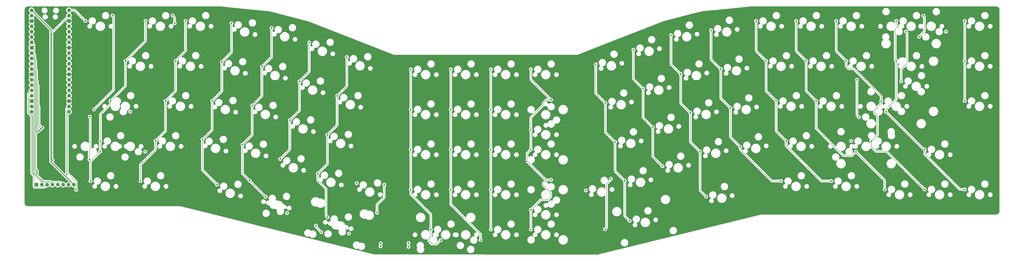
<source format=gtl>
G04 #@! TF.GenerationSoftware,KiCad,Pcbnew,7.0.7*
G04 #@! TF.CreationDate,2023-09-16T21:00:12-07:00*
G04 #@! TF.ProjectId,pcb,7063622e-6b69-4636-9164-5f7063625858,rev?*
G04 #@! TF.SameCoordinates,Original*
G04 #@! TF.FileFunction,Copper,L1,Top*
G04 #@! TF.FilePolarity,Positive*
%FSLAX46Y46*%
G04 Gerber Fmt 4.6, Leading zero omitted, Abs format (unit mm)*
G04 Created by KiCad (PCBNEW 7.0.7) date 2023-09-16 21:00:12*
%MOMM*%
%LPD*%
G01*
G04 APERTURE LIST*
G04 #@! TA.AperFunction,ComponentPad*
%ADD10O,1.700000X1.700000*%
G04 #@! TD*
G04 #@! TA.AperFunction,ComponentPad*
%ADD11R,1.700000X1.700000*%
G04 #@! TD*
G04 #@! TA.AperFunction,ComponentPad*
%ADD12C,0.800000*%
G04 #@! TD*
G04 #@! TA.AperFunction,ViaPad*
%ADD13C,0.800000*%
G04 #@! TD*
G04 #@! TA.AperFunction,Conductor*
%ADD14C,0.203200*%
G04 #@! TD*
G04 #@! TA.AperFunction,Conductor*
%ADD15C,0.381000*%
G04 #@! TD*
G04 APERTURE END LIST*
D10*
X2540000Y-263830000D03*
X2540000Y-266370000D03*
D11*
X2540000Y-268910000D03*
D10*
X2540000Y-271450000D03*
X2540000Y-273990000D03*
X2540000Y-276530000D03*
X2540000Y-279070000D03*
D11*
X2540000Y-281610000D03*
D10*
X2540000Y-284150000D03*
X2540000Y-286690000D03*
X2540000Y-289230000D03*
X2540000Y-291770000D03*
D11*
X2540000Y-294310000D03*
D10*
X2540000Y-296850000D03*
X2540000Y-299390000D03*
X2540000Y-301930000D03*
X2540000Y-304470000D03*
D11*
X2540000Y-307010000D03*
D10*
X2540000Y-309550000D03*
X2540000Y-312090000D03*
X-15240000Y-312090000D03*
X-15240000Y-309550000D03*
D11*
X-15240000Y-307010000D03*
D10*
X-15240000Y-304470000D03*
X-15240000Y-301930000D03*
X-15240000Y-299390000D03*
X-15240000Y-296850000D03*
D11*
X-15240000Y-294310000D03*
D10*
X-15240000Y-291770000D03*
X-15240000Y-289230000D03*
X-15240000Y-286690000D03*
X-15240000Y-284150000D03*
D11*
X-15240000Y-281610000D03*
D10*
X-15240000Y-279070000D03*
X-15240000Y-276530000D03*
X-15240000Y-273990000D03*
X-15240000Y-271450000D03*
D11*
X-15240000Y-268910000D03*
D10*
X-15240000Y-266370000D03*
X-15240000Y-263830000D03*
D12*
X396140000Y-268922500D03*
X29427500Y-287972500D03*
X396140000Y-287972500D03*
X269267765Y-364043909D03*
X135750064Y-370118568D03*
X388996250Y-307022500D03*
X374708750Y-326072500D03*
X125552194Y-362344105D03*
X174683750Y-368141250D03*
X17521250Y-326072500D03*
X22283800Y-307022500D03*
X38835000Y-331152500D03*
X10377500Y-268922500D03*
X38952500Y-268922500D03*
X58002500Y-268922500D03*
X253143833Y-289531298D03*
X271051890Y-282612169D03*
X288959947Y-275693040D03*
X308020157Y-273394945D03*
X53240000Y-287972500D03*
X257752445Y-308015431D03*
X275660502Y-301096302D03*
X293568559Y-294177174D03*
X312628769Y-291879078D03*
X48477500Y-307022500D03*
X262361057Y-326499565D03*
X280269114Y-319580436D03*
X298177171Y-312661307D03*
X317237381Y-310363212D03*
X43715000Y-326072500D03*
X266969669Y-344983698D03*
X284877726Y-338064570D03*
X248485536Y-349592311D03*
X302785783Y-331145441D03*
X321845994Y-328847345D03*
X419835000Y-274002500D03*
X348515000Y-268922500D03*
X367565000Y-268922500D03*
X353277500Y-287972500D03*
X400785000Y-274002500D03*
X372327500Y-287972500D03*
X329465000Y-268922500D03*
X334227500Y-287972500D03*
X338990000Y-307022500D03*
X358040000Y-307022500D03*
X391260000Y-312102500D03*
X343752500Y-326072500D03*
X409633750Y-349091250D03*
X376972500Y-331152500D03*
X390583750Y-349091250D03*
X98928462Y-272265007D03*
X79868252Y-269966912D03*
X134744576Y-286103265D03*
X70651028Y-306935179D03*
X125527352Y-323071532D03*
X75259640Y-288451045D03*
X112227907Y-297668269D03*
X94319850Y-290749141D03*
X89711238Y-309233274D03*
X107619295Y-316152403D03*
X130135964Y-304587398D03*
X116836519Y-279184136D03*
X66042415Y-325419312D03*
X103010683Y-334636537D03*
X139402873Y-346164278D03*
X120918740Y-341555665D03*
X85102626Y-327717408D03*
X106290064Y-360328568D03*
X409633750Y-330041250D03*
X428683750Y-349091250D03*
X222308750Y-330041250D03*
X203258750Y-330041250D03*
X222308750Y-368141250D03*
X428683750Y-287972500D03*
X165158750Y-291941250D03*
X231933750Y-344546250D03*
X203258750Y-291941250D03*
X198378750Y-373221250D03*
X184208750Y-310991250D03*
X203258750Y-368141250D03*
X203258750Y-310991250D03*
X165158750Y-349091250D03*
X165158750Y-310991250D03*
X203258750Y-349091250D03*
X165158750Y-330041250D03*
X222308750Y-291941250D03*
X184208750Y-330041250D03*
X179328750Y-373221250D03*
X231933750Y-306446250D03*
X184208750Y-291941250D03*
X184208750Y-349091250D03*
X428683750Y-307022500D03*
X428683750Y-268922500D03*
X17403750Y-331152500D03*
X12758750Y-345122500D03*
X36571250Y-345122500D03*
X305659955Y-352516168D03*
X384233750Y-326072500D03*
X365183750Y-345122500D03*
X341371250Y-345122500D03*
X96091554Y-352544594D03*
X72986387Y-346783829D03*
X31691250Y-312102500D03*
D11*
X-12954000Y-346837000D03*
D10*
X-10414000Y-346837000D03*
X-7874000Y-346837000D03*
X-5334000Y-346837000D03*
X-2794000Y-346837000D03*
X-254000Y-346837000D03*
X2286000Y-346837000D03*
X4826000Y-346837000D03*
D13*
X164102858Y-374668858D03*
X164084000Y-376428000D03*
X158496000Y-350647000D03*
X31623000Y-271780000D03*
X374650000Y-276987000D03*
X156718000Y-367792000D03*
X158877000Y-337566000D03*
X198755000Y-297561000D03*
X249809000Y-327660000D03*
X244856000Y-291846000D03*
X156845000Y-293878000D03*
X153670000Y-330200000D03*
X12700000Y-301498000D03*
X15494000Y-288036000D03*
X12446000Y-314452000D03*
X12319000Y-334843000D03*
X14478000Y-311023000D03*
X23304500Y-266382500D03*
X-5306000Y-335153000D03*
X-10110720Y-319750646D03*
X-10922845Y-320333277D03*
X-11685087Y-320979800D03*
X-12580900Y-321691000D03*
X-12769651Y-340187843D03*
X-12700000Y-341249000D03*
X1397000Y-342011000D03*
X5969000Y-349250000D03*
X88435480Y-344888520D03*
X257556000Y-368062500D03*
X260414067Y-344000436D03*
X150749000Y-376205354D03*
X150876000Y-374803154D03*
X120015000Y-366306700D03*
X122592569Y-369455795D03*
X149110247Y-360159753D03*
X152560368Y-346827051D03*
X377444000Y-296922300D03*
X378333000Y-314706000D03*
X52832000Y-270002000D03*
X51879500Y-266382500D03*
X406908000Y-276479000D03*
X409067000Y-266446000D03*
X398462500Y-297656250D03*
X222250000Y-320675000D03*
X222250000Y-358775000D03*
D14*
X164102858Y-376409142D02*
X164084000Y-376428000D01*
X164102858Y-374668858D02*
X164102858Y-376409142D01*
X12192000Y-334716000D02*
X12319000Y-334843000D01*
X12192000Y-330470692D02*
X12192000Y-334716000D01*
X12664250Y-314670250D02*
X12664250Y-329998442D01*
X12664250Y-329998442D02*
X12192000Y-330470692D01*
X12446000Y-314452000D02*
X12664250Y-314670250D01*
X14478000Y-311023000D02*
X23769100Y-301731900D01*
X23769100Y-301731900D02*
X23769100Y-266847100D01*
X23769100Y-266847100D02*
X23304500Y-266382500D01*
X-5306000Y-335153000D02*
X-5603900Y-334855100D01*
X-5603900Y-334855100D02*
X-5603900Y-274513900D01*
X-5603900Y-274513900D02*
X2540000Y-266370000D01*
X-15240000Y-301930000D02*
X-16794800Y-303484800D01*
X-13843000Y-348107000D02*
X-9144000Y-348107000D01*
X-16794800Y-303484800D02*
X-16794800Y-312734019D01*
X-16794800Y-312734019D02*
X-15298000Y-314230819D01*
X-15298000Y-314230819D02*
X-15298000Y-341353844D01*
X-15298000Y-341353844D02*
X-14105600Y-342546244D01*
X-14105600Y-342546244D02*
X-14105600Y-347844400D01*
X-14105600Y-347844400D02*
X-13843000Y-348107000D01*
X-9144000Y-348107000D02*
X-7874000Y-346837000D01*
X-15240000Y-304470000D02*
X-16391600Y-305621600D01*
X-16391600Y-305621600D02*
X-16391600Y-312567009D01*
X-16391600Y-312567009D02*
X-15395609Y-313563000D01*
X-15395609Y-313563000D02*
X-15367000Y-313563000D01*
X-15367000Y-313563000D02*
X-14894800Y-314035200D01*
X-14894800Y-314035200D02*
X-14894800Y-341186833D01*
X-14894800Y-341186833D02*
X-10414000Y-345667633D01*
X-10414000Y-345667633D02*
X-10414000Y-346837000D01*
X-15240000Y-312090000D02*
X-14491600Y-312838400D01*
X-14491600Y-341019823D02*
X-9826023Y-345685400D01*
X-14491600Y-312838400D02*
X-14491600Y-341019823D01*
X-9826023Y-345685400D02*
X-6485600Y-345685400D01*
X-6485600Y-345685400D02*
X-5334000Y-346837000D01*
X-15240000Y-309550000D02*
X-14088400Y-310701600D01*
X-14088400Y-310701600D02*
X-14088400Y-340852813D01*
X-14088400Y-340852813D02*
X-9659013Y-345282200D01*
X-9659013Y-345282200D02*
X-6318590Y-345282200D01*
X-6318590Y-345282200D02*
X-5915390Y-345685400D01*
X-5915390Y-345685400D02*
X-1405600Y-345685400D01*
X-1405600Y-345685400D02*
X-254000Y-346837000D01*
X-15240000Y-279070000D02*
X-14088400Y-280221600D01*
X-11669200Y-309699536D02*
X-11669200Y-318192166D01*
X-12878800Y-292420569D02*
X-12878800Y-296930355D01*
X-14088400Y-280221600D02*
X-14088400Y-284731390D01*
X-13685200Y-287104379D02*
X-13282000Y-287507579D01*
X-13282000Y-287507579D02*
X-13282000Y-292017369D01*
X-12072400Y-309296336D02*
X-11669200Y-309699536D01*
X-13282000Y-292017369D02*
X-12878800Y-292420569D01*
X-12878800Y-296930355D02*
X-12475600Y-297333556D01*
X-13685200Y-285134590D02*
X-13685200Y-287104379D01*
X-12475600Y-297333556D02*
X-12475600Y-299303344D01*
X-14088400Y-284731390D02*
X-13685200Y-285134590D01*
X-12072400Y-299706544D02*
X-12072400Y-309296336D01*
X-11669200Y-318192166D02*
X-10110720Y-319750646D01*
X-12475600Y-299303344D02*
X-12072400Y-299706544D01*
X-13685200Y-292184379D02*
X-13685200Y-287674589D01*
X-10922845Y-320333277D02*
X-12072400Y-319183722D01*
X-12072400Y-319183722D02*
X-12072400Y-309866546D01*
X-12072400Y-309866546D02*
X-12475600Y-309463346D01*
X-12878800Y-297500567D02*
X-13282000Y-297097366D01*
X-14088400Y-287271389D02*
X-14088400Y-285301600D01*
X-12475600Y-309463346D02*
X-12475600Y-299873555D01*
X-12475600Y-299873555D02*
X-12878800Y-299470358D01*
X-13282000Y-292587579D02*
X-13685200Y-292184379D01*
X-12878800Y-299470358D02*
X-12878800Y-297500567D01*
X-13282000Y-297097366D02*
X-13282000Y-292587579D01*
X-13685200Y-287674589D02*
X-14088400Y-287271389D01*
X-14088400Y-285301600D02*
X-15240000Y-284150000D01*
X-11685087Y-320979800D02*
X-11887200Y-320979800D01*
X-11887200Y-320979800D02*
X-12475600Y-320391400D01*
X-14088400Y-287841600D02*
X-15240000Y-286690000D01*
X-12475600Y-320391400D02*
X-12475600Y-310033557D01*
X-12878800Y-300040567D02*
X-13282000Y-299637369D01*
X-12475600Y-310033557D02*
X-12878800Y-309630357D01*
X-12878800Y-309630357D02*
X-12878800Y-300040567D01*
X-13282000Y-299637369D02*
X-13282000Y-297667578D01*
X-13282000Y-297667578D02*
X-13685200Y-297264377D01*
X-13685200Y-297264377D02*
X-13685200Y-292754589D01*
X-13685200Y-292754589D02*
X-14088400Y-292351389D01*
X-14088400Y-292351389D02*
X-14088400Y-287841600D01*
X-15240000Y-291770000D02*
X-14088400Y-292921600D01*
X-13685200Y-299804380D02*
X-13282000Y-300207579D01*
X-14088400Y-292921600D02*
X-14088400Y-297431388D01*
X-14088400Y-297431388D02*
X-13685200Y-297834589D01*
X-13685200Y-297834589D02*
X-13685200Y-299804380D01*
X-13282000Y-300207579D02*
X-13282000Y-309797370D01*
X-13282000Y-309797370D02*
X-12878800Y-310200569D01*
X-12878800Y-310200569D02*
X-12878800Y-321393100D01*
X-12878800Y-321393100D02*
X-12580900Y-321691000D01*
X-15240000Y-296850000D02*
X-14088400Y-298001600D01*
X-13282000Y-339778000D02*
X-12872157Y-340187843D01*
X-14088400Y-298001600D02*
X-14088400Y-299971390D01*
X-14088400Y-299971390D02*
X-13685200Y-300374590D01*
X-13685200Y-300374590D02*
X-13685200Y-309964380D01*
X-13685200Y-309964380D02*
X-13282000Y-310367580D01*
X-13282000Y-310367580D02*
X-13282000Y-339778000D01*
X-12872157Y-340187843D02*
X-12769651Y-340187843D01*
X-15240000Y-299390000D02*
X-14088400Y-300541600D01*
X-14088400Y-300541600D02*
X-14088400Y-310131390D01*
X-13685200Y-340263800D02*
X-12700000Y-341249000D01*
X-14088400Y-310131390D02*
X-13685200Y-310534590D01*
X-13685200Y-310534590D02*
X-13685200Y-340263800D01*
X2540000Y-312090000D02*
X1791600Y-312838400D01*
X1791600Y-312838400D02*
X1791600Y-341122000D01*
X1791600Y-341122000D02*
X5977600Y-345308000D01*
X5977600Y-345308000D02*
X5977600Y-349241400D01*
X5977600Y-349241400D02*
X5969000Y-349250000D01*
X1388400Y-342002400D02*
X1397000Y-342011000D01*
X1388400Y-310701600D02*
X1388400Y-342002400D01*
X2540000Y-309550000D02*
X1388400Y-310701600D01*
D15*
X-15240000Y-263830000D02*
X-6096000Y-272974000D01*
X-6096000Y-272974000D02*
X-6096000Y-335915000D01*
X-6096000Y-335915000D02*
X4826000Y-346837000D01*
D14*
X400785000Y-274002500D02*
X401266600Y-274484100D01*
X401266600Y-274484100D02*
X401266600Y-289125574D01*
X401266600Y-289125574D02*
X398462500Y-291929674D01*
X398462500Y-291929674D02*
X398462500Y-297656250D01*
X96091554Y-352544594D02*
X88435480Y-344888520D01*
X88435480Y-344888520D02*
X85102626Y-341555666D01*
X2540000Y-263830000D02*
X5285000Y-263830000D01*
X5285000Y-263830000D02*
X10377500Y-268922500D01*
X257556000Y-368062500D02*
X258320063Y-367298437D01*
X258320063Y-367298437D02*
X258320063Y-346453937D01*
X258320063Y-346453937D02*
X260414067Y-344359933D01*
X260414067Y-344359933D02*
X260414067Y-344000436D01*
X150876000Y-376078354D02*
X150749000Y-376205354D01*
X150876000Y-374803154D02*
X150876000Y-376078354D01*
X120015000Y-366306700D02*
X120015000Y-366878226D01*
X120015000Y-366878226D02*
X122592569Y-369455795D01*
X152527000Y-352933000D02*
X152527000Y-346860419D01*
X149110247Y-356349753D02*
X152527000Y-352933000D01*
X152527000Y-346860419D02*
X152560368Y-346827051D01*
X149110247Y-360159753D02*
X149110247Y-356349753D01*
X377444000Y-296922300D02*
X377444000Y-313817000D01*
X377444000Y-313817000D02*
X378333000Y-314706000D01*
X52832000Y-270002000D02*
X52832000Y-267335000D01*
X52832000Y-267335000D02*
X51879500Y-266382500D01*
X409067000Y-266446000D02*
X409531600Y-266910600D01*
X409531600Y-266910600D02*
X409531600Y-273855400D01*
X409531600Y-273855400D02*
X406908000Y-276479000D01*
X428683750Y-287972500D02*
X428683750Y-268922500D01*
X428683750Y-307022500D02*
X428683750Y-287972500D01*
X396140000Y-287972500D02*
X395658400Y-287490900D01*
X395658400Y-287490900D02*
X395658400Y-272821138D01*
X396140000Y-272339538D02*
X396140000Y-268922500D01*
X395658400Y-272821138D02*
X396140000Y-272339538D01*
X391260000Y-312102500D02*
X391260000Y-311066712D01*
X391260000Y-311066712D02*
X396140000Y-306186712D01*
X396140000Y-306186712D02*
X396140000Y-287972500D01*
X388996250Y-307022500D02*
X388996250Y-304778001D01*
X388996250Y-304778001D02*
X375957349Y-291739100D01*
X375957349Y-291739100D02*
X373495350Y-291739100D01*
X373495350Y-291739100D02*
X372327500Y-290571250D01*
X372327500Y-290571250D02*
X372327500Y-287972500D01*
X398362500Y-297656250D02*
X398462500Y-297656250D01*
X384233750Y-326072500D02*
X384412308Y-326072500D01*
X384412308Y-326072500D02*
X387218042Y-323266766D01*
X385762500Y-311292038D02*
X388996250Y-308058288D01*
X387218042Y-323266766D02*
X387218042Y-314193042D01*
X388996250Y-308058288D02*
X388996250Y-307022500D01*
X385762500Y-312737500D02*
X385762500Y-311292038D01*
X387218042Y-314193042D02*
X385762500Y-312737500D01*
X384233750Y-328707000D02*
X384233750Y-326072500D01*
X386484750Y-330958000D02*
X384233750Y-328707000D01*
X409633750Y-349091250D02*
X391500500Y-330958000D01*
X391500500Y-330958000D02*
X386484750Y-330958000D01*
X409633750Y-330041250D02*
X409198750Y-330041250D01*
X409198750Y-330041250D02*
X391260000Y-312102500D01*
X428683750Y-349091250D02*
X426414076Y-349091250D01*
X426414076Y-349091250D02*
X409633750Y-332310924D01*
X409633750Y-332310924D02*
X409633750Y-330041250D01*
X372327500Y-287972500D02*
X367565000Y-283210000D01*
X367565000Y-283210000D02*
X367565000Y-268922500D01*
X390583750Y-349091250D02*
X390583750Y-344763750D01*
X390583750Y-344763750D02*
X376972500Y-331152500D01*
X353277500Y-287972500D02*
X348515000Y-283210000D01*
X348515000Y-283210000D02*
X348515000Y-268922500D01*
X358040000Y-307022500D02*
X353277500Y-302260000D01*
X353277500Y-302260000D02*
X353277500Y-287972500D01*
X376972500Y-331152500D02*
X375120900Y-333004100D01*
X375120900Y-333004100D02*
X370962062Y-333004100D01*
X358040000Y-320082038D02*
X358040000Y-307022500D01*
X370962062Y-333004100D02*
X358040000Y-320082038D01*
X334227500Y-287972500D02*
X329465000Y-283210000D01*
X329465000Y-283210000D02*
X329465000Y-268922500D01*
X338990000Y-307022500D02*
X334227500Y-302260000D01*
X334227500Y-302260000D02*
X334227500Y-287972500D01*
X343752500Y-326072500D02*
X338990000Y-321310000D01*
X338990000Y-321310000D02*
X338990000Y-307022500D01*
X365183750Y-345122500D02*
X360532826Y-345122500D01*
X360532826Y-345122500D02*
X343752500Y-328342174D01*
X343752500Y-328342174D02*
X343752500Y-326072500D01*
X341371250Y-345122500D02*
X336966902Y-345122500D01*
X336966902Y-345122500D02*
X321845994Y-330001592D01*
X321845994Y-330001592D02*
X321845994Y-328847345D01*
X312628769Y-291879078D02*
X308020157Y-287270466D01*
X308020157Y-287270466D02*
X308020157Y-273394945D01*
X317237381Y-310363212D02*
X312628769Y-305754600D01*
X312628769Y-305754600D02*
X312628769Y-291879078D01*
X321845994Y-328847345D02*
X317237381Y-324238732D01*
X317237381Y-324238732D02*
X317237381Y-310363212D01*
X293568559Y-294177174D02*
X288959947Y-289568562D01*
X288959947Y-289568562D02*
X288959947Y-275693040D01*
X298177171Y-312661307D02*
X293568559Y-308052695D01*
X293568559Y-308052695D02*
X293568559Y-294177174D01*
X302785783Y-331145441D02*
X298177171Y-326536829D01*
X298177171Y-326536829D02*
X298177171Y-312661307D01*
X305659955Y-352516168D02*
X302785783Y-349641996D01*
X302785783Y-349641996D02*
X302785783Y-331145441D01*
X275660502Y-301096302D02*
X271051890Y-296487690D01*
X271051890Y-296487690D02*
X271051890Y-282612169D01*
X280269114Y-319580436D02*
X275660502Y-314971824D01*
X275660502Y-314971824D02*
X275660502Y-301096302D01*
X284877726Y-338064570D02*
X280269114Y-333455958D01*
X280269114Y-333455958D02*
X280269114Y-319580436D01*
X257752445Y-308015431D02*
X253143833Y-303406819D01*
X253143833Y-303406819D02*
X253143833Y-289531298D01*
X262361057Y-326499565D02*
X257752445Y-321890953D01*
X257752445Y-321890953D02*
X257752445Y-308015431D01*
X262361057Y-326499565D02*
X262361057Y-340375086D01*
X262361057Y-340375086D02*
X266969669Y-344983698D01*
X269267765Y-364043909D02*
X266969669Y-361745813D01*
X266969669Y-361745813D02*
X266969669Y-344983698D01*
X231933750Y-306446250D02*
X222308750Y-296821250D01*
X222308750Y-296821250D02*
X222308750Y-291941250D01*
X222250000Y-320675000D02*
X222250000Y-314876474D01*
X222250000Y-314876474D02*
X228167150Y-308959324D01*
X228167150Y-308959324D02*
X228167150Y-307943176D01*
X228167150Y-307943176D02*
X229664076Y-306446250D01*
X229664076Y-306446250D02*
X231933750Y-306446250D01*
X222308750Y-330041250D02*
X222308750Y-320733750D01*
X222308750Y-320733750D02*
X222250000Y-320675000D01*
X231933750Y-344546250D02*
X229308251Y-344546250D01*
X229308251Y-344546250D02*
X220533150Y-335771149D01*
X220533150Y-335771149D02*
X220533150Y-331816850D01*
X220533150Y-331816850D02*
X222308750Y-330041250D01*
X222250000Y-358775000D02*
X227048250Y-353976750D01*
X227048250Y-353976750D02*
X230365288Y-353976750D01*
X231739250Y-350659712D02*
X228167150Y-347087612D01*
X230365288Y-353976750D02*
X231739250Y-352602788D01*
X231739250Y-352602788D02*
X231739250Y-350659712D01*
X228167150Y-347087612D02*
X228167150Y-346043176D01*
X228167150Y-346043176D02*
X229664076Y-344546250D01*
X229664076Y-344546250D02*
X231933750Y-344546250D01*
X222308750Y-368141250D02*
X222308750Y-358833750D01*
X222308750Y-358833750D02*
X222250000Y-358775000D01*
X203258750Y-310991250D02*
X203258750Y-291941250D01*
X203258750Y-330041250D02*
X203258750Y-310991250D01*
X203258750Y-349091250D02*
X203258750Y-330041250D01*
X203258750Y-368141250D02*
X203258750Y-349091250D01*
X184208750Y-310991250D02*
X184208750Y-291941250D01*
X184208750Y-330041250D02*
X184208750Y-310991250D01*
X184208750Y-349091250D02*
X184208750Y-330041250D01*
X198378750Y-373221250D02*
X198378750Y-370415288D01*
X198378750Y-370415288D02*
X184208750Y-356245288D01*
X184208750Y-356245288D02*
X184208750Y-349091250D01*
X165158750Y-310991250D02*
X165158750Y-291941250D01*
X165158750Y-330041250D02*
X165158750Y-310991250D01*
X165158750Y-349091250D02*
X165158750Y-330041250D01*
X174683750Y-368141250D02*
X174683750Y-360885924D01*
X165158750Y-351360924D02*
X165158750Y-349091250D01*
X174683750Y-360885924D02*
X165158750Y-351360924D01*
X179328750Y-373221250D02*
X177477150Y-375072850D01*
X177477150Y-375072850D02*
X175047850Y-375072850D01*
X173831250Y-372410788D02*
X174683750Y-371558288D01*
X175047850Y-375072850D02*
X173831250Y-373856250D01*
X173831250Y-373856250D02*
X173831250Y-372410788D01*
X174683750Y-371558288D02*
X174683750Y-368141250D01*
X112227907Y-297668269D02*
X116836519Y-293059657D01*
X116836519Y-293059657D02*
X116836519Y-279184136D01*
X107619295Y-316152403D02*
X112227907Y-311543791D01*
X112227907Y-311543791D02*
X112227907Y-297668269D01*
X130135964Y-304587398D02*
X134744576Y-299978786D01*
X134744576Y-299978786D02*
X134744576Y-286103265D01*
X125527352Y-323071532D02*
X130135964Y-318462920D01*
X130135964Y-318462920D02*
X130135964Y-304587398D01*
X120918740Y-341555665D02*
X125527352Y-336947053D01*
X125527352Y-336947053D02*
X125527352Y-323071532D01*
X103010683Y-334636537D02*
X107619295Y-330027925D01*
X107619295Y-330027925D02*
X107619295Y-316152403D01*
X125552194Y-362344105D02*
X124833304Y-361625215D01*
X124833304Y-361625215D02*
X124833304Y-348823546D01*
X120918740Y-344908982D02*
X120918740Y-341555665D01*
X124833304Y-348823546D02*
X120918740Y-344908982D01*
X94319850Y-290749141D02*
X98928462Y-286140529D01*
X98928462Y-286140529D02*
X98928462Y-272265007D01*
X89711238Y-309233274D02*
X94319850Y-304624662D01*
X94319850Y-304624662D02*
X94319850Y-290749141D01*
X85102626Y-327717408D02*
X89711238Y-323108796D01*
X89711238Y-323108796D02*
X89711238Y-309233274D01*
X85102626Y-341555666D02*
X85102626Y-327717408D01*
X72986387Y-346783829D02*
X66042415Y-339839857D01*
X66042415Y-339839857D02*
X66042415Y-325419312D01*
X66042415Y-325419312D02*
X70651028Y-320810699D01*
X70651028Y-320810699D02*
X70651028Y-306935179D01*
X70651028Y-306935179D02*
X75259640Y-302326567D01*
X75259640Y-302326567D02*
X75259640Y-288451045D01*
X75259640Y-288451045D02*
X79868252Y-283842433D01*
X79868252Y-283842433D02*
X79868252Y-269966912D01*
X48477500Y-307022500D02*
X48477500Y-321310000D01*
X48477500Y-321310000D02*
X43715000Y-326072500D01*
X53240000Y-287972500D02*
X53240000Y-302260000D01*
X53240000Y-302260000D02*
X48477500Y-307022500D01*
X58002500Y-268922500D02*
X58002500Y-283210000D01*
X58002500Y-283210000D02*
X53240000Y-287972500D01*
X38952500Y-268922500D02*
X38952500Y-278447500D01*
X38952500Y-278447500D02*
X29427500Y-287972500D01*
X29427500Y-287972500D02*
X29427500Y-299878800D01*
X29427500Y-299878800D02*
X22283800Y-307022500D01*
X17521250Y-326072500D02*
X17521250Y-313302174D01*
X17521250Y-313302174D02*
X22283800Y-308539624D01*
X22283800Y-308539624D02*
X22283800Y-307022500D01*
X36571250Y-345122500D02*
X36571250Y-337285000D01*
X36571250Y-337285000D02*
X43715000Y-330141250D01*
X43715000Y-330141250D02*
X43715000Y-326072500D01*
X17403750Y-331152500D02*
X17403750Y-326190000D01*
X17403750Y-326190000D02*
X17521250Y-326072500D01*
X12758750Y-345122500D02*
X12758750Y-335797500D01*
X12758750Y-335797500D02*
X17403750Y-331152500D01*
G04 #@! TA.AperFunction,Conductor*
G36*
X-13673270Y-266385264D02*
G01*
X-6831317Y-273227218D01*
X-6797834Y-273288539D01*
X-6795000Y-273314897D01*
X-6795000Y-335892004D01*
X-6795113Y-335895748D01*
X-6798849Y-335957513D01*
X-6798849Y-335957516D01*
X-6787694Y-336018383D01*
X-6787131Y-336022081D01*
X-6779673Y-336083510D01*
X-6776092Y-336092949D01*
X-6770069Y-336114560D01*
X-6768251Y-336124483D01*
X-6742847Y-336180925D01*
X-6741433Y-336184338D01*
X-6719480Y-336242227D01*
X-6713745Y-336250533D01*
X-6702722Y-336270078D01*
X-6698584Y-336279275D01*
X-6660410Y-336327999D01*
X-6658209Y-336330991D01*
X-6623052Y-336381927D01*
X-6576703Y-336422987D01*
X-6574028Y-336425506D01*
X-4303207Y-338696328D01*
X2499680Y-345499216D01*
X2533165Y-345560539D01*
X2535999Y-345586897D01*
X2535999Y-346224698D01*
X2516314Y-346291737D01*
X2463510Y-346337492D01*
X2394353Y-346347436D01*
X2321764Y-346337000D01*
X2321763Y-346337000D01*
X2250237Y-346337000D01*
X2250233Y-346337000D01*
X2177645Y-346347436D01*
X2108487Y-346337492D01*
X2055684Y-346291736D01*
X2036000Y-346224698D01*
X2036000Y-345506364D01*
X2035999Y-345506364D01*
X1822513Y-345563567D01*
X1822507Y-345563570D01*
X1608422Y-345663399D01*
X1608420Y-345663400D01*
X1414926Y-345798886D01*
X1414920Y-345798891D01*
X1247891Y-345965920D01*
X1247890Y-345965922D01*
X1121131Y-346146952D01*
X1066554Y-346190577D01*
X997055Y-346197769D01*
X934701Y-346166247D01*
X915752Y-346143656D01*
X821722Y-345999732D01*
X821715Y-345999725D01*
X821715Y-345999723D01*
X669243Y-345834097D01*
X669238Y-345834092D01*
X531767Y-345727093D01*
X491576Y-345695811D01*
X491575Y-345695810D01*
X491572Y-345695808D01*
X293580Y-345588661D01*
X293577Y-345588659D01*
X293574Y-345588658D01*
X293571Y-345588657D01*
X293569Y-345588656D01*
X80637Y-345515556D01*
X-141431Y-345478500D01*
X-366569Y-345478500D01*
X-588637Y-345515556D01*
X-607731Y-345522111D01*
X-677530Y-345525261D01*
X-735675Y-345492511D01*
X-916890Y-345311296D01*
X-926562Y-345299226D01*
X-926803Y-345299426D01*
X-931774Y-345293416D01*
X-980958Y-345247229D01*
X-1001337Y-345226850D01*
X-1004954Y-345224045D01*
X-1006629Y-345222745D01*
X-1011061Y-345218960D01*
X-1044144Y-345187893D01*
X-1061053Y-345178598D01*
X-1077312Y-345167918D01*
X-1092564Y-345156087D01*
X-1092566Y-345156086D01*
X-1134205Y-345138066D01*
X-1139448Y-345135497D01*
X-1179215Y-345113638D01*
X-1179220Y-345113635D01*
X-1192774Y-345110155D01*
X-1197922Y-345108832D01*
X-1216318Y-345102534D01*
X-1234034Y-345094867D01*
X-1278850Y-345087769D01*
X-1284571Y-345086584D01*
X-1328521Y-345075300D01*
X-1328526Y-345075300D01*
X-1347824Y-345075300D01*
X-1367221Y-345073773D01*
X-1373606Y-345072761D01*
X-1386282Y-345070754D01*
X-1386283Y-345070753D01*
X-1431466Y-345075025D01*
X-1437304Y-345075300D01*
X-5611316Y-345075300D01*
X-5678355Y-345055615D01*
X-5698998Y-345038980D01*
X-5829883Y-344908092D01*
X-5839551Y-344896026D01*
X-5839793Y-344896226D01*
X-5844764Y-344890216D01*
X-5893949Y-344844028D01*
X-5914327Y-344823650D01*
X-5917944Y-344820845D01*
X-5919619Y-344819545D01*
X-5924051Y-344815760D01*
X-5957134Y-344784693D01*
X-5974043Y-344775398D01*
X-5990302Y-344764718D01*
X-6005554Y-344752887D01*
X-6005556Y-344752886D01*
X-6047195Y-344734866D01*
X-6052438Y-344732297D01*
X-6092205Y-344710438D01*
X-6092210Y-344710435D01*
X-6103895Y-344707434D01*
X-6110912Y-344705632D01*
X-6129308Y-344699334D01*
X-6147024Y-344691667D01*
X-6191840Y-344684569D01*
X-6197561Y-344683384D01*
X-6241511Y-344672100D01*
X-6241516Y-344672100D01*
X-6260814Y-344672100D01*
X-6280211Y-344670573D01*
X-6286596Y-344669561D01*
X-6299272Y-344667554D01*
X-6299273Y-344667553D01*
X-6344456Y-344671825D01*
X-6350294Y-344672100D01*
X-9354940Y-344672100D01*
X-9421979Y-344652415D01*
X-9442621Y-344635781D01*
X-12034815Y-342043585D01*
X-12068300Y-341982262D01*
X-12063316Y-341912570D01*
X-12039284Y-341872932D01*
X-12004203Y-341833970D01*
X-11960960Y-341785944D01*
X-11865473Y-341620556D01*
X-11865470Y-341620549D01*
X-11806459Y-341438931D01*
X-11806458Y-341438928D01*
X-11786496Y-341249000D01*
X-11806458Y-341059072D01*
X-11806459Y-341059068D01*
X-11865470Y-340877450D01*
X-11865472Y-340877446D01*
X-11865846Y-340876799D01*
X-11891710Y-340832000D01*
X-11956315Y-340720100D01*
X-11972787Y-340652200D01*
X-11956314Y-340596101D01*
X-11935124Y-340559399D01*
X-11935121Y-340559392D01*
X-11876110Y-340377774D01*
X-11876109Y-340377771D01*
X-11856147Y-340187843D01*
X-11876109Y-339997915D01*
X-11877773Y-339992793D01*
X-11935121Y-339816293D01*
X-11935124Y-339816286D01*
X-12030610Y-339650900D01*
X-12158396Y-339508978D01*
X-12312895Y-339396727D01*
X-12331944Y-339388246D01*
X-12487363Y-339319049D01*
X-12487362Y-339319049D01*
X-12487365Y-339319048D01*
X-12573681Y-339300701D01*
X-12635163Y-339267508D01*
X-12668939Y-339206345D01*
X-12671900Y-339179411D01*
X-12671900Y-322723500D01*
X-12652215Y-322656461D01*
X-12599411Y-322610706D01*
X-12547900Y-322599500D01*
X-12485413Y-322599500D01*
X-12298612Y-322559794D01*
X-12124148Y-322482118D01*
X-11969647Y-322369866D01*
X-11949816Y-322347842D01*
X-11941514Y-322338621D01*
X-11841860Y-322227944D01*
X-11746373Y-322062556D01*
X-11746370Y-322062549D01*
X-11717593Y-321973982D01*
X-11678155Y-321916306D01*
X-11613797Y-321889108D01*
X-11599662Y-321888300D01*
X-11589600Y-321888300D01*
X-11402799Y-321848594D01*
X-11228335Y-321770918D01*
X-11073834Y-321658666D01*
X-11061832Y-321645337D01*
X-11041748Y-321623031D01*
X-10946047Y-321516744D01*
X-10850560Y-321351356D01*
X-10850556Y-321351346D01*
X-10836156Y-321307030D01*
X-10796718Y-321249355D01*
X-10744007Y-321224060D01*
X-10640557Y-321202071D01*
X-10466093Y-321124395D01*
X-10311592Y-321012143D01*
X-10183805Y-320870221D01*
X-10109584Y-320741667D01*
X-10096078Y-320718274D01*
X-10045511Y-320670058D01*
X-10014473Y-320658984D01*
X-9828432Y-320619440D01*
X-9653968Y-320541764D01*
X-9499467Y-320429512D01*
X-9490810Y-320419898D01*
X-9474010Y-320401240D01*
X-9371680Y-320287590D01*
X-9276193Y-320122202D01*
X-9276190Y-320122195D01*
X-9217179Y-319940577D01*
X-9217178Y-319940574D01*
X-9197216Y-319750646D01*
X-9217178Y-319560718D01*
X-9218120Y-319557818D01*
X-9276190Y-319379096D01*
X-9276193Y-319379089D01*
X-9371679Y-319213703D01*
X-9499465Y-319071781D01*
X-9653966Y-318959529D01*
X-9700482Y-318938819D01*
X-9828432Y-318881852D01*
X-9828431Y-318881852D01*
X-9828434Y-318881851D01*
X-9828433Y-318881851D01*
X-10015233Y-318842146D01*
X-10105046Y-318842146D01*
X-10172085Y-318822461D01*
X-10192727Y-318805827D01*
X-11022781Y-317975773D01*
X-11056266Y-317914450D01*
X-11059100Y-317888092D01*
X-11059100Y-309780579D01*
X-11057402Y-309765206D01*
X-11057715Y-309765177D01*
X-11056980Y-309757409D01*
X-11059100Y-309689968D01*
X-11059100Y-309661157D01*
X-11059101Y-309661135D01*
X-11059939Y-309654501D01*
X-11060396Y-309648684D01*
X-11061821Y-309603336D01*
X-11067208Y-309584795D01*
X-11071152Y-309565750D01*
X-11073570Y-309546607D01*
X-11073572Y-309546599D01*
X-11090278Y-309504403D01*
X-11092170Y-309498877D01*
X-11104828Y-309455309D01*
X-11104829Y-309455307D01*
X-11114652Y-309438696D01*
X-11123204Y-309421239D01*
X-11130311Y-309403292D01*
X-11130314Y-309403285D01*
X-11130316Y-309403282D01*
X-11130318Y-309403278D01*
X-11130321Y-309403274D01*
X-11156992Y-309366562D01*
X-11160198Y-309361681D01*
X-11183294Y-309322631D01*
X-11192099Y-309313826D01*
X-11196942Y-309308981D01*
X-11209567Y-309294200D01*
X-11220921Y-309278574D01*
X-11220923Y-309278572D01*
X-11220924Y-309278571D01*
X-11255898Y-309249636D01*
X-11260219Y-309245704D01*
X-11425981Y-309079942D01*
X-11459466Y-309018619D01*
X-11462300Y-308992261D01*
X-11462300Y-299787587D01*
X-11460602Y-299772214D01*
X-11460915Y-299772185D01*
X-11460180Y-299764417D01*
X-11462300Y-299696976D01*
X-11462300Y-299668165D01*
X-11462301Y-299668143D01*
X-11463139Y-299661509D01*
X-11463596Y-299655692D01*
X-11465021Y-299610344D01*
X-11470408Y-299591803D01*
X-11474352Y-299572758D01*
X-11476770Y-299553615D01*
X-11476772Y-299553607D01*
X-11493478Y-299511411D01*
X-11495370Y-299505885D01*
X-11508028Y-299462317D01*
X-11508029Y-299462315D01*
X-11517852Y-299445704D01*
X-11526404Y-299428247D01*
X-11533511Y-299410300D01*
X-11533514Y-299410293D01*
X-11533516Y-299410290D01*
X-11533518Y-299410286D01*
X-11533521Y-299410282D01*
X-11560192Y-299373570D01*
X-11563398Y-299368689D01*
X-11586494Y-299329639D01*
X-11586494Y-299329638D01*
X-11600142Y-299315989D01*
X-11612767Y-299301208D01*
X-11624121Y-299285582D01*
X-11624123Y-299285580D01*
X-11624124Y-299285579D01*
X-11659098Y-299256644D01*
X-11663419Y-299252712D01*
X-11829180Y-299086951D01*
X-11862665Y-299025628D01*
X-11865499Y-298999270D01*
X-11865499Y-297414601D01*
X-11863802Y-297399221D01*
X-11864114Y-297399192D01*
X-11863380Y-297391430D01*
X-11865500Y-297323971D01*
X-11865500Y-297295168D01*
X-11865499Y-297295168D01*
X-11866338Y-297288525D01*
X-11866795Y-297282713D01*
X-11868221Y-297237362D01*
X-11868223Y-297237352D01*
X-11873607Y-297218819D01*
X-11877552Y-297199772D01*
X-11879971Y-297180621D01*
X-11879972Y-297180620D01*
X-11896673Y-297138437D01*
X-11898565Y-297132910D01*
X-11911226Y-297089331D01*
X-11921054Y-297072713D01*
X-11929609Y-297055248D01*
X-11936713Y-297037306D01*
X-11936717Y-297037298D01*
X-11963386Y-297000592D01*
X-11966593Y-296995710D01*
X-11989695Y-296956649D01*
X-12003344Y-296942998D01*
X-12015967Y-296928219D01*
X-12027319Y-296912595D01*
X-12062292Y-296883663D01*
X-12066614Y-296879730D01*
X-12232381Y-296713962D01*
X-12265865Y-296652639D01*
X-12268699Y-296626281D01*
X-12268700Y-292501612D01*
X-12267002Y-292486239D01*
X-12267315Y-292486210D01*
X-12266580Y-292478442D01*
X-12268700Y-292411001D01*
X-12268700Y-292382190D01*
X-12268701Y-292382168D01*
X-12269539Y-292375534D01*
X-12269996Y-292369717D01*
X-12271421Y-292324369D01*
X-12276808Y-292305828D01*
X-12280752Y-292286783D01*
X-12283170Y-292267640D01*
X-12283172Y-292267632D01*
X-12299878Y-292225436D01*
X-12301770Y-292219910D01*
X-12314428Y-292176342D01*
X-12314429Y-292176340D01*
X-12324252Y-292159729D01*
X-12332804Y-292142272D01*
X-12339911Y-292124325D01*
X-12339914Y-292124318D01*
X-12339916Y-292124315D01*
X-12339918Y-292124311D01*
X-12339921Y-292124307D01*
X-12366592Y-292087595D01*
X-12369798Y-292082714D01*
X-12392894Y-292043664D01*
X-12392894Y-292043663D01*
X-12406542Y-292030014D01*
X-12419167Y-292015233D01*
X-12430521Y-291999607D01*
X-12430523Y-291999605D01*
X-12430524Y-291999604D01*
X-12465498Y-291970669D01*
X-12469819Y-291966737D01*
X-12590942Y-291845615D01*
X-12635582Y-291800974D01*
X-12669066Y-291739653D01*
X-12671900Y-291713295D01*
X-12671900Y-287588622D01*
X-12670202Y-287573249D01*
X-12670515Y-287573220D01*
X-12669780Y-287565452D01*
X-12671900Y-287498011D01*
X-12671900Y-287469200D01*
X-12671901Y-287469178D01*
X-12672739Y-287462544D01*
X-12673196Y-287456727D01*
X-12674621Y-287411379D01*
X-12680008Y-287392838D01*
X-12683952Y-287373793D01*
X-12686370Y-287354650D01*
X-12686372Y-287354642D01*
X-12703078Y-287312446D01*
X-12704970Y-287306920D01*
X-12717628Y-287263352D01*
X-12717629Y-287263350D01*
X-12727452Y-287246739D01*
X-12736004Y-287229282D01*
X-12743111Y-287211335D01*
X-12743114Y-287211328D01*
X-12743116Y-287211325D01*
X-12743118Y-287211321D01*
X-12743121Y-287211317D01*
X-12769792Y-287174605D01*
X-12772998Y-287169724D01*
X-12796094Y-287130674D01*
X-12796094Y-287130673D01*
X-12809742Y-287117024D01*
X-12822367Y-287102243D01*
X-12833721Y-287086617D01*
X-12833723Y-287086615D01*
X-12833724Y-287086614D01*
X-12868698Y-287057679D01*
X-12873019Y-287053747D01*
X-12971926Y-286954841D01*
X-13038782Y-286887984D01*
X-13072266Y-286826663D01*
X-13075100Y-286800305D01*
X-13075100Y-285215633D01*
X-13073402Y-285200260D01*
X-13073715Y-285200231D01*
X-13072980Y-285192463D01*
X-13075100Y-285125022D01*
X-13075100Y-285096211D01*
X-13075101Y-285096189D01*
X-13075939Y-285089555D01*
X-13076396Y-285083738D01*
X-13077821Y-285038390D01*
X-13083208Y-285019849D01*
X-13087152Y-285000804D01*
X-13089570Y-284981661D01*
X-13089572Y-284981653D01*
X-13106278Y-284939457D01*
X-13108170Y-284933931D01*
X-13120828Y-284890363D01*
X-13120829Y-284890361D01*
X-13130652Y-284873750D01*
X-13139204Y-284856293D01*
X-13146311Y-284838346D01*
X-13146314Y-284838339D01*
X-13146316Y-284838336D01*
X-13146318Y-284838332D01*
X-13146321Y-284838328D01*
X-13172992Y-284801616D01*
X-13176198Y-284796735D01*
X-13199294Y-284757685D01*
X-13204411Y-284752568D01*
X-13212942Y-284744035D01*
X-13225567Y-284729254D01*
X-13236921Y-284713628D01*
X-13236923Y-284713626D01*
X-13236924Y-284713625D01*
X-13271898Y-284684690D01*
X-13276219Y-284680758D01*
X-13383899Y-284573079D01*
X-13441982Y-284514995D01*
X-13475466Y-284453674D01*
X-13478300Y-284427316D01*
X-13478300Y-280302640D01*
X-13476602Y-280287265D01*
X-13476915Y-280287236D01*
X-13476180Y-280279473D01*
X-13478300Y-280212032D01*
X-13478300Y-280183221D01*
X-13478301Y-280183199D01*
X-13479139Y-280176565D01*
X-13479596Y-280170748D01*
X-13481021Y-280125400D01*
X-13486408Y-280106859D01*
X-13490352Y-280087815D01*
X-13492236Y-280072906D01*
X-13492771Y-280068668D01*
X-13492771Y-280068666D01*
X-13492772Y-280068664D01*
X-13509476Y-280026473D01*
X-13511368Y-280020947D01*
X-13524028Y-279977372D01*
X-13533855Y-279960754D01*
X-13542407Y-279943296D01*
X-13549513Y-279925351D01*
X-13549515Y-279925347D01*
X-13576186Y-279888637D01*
X-13579393Y-279883754D01*
X-13602493Y-279844694D01*
X-13616142Y-279831045D01*
X-13628771Y-279816257D01*
X-13640116Y-279800642D01*
X-13640118Y-279800640D01*
X-13675093Y-279771705D01*
X-13679414Y-279767773D01*
X-13897623Y-279549563D01*
X-13931108Y-279488240D01*
X-13930148Y-279431442D01*
X-13895435Y-279294364D01*
X-13876844Y-279070005D01*
X-13876844Y-279069994D01*
X-13895434Y-278845640D01*
X-13895436Y-278845628D01*
X-13950703Y-278627385D01*
X-14041140Y-278421207D01*
X-14143059Y-278265210D01*
X-14164278Y-278232732D01*
X-14164279Y-278232730D01*
X-14164284Y-278232723D01*
X-14316756Y-278067097D01*
X-14316761Y-278067092D01*
X-14494422Y-277928812D01*
X-14494431Y-277928806D01*
X-14530930Y-277909054D01*
X-14580520Y-277859835D01*
X-14595628Y-277791618D01*
X-14571457Y-277726063D01*
X-14530930Y-277690946D01*
X-14494431Y-277671193D01*
X-14494429Y-277671191D01*
X-14494424Y-277671189D01*
X-14316760Y-277532906D01*
X-14309120Y-277524607D01*
X-14164284Y-277367276D01*
X-14164276Y-277367265D01*
X-14041140Y-277178792D01*
X-13950703Y-276972614D01*
X-13895436Y-276754371D01*
X-13895434Y-276754359D01*
X-13876844Y-276530005D01*
X-13876844Y-276529994D01*
X-13895434Y-276305640D01*
X-13895436Y-276305628D01*
X-13950703Y-276087385D01*
X-14041140Y-275881207D01*
X-14164276Y-275692734D01*
X-14164284Y-275692723D01*
X-14316756Y-275527097D01*
X-14316761Y-275527092D01*
X-14494422Y-275388812D01*
X-14494432Y-275388805D01*
X-14530932Y-275369052D01*
X-14580522Y-275319832D01*
X-14595628Y-275251615D01*
X-14571456Y-275186060D01*
X-14530930Y-275150945D01*
X-14494424Y-275131189D01*
X-14331850Y-275004651D01*
X-14316761Y-274992907D01*
X-14316756Y-274992902D01*
X-14164284Y-274827276D01*
X-14164276Y-274827265D01*
X-14041140Y-274638792D01*
X-13950703Y-274432614D01*
X-13895436Y-274214371D01*
X-13895434Y-274214359D01*
X-13876844Y-273990005D01*
X-13876844Y-273989994D01*
X-13895434Y-273765640D01*
X-13895436Y-273765628D01*
X-13950703Y-273547385D01*
X-14041140Y-273341207D01*
X-14164276Y-273152734D01*
X-14164284Y-273152723D01*
X-14316756Y-272987097D01*
X-14316761Y-272987092D01*
X-14494422Y-272848812D01*
X-14494431Y-272848806D01*
X-14530930Y-272829054D01*
X-14580520Y-272779835D01*
X-14595628Y-272711618D01*
X-14571457Y-272646063D01*
X-14530930Y-272610946D01*
X-14494431Y-272591193D01*
X-14494429Y-272591191D01*
X-14494424Y-272591189D01*
X-14340602Y-272471463D01*
X-14316761Y-272452907D01*
X-14316756Y-272452902D01*
X-14164284Y-272287276D01*
X-14164276Y-272287265D01*
X-14041140Y-272098792D01*
X-13950703Y-271892614D01*
X-13895436Y-271674371D01*
X-13895434Y-271674359D01*
X-13876844Y-271450005D01*
X-13876844Y-271449994D01*
X-13895434Y-271225640D01*
X-13895436Y-271225628D01*
X-13950703Y-271007385D01*
X-14041140Y-270801207D01*
X-14164276Y-270612734D01*
X-14164284Y-270612723D01*
X-14315706Y-270448238D01*
X-14346629Y-270385584D01*
X-14338769Y-270316158D01*
X-14294622Y-270262002D01*
X-14267810Y-270248073D01*
X-14147913Y-270203354D01*
X-14147906Y-270203350D01*
X-14032812Y-270117190D01*
X-14032809Y-270117187D01*
X-13946649Y-270002093D01*
X-13946645Y-270002086D01*
X-13896403Y-269867379D01*
X-13896401Y-269867372D01*
X-13890000Y-269807844D01*
X-13890000Y-269160000D01*
X-14616231Y-269160000D01*
X-14683270Y-269140315D01*
X-14729025Y-269087511D01*
X-14738969Y-269018353D01*
X-14735208Y-269001064D01*
X-14730000Y-268983327D01*
X-14730000Y-268836672D01*
X-14735208Y-268818936D01*
X-14735208Y-268749066D01*
X-14697434Y-268690288D01*
X-14633879Y-268661262D01*
X-14616231Y-268660000D01*
X-13890000Y-268660000D01*
X-13890000Y-268012155D01*
X-13896401Y-267952627D01*
X-13896403Y-267952620D01*
X-13946645Y-267817913D01*
X-13946649Y-267817906D01*
X-14032809Y-267702812D01*
X-14032812Y-267702809D01*
X-14147906Y-267616649D01*
X-14147912Y-267616646D01*
X-14267811Y-267571926D01*
X-14323744Y-267530054D01*
X-14348161Y-267464590D01*
X-14333309Y-267396317D01*
X-14315709Y-267371764D01*
X-14164278Y-267207268D01*
X-14133141Y-267159609D01*
X-14041140Y-267018792D01*
X-13950703Y-266812614D01*
X-13895436Y-266594371D01*
X-13895434Y-266594360D01*
X-13884525Y-266462706D01*
X-13859372Y-266397522D01*
X-13802969Y-266356284D01*
X-13733226Y-266352086D01*
X-13673270Y-266385264D01*
G37*
G04 #@! TD.AperFunction*
G04 #@! TA.AperFunction,Conductor*
G36*
X1983270Y-268679685D02*
G01*
X2029025Y-268732489D01*
X2038969Y-268801647D01*
X2035208Y-268818936D01*
X2030000Y-268836672D01*
X2030000Y-268983327D01*
X2035208Y-269001064D01*
X2035208Y-269070934D01*
X1997434Y-269129712D01*
X1933879Y-269158738D01*
X1916231Y-269160000D01*
X1190000Y-269160000D01*
X1190000Y-269807844D01*
X1196401Y-269867372D01*
X1196403Y-269867379D01*
X1246645Y-270002086D01*
X1246649Y-270002093D01*
X1332809Y-270117187D01*
X1332812Y-270117190D01*
X1447906Y-270203350D01*
X1447913Y-270203354D01*
X1567810Y-270248073D01*
X1623744Y-270289944D01*
X1648161Y-270355409D01*
X1633309Y-270423682D01*
X1615706Y-270448238D01*
X1464284Y-270612723D01*
X1464276Y-270612734D01*
X1341140Y-270801207D01*
X1250703Y-271007385D01*
X1195436Y-271225628D01*
X1195434Y-271225640D01*
X1176844Y-271449994D01*
X1176844Y-271450005D01*
X1195434Y-271674359D01*
X1195436Y-271674371D01*
X1250703Y-271892614D01*
X1341140Y-272098792D01*
X1464276Y-272287265D01*
X1464284Y-272287276D01*
X1616756Y-272452902D01*
X1616761Y-272452907D01*
X1640602Y-272471463D01*
X1794424Y-272591189D01*
X1794429Y-272591191D01*
X1794431Y-272591193D01*
X1830930Y-272610946D01*
X1880520Y-272660165D01*
X1895628Y-272728382D01*
X1871457Y-272793937D01*
X1830930Y-272829054D01*
X1794431Y-272848806D01*
X1794422Y-272848812D01*
X1616761Y-272987092D01*
X1616756Y-272987097D01*
X1464284Y-273152723D01*
X1464276Y-273152734D01*
X1341140Y-273341207D01*
X1250703Y-273547385D01*
X1195436Y-273765628D01*
X1195434Y-273765640D01*
X1176844Y-273989994D01*
X1176844Y-273990005D01*
X1195434Y-274214359D01*
X1195436Y-274214371D01*
X1250703Y-274432614D01*
X1341140Y-274638792D01*
X1464276Y-274827265D01*
X1464284Y-274827276D01*
X1616756Y-274992902D01*
X1616761Y-274992907D01*
X1631850Y-275004651D01*
X1794424Y-275131189D01*
X1830930Y-275150945D01*
X1880519Y-275200162D01*
X1895629Y-275268378D01*
X1871459Y-275333934D01*
X1830932Y-275369052D01*
X1794432Y-275388805D01*
X1794422Y-275388812D01*
X1616761Y-275527092D01*
X1616756Y-275527097D01*
X1464284Y-275692723D01*
X1464276Y-275692734D01*
X1341140Y-275881207D01*
X1250703Y-276087385D01*
X1195436Y-276305628D01*
X1195434Y-276305640D01*
X1176844Y-276529994D01*
X1176844Y-276530005D01*
X1195434Y-276754359D01*
X1195436Y-276754371D01*
X1250703Y-276972614D01*
X1341140Y-277178792D01*
X1464276Y-277367265D01*
X1464284Y-277367276D01*
X1609120Y-277524607D01*
X1616760Y-277532906D01*
X1794424Y-277671189D01*
X1794429Y-277671191D01*
X1794431Y-277671193D01*
X1830930Y-277690946D01*
X1880520Y-277740165D01*
X1895628Y-277808382D01*
X1871457Y-277873937D01*
X1830930Y-277909054D01*
X1794431Y-277928806D01*
X1794422Y-277928812D01*
X1616761Y-278067092D01*
X1616756Y-278067097D01*
X1464284Y-278232723D01*
X1464279Y-278232730D01*
X1464278Y-278232732D01*
X1443059Y-278265210D01*
X1341140Y-278421207D01*
X1250703Y-278627385D01*
X1195436Y-278845628D01*
X1195434Y-278845640D01*
X1176844Y-279069994D01*
X1176844Y-279070005D01*
X1195434Y-279294359D01*
X1195436Y-279294371D01*
X1250703Y-279512614D01*
X1341140Y-279718792D01*
X1450557Y-279886267D01*
X1464278Y-279907268D01*
X1615707Y-280071762D01*
X1646629Y-280134415D01*
X1638769Y-280203841D01*
X1594622Y-280257997D01*
X1567811Y-280271926D01*
X1447912Y-280316646D01*
X1447906Y-280316649D01*
X1332812Y-280402809D01*
X1332809Y-280402812D01*
X1246649Y-280517906D01*
X1246645Y-280517913D01*
X1196403Y-280652620D01*
X1196401Y-280652627D01*
X1190000Y-280712155D01*
X1190000Y-281360000D01*
X1916231Y-281360000D01*
X1983270Y-281379685D01*
X2029025Y-281432489D01*
X2038969Y-281501647D01*
X2035208Y-281518936D01*
X2030000Y-281536672D01*
X2030000Y-281683327D01*
X2035208Y-281701064D01*
X2035208Y-281770934D01*
X1997434Y-281829712D01*
X1933879Y-281858738D01*
X1916231Y-281860000D01*
X1190000Y-281860000D01*
X1190000Y-282507844D01*
X1196401Y-282567372D01*
X1196403Y-282567379D01*
X1246645Y-282702086D01*
X1246649Y-282702093D01*
X1332809Y-282817187D01*
X1332812Y-282817190D01*
X1447906Y-282903350D01*
X1447913Y-282903354D01*
X1567810Y-282948073D01*
X1623744Y-282989944D01*
X1648161Y-283055409D01*
X1633309Y-283123682D01*
X1615706Y-283148238D01*
X1464284Y-283312723D01*
X1464276Y-283312734D01*
X1341140Y-283501207D01*
X1250703Y-283707385D01*
X1195436Y-283925628D01*
X1195434Y-283925640D01*
X1176844Y-284149994D01*
X1176844Y-284150005D01*
X1195434Y-284374359D01*
X1195436Y-284374371D01*
X1250703Y-284592614D01*
X1341140Y-284798792D01*
X1464276Y-284987265D01*
X1464284Y-284987276D01*
X1616756Y-285152902D01*
X1616761Y-285152907D01*
X1621988Y-285156975D01*
X1794424Y-285291189D01*
X1794429Y-285291191D01*
X1794431Y-285291193D01*
X1830930Y-285310946D01*
X1880520Y-285360165D01*
X1895628Y-285428382D01*
X1871457Y-285493937D01*
X1830930Y-285529054D01*
X1794431Y-285548806D01*
X1794422Y-285548812D01*
X1616761Y-285687092D01*
X1616756Y-285687097D01*
X1464284Y-285852723D01*
X1464276Y-285852734D01*
X1341140Y-286041207D01*
X1250703Y-286247385D01*
X1195436Y-286465628D01*
X1195434Y-286465640D01*
X1176844Y-286689994D01*
X1176844Y-286690005D01*
X1195434Y-286914359D01*
X1195436Y-286914371D01*
X1250703Y-287132614D01*
X1341140Y-287338792D01*
X1464276Y-287527265D01*
X1464284Y-287527276D01*
X1616756Y-287692902D01*
X1616761Y-287692907D01*
X1661016Y-287727352D01*
X1794424Y-287831189D01*
X1794429Y-287831191D01*
X1794431Y-287831193D01*
X1830930Y-287850946D01*
X1880520Y-287900165D01*
X1895628Y-287968382D01*
X1871457Y-288033937D01*
X1830930Y-288069054D01*
X1794431Y-288088806D01*
X1794422Y-288088812D01*
X1616761Y-288227092D01*
X1616756Y-288227097D01*
X1464284Y-288392723D01*
X1464276Y-288392734D01*
X1341140Y-288581207D01*
X1250703Y-288787385D01*
X1195436Y-289005628D01*
X1195434Y-289005640D01*
X1176844Y-289229994D01*
X1176844Y-289230005D01*
X1195434Y-289454359D01*
X1195436Y-289454371D01*
X1250703Y-289672614D01*
X1341140Y-289878792D01*
X1464276Y-290067265D01*
X1464284Y-290067276D01*
X1616756Y-290232902D01*
X1616761Y-290232907D01*
X1656491Y-290263830D01*
X1794424Y-290371189D01*
X1794429Y-290371191D01*
X1794431Y-290371193D01*
X1830930Y-290390946D01*
X1880520Y-290440165D01*
X1895628Y-290508382D01*
X1871457Y-290573937D01*
X1830930Y-290609054D01*
X1794431Y-290628806D01*
X1794422Y-290628812D01*
X1616761Y-290767092D01*
X1616756Y-290767097D01*
X1464284Y-290932723D01*
X1464276Y-290932734D01*
X1341140Y-291121207D01*
X1250703Y-291327385D01*
X1195436Y-291545628D01*
X1195434Y-291545640D01*
X1176844Y-291769994D01*
X1176844Y-291770005D01*
X1195434Y-291994359D01*
X1195436Y-291994371D01*
X1250703Y-292212614D01*
X1341140Y-292418792D01*
X1463987Y-292606823D01*
X1464278Y-292607268D01*
X1615707Y-292771762D01*
X1646629Y-292834415D01*
X1638769Y-292903841D01*
X1594622Y-292957997D01*
X1567811Y-292971926D01*
X1447912Y-293016646D01*
X1447906Y-293016649D01*
X1332812Y-293102809D01*
X1332809Y-293102812D01*
X1246649Y-293217906D01*
X1246645Y-293217913D01*
X1196403Y-293352620D01*
X1196401Y-293352627D01*
X1190000Y-293412155D01*
X1190000Y-294060000D01*
X1916231Y-294060000D01*
X1983270Y-294079685D01*
X2029025Y-294132489D01*
X2038969Y-294201647D01*
X2035208Y-294218936D01*
X2030000Y-294236672D01*
X2030000Y-294383327D01*
X2035208Y-294401064D01*
X2035208Y-294470934D01*
X1997434Y-294529712D01*
X1933879Y-294558738D01*
X1916231Y-294560000D01*
X1190000Y-294560000D01*
X1190000Y-295207844D01*
X1196401Y-295267372D01*
X1196403Y-295267379D01*
X1246645Y-295402086D01*
X1246649Y-295402093D01*
X1332809Y-295517187D01*
X1332812Y-295517190D01*
X1447906Y-295603350D01*
X1447913Y-295603354D01*
X1567810Y-295648073D01*
X1623744Y-295689944D01*
X1648161Y-295755409D01*
X1633309Y-295823682D01*
X1615706Y-295848238D01*
X1464284Y-296012723D01*
X1464276Y-296012734D01*
X1341140Y-296201207D01*
X1250703Y-296407385D01*
X1195436Y-296625628D01*
X1195434Y-296625640D01*
X1176844Y-296849994D01*
X1176844Y-296850005D01*
X1195434Y-297074359D01*
X1195436Y-297074371D01*
X1250703Y-297292614D01*
X1341140Y-297498792D01*
X1464276Y-297687265D01*
X1464284Y-297687276D01*
X1616756Y-297852902D01*
X1616761Y-297852907D01*
X1636154Y-297868001D01*
X1794424Y-297991189D01*
X1794429Y-297991191D01*
X1794431Y-297991193D01*
X1830930Y-298010946D01*
X1880520Y-298060165D01*
X1895628Y-298128382D01*
X1871457Y-298193937D01*
X1830930Y-298229054D01*
X1794431Y-298248806D01*
X1794422Y-298248812D01*
X1616761Y-298387092D01*
X1616756Y-298387097D01*
X1464284Y-298552723D01*
X1464276Y-298552734D01*
X1341140Y-298741207D01*
X1250703Y-298947385D01*
X1195436Y-299165628D01*
X1195434Y-299165640D01*
X1176844Y-299389994D01*
X1176844Y-299390005D01*
X1195434Y-299614359D01*
X1195436Y-299614371D01*
X1250703Y-299832614D01*
X1341140Y-300038792D01*
X1464276Y-300227265D01*
X1464284Y-300227276D01*
X1616756Y-300392902D01*
X1616761Y-300392907D01*
X1640841Y-300411649D01*
X1794424Y-300531189D01*
X1794429Y-300531191D01*
X1794431Y-300531193D01*
X1830930Y-300550946D01*
X1880520Y-300600165D01*
X1895628Y-300668382D01*
X1871457Y-300733937D01*
X1830930Y-300769054D01*
X1794431Y-300788806D01*
X1794422Y-300788812D01*
X1616761Y-300927092D01*
X1616756Y-300927097D01*
X1464284Y-301092723D01*
X1464276Y-301092734D01*
X1341140Y-301281207D01*
X1250703Y-301487385D01*
X1195436Y-301705628D01*
X1195434Y-301705640D01*
X1176844Y-301929994D01*
X1176844Y-301930005D01*
X1195434Y-302154359D01*
X1195436Y-302154371D01*
X1250703Y-302372614D01*
X1341140Y-302578792D01*
X1464276Y-302767265D01*
X1464284Y-302767276D01*
X1600180Y-302914896D01*
X1616760Y-302932906D01*
X1794424Y-303071189D01*
X1794429Y-303071191D01*
X1794431Y-303071193D01*
X1830930Y-303090946D01*
X1880520Y-303140165D01*
X1895628Y-303208382D01*
X1871457Y-303273937D01*
X1830930Y-303309054D01*
X1794431Y-303328806D01*
X1794422Y-303328812D01*
X1616761Y-303467092D01*
X1616756Y-303467097D01*
X1464284Y-303632723D01*
X1464276Y-303632734D01*
X1341140Y-303821207D01*
X1250703Y-304027385D01*
X1195436Y-304245628D01*
X1195434Y-304245640D01*
X1176844Y-304469994D01*
X1176844Y-304470005D01*
X1195434Y-304694359D01*
X1195436Y-304694371D01*
X1250703Y-304912614D01*
X1341140Y-305118792D01*
X1438631Y-305268013D01*
X1464278Y-305307268D01*
X1615707Y-305471762D01*
X1646629Y-305534415D01*
X1638769Y-305603841D01*
X1594622Y-305657997D01*
X1567811Y-305671926D01*
X1447912Y-305716646D01*
X1447906Y-305716649D01*
X1332812Y-305802809D01*
X1332809Y-305802812D01*
X1246649Y-305917906D01*
X1246645Y-305917913D01*
X1196403Y-306052620D01*
X1196401Y-306052627D01*
X1190000Y-306112155D01*
X1190000Y-306760000D01*
X1916231Y-306760000D01*
X1983270Y-306779685D01*
X2029025Y-306832489D01*
X2038969Y-306901647D01*
X2035208Y-306918936D01*
X2030000Y-306936672D01*
X2030000Y-307083327D01*
X2035208Y-307101064D01*
X2035208Y-307170934D01*
X1997434Y-307229712D01*
X1933879Y-307258738D01*
X1916231Y-307260000D01*
X1190000Y-307260000D01*
X1190000Y-307907844D01*
X1196401Y-307967372D01*
X1196403Y-307967379D01*
X1246645Y-308102086D01*
X1246649Y-308102093D01*
X1332809Y-308217187D01*
X1332812Y-308217190D01*
X1447906Y-308303350D01*
X1447913Y-308303354D01*
X1567810Y-308348073D01*
X1623744Y-308389944D01*
X1648161Y-308455409D01*
X1633309Y-308523682D01*
X1615706Y-308548238D01*
X1464284Y-308712723D01*
X1464276Y-308712734D01*
X1341140Y-308901207D01*
X1250703Y-309107385D01*
X1195436Y-309325628D01*
X1195434Y-309325640D01*
X1176844Y-309549994D01*
X1176844Y-309550005D01*
X1195435Y-309774364D01*
X1195435Y-309774367D01*
X1195436Y-309774368D01*
X1228407Y-309904569D01*
X1230148Y-309911442D01*
X1227523Y-309981262D01*
X1197623Y-310029563D01*
X1014296Y-310212890D01*
X1002226Y-310222562D01*
X1002426Y-310222803D01*
X996416Y-310227774D01*
X950229Y-310276958D01*
X929850Y-310297337D01*
X927045Y-310300954D01*
X925745Y-310302629D01*
X921960Y-310307061D01*
X890893Y-310340144D01*
X881598Y-310357053D01*
X870918Y-310373312D01*
X859087Y-310388564D01*
X859086Y-310388566D01*
X841066Y-310430205D01*
X838497Y-310435448D01*
X816638Y-310475215D01*
X816635Y-310475220D01*
X811834Y-310493919D01*
X805534Y-310512318D01*
X797867Y-310530034D01*
X790769Y-310574850D01*
X789585Y-310580571D01*
X778299Y-310624527D01*
X778299Y-310643828D01*
X776773Y-310663215D01*
X773754Y-310682280D01*
X773754Y-310682283D01*
X773754Y-310682284D01*
X776126Y-310707376D01*
X778025Y-310727465D01*
X778300Y-310733303D01*
X778300Y-341292805D01*
X758615Y-341359844D01*
X746450Y-341375777D01*
X657957Y-341474058D01*
X656445Y-341476140D01*
X655263Y-341477050D01*
X653612Y-341478885D01*
X653276Y-341478582D01*
X601108Y-341518798D01*
X531494Y-341524767D01*
X469704Y-341492152D01*
X468456Y-341490921D01*
X-817493Y-340204972D01*
X-3541673Y-337480791D01*
X-4880221Y-336142242D01*
X-4913706Y-336080919D01*
X-4908722Y-336011227D01*
X-4866850Y-335955294D01*
X-4854542Y-335947175D01*
X-4849251Y-335944120D01*
X-4821670Y-335924081D01*
X-4694747Y-335831866D01*
X-4685764Y-335821890D01*
X-4653871Y-335786468D01*
X-4566960Y-335689944D01*
X-4471473Y-335524556D01*
X-4471470Y-335524549D01*
X-4412459Y-335342931D01*
X-4412458Y-335342928D01*
X-4392496Y-335153000D01*
X-4412458Y-334963072D01*
X-4412459Y-334963068D01*
X-4471470Y-334781450D01*
X-4471473Y-334781443D01*
X-4566959Y-334616057D01*
X-4694745Y-334474135D01*
X-4849246Y-334361882D01*
X-4920237Y-334330275D01*
X-4973473Y-334285024D01*
X-4993794Y-334218175D01*
X-4993800Y-334216996D01*
X-4993800Y-274817973D01*
X-4974115Y-274750934D01*
X-4957481Y-274730292D01*
X1076492Y-268696319D01*
X1137815Y-268662834D01*
X1164173Y-268660000D01*
X1916231Y-268660000D01*
X1983270Y-268679685D01*
G37*
G04 #@! TD.AperFunction*
G04 #@! TA.AperFunction,Conductor*
G36*
X74610567Y-262038308D02*
G01*
X85766044Y-263153855D01*
X98397597Y-264417010D01*
X98416548Y-264420408D01*
X116646545Y-269176059D01*
X116653528Y-269178330D01*
X157079946Y-285031827D01*
X157094635Y-285039871D01*
X157126827Y-285050331D01*
X157130306Y-285051577D01*
X157138011Y-285054598D01*
X157140627Y-285055624D01*
X157140630Y-285055624D01*
X157143571Y-285056271D01*
X157146580Y-285056749D01*
X157146583Y-285056750D01*
X157157667Y-285056750D01*
X157161355Y-285056859D01*
X157189113Y-285058515D01*
X157189113Y-285058514D01*
X157195161Y-285058875D01*
X157211766Y-285056750D01*
X244425734Y-285056750D01*
X244442338Y-285058875D01*
X244448386Y-285058514D01*
X244448387Y-285058515D01*
X244476144Y-285056859D01*
X244479833Y-285056750D01*
X244490915Y-285056750D01*
X244490917Y-285056750D01*
X244490918Y-285056749D01*
X244493916Y-285056273D01*
X244496866Y-285055624D01*
X244496873Y-285055624D01*
X244507203Y-285051572D01*
X244510641Y-285050340D01*
X244537112Y-285041740D01*
X244537112Y-285041739D01*
X244542876Y-285039867D01*
X244557556Y-285031825D01*
X244971648Y-284869436D01*
X260117948Y-284869436D01*
X260134863Y-284981653D01*
X260157052Y-285128864D01*
X260157053Y-285128866D01*
X260157054Y-285128872D01*
X260234386Y-285379575D01*
X260348215Y-285615945D01*
X260348216Y-285615946D01*
X260348218Y-285615949D01*
X260348220Y-285615953D01*
X260473172Y-285799224D01*
X260496015Y-285832728D01*
X260674462Y-286025050D01*
X260674466Y-286025053D01*
X260674467Y-286025054D01*
X260879591Y-286188635D01*
X261106805Y-286319817D01*
X261351032Y-286415669D01*
X261606818Y-286474051D01*
X261606824Y-286474051D01*
X261606827Y-286474052D01*
X261802948Y-286488749D01*
X261802954Y-286488749D01*
X261933948Y-286488749D01*
X262130068Y-286474052D01*
X262130070Y-286474051D01*
X262130078Y-286474051D01*
X262385864Y-286415669D01*
X262630091Y-286319817D01*
X262857305Y-286188635D01*
X263062429Y-286025054D01*
X263240881Y-285832728D01*
X263388676Y-285615953D01*
X263392142Y-285608757D01*
X263430524Y-285529054D01*
X263502511Y-285379572D01*
X263579844Y-285128864D01*
X263618948Y-284869431D01*
X263618948Y-284607067D01*
X263579844Y-284347634D01*
X263502511Y-284096926D01*
X263469873Y-284029153D01*
X263388680Y-283860552D01*
X263388679Y-283860551D01*
X263388678Y-283860550D01*
X263388676Y-283860545D01*
X263240881Y-283643770D01*
X263213508Y-283614269D01*
X263062433Y-283451447D01*
X262999730Y-283401443D01*
X262857305Y-283287863D01*
X262630091Y-283156681D01*
X262385864Y-283060829D01*
X262385859Y-283060827D01*
X262385850Y-283060825D01*
X262157960Y-283008811D01*
X262130078Y-283002447D01*
X262130077Y-283002446D01*
X262130073Y-283002446D01*
X262130068Y-283002445D01*
X261933948Y-282987749D01*
X261933942Y-282987749D01*
X261802954Y-282987749D01*
X261802948Y-282987749D01*
X261606827Y-283002445D01*
X261606822Y-283002446D01*
X261351045Y-283060825D01*
X261351026Y-283060831D01*
X261106804Y-283156681D01*
X260879591Y-283287863D01*
X260674462Y-283451447D01*
X260496015Y-283643769D01*
X260348216Y-283860551D01*
X260348215Y-283860552D01*
X260234386Y-284096922D01*
X260157054Y-284347625D01*
X260157053Y-284347630D01*
X260157052Y-284347634D01*
X260153022Y-284374371D01*
X260117948Y-284607061D01*
X260117948Y-284869436D01*
X244971648Y-284869436D01*
X250727679Y-282612169D01*
X270138386Y-282612169D01*
X270158348Y-282802097D01*
X270158349Y-282802100D01*
X270217360Y-282983718D01*
X270217363Y-282983725D01*
X270312850Y-283149113D01*
X270409940Y-283256942D01*
X270440170Y-283319933D01*
X270441790Y-283339914D01*
X270441790Y-296406648D01*
X270440092Y-296422022D01*
X270440405Y-296422052D01*
X270439671Y-296429815D01*
X270441790Y-296497257D01*
X270441790Y-296526076D01*
X270442628Y-296532709D01*
X270443086Y-296538533D01*
X270444511Y-296583887D01*
X270444512Y-296583889D01*
X270449897Y-296602426D01*
X270453842Y-296621473D01*
X270456261Y-296640621D01*
X270456262Y-296640626D01*
X270472967Y-296682817D01*
X270474860Y-296688346D01*
X270487516Y-296731910D01*
X270487517Y-296731911D01*
X270487518Y-296731915D01*
X270497345Y-296748533D01*
X270505897Y-296765990D01*
X270512326Y-296782227D01*
X270513007Y-296783946D01*
X270513007Y-296783947D01*
X270539684Y-296820666D01*
X270542892Y-296825550D01*
X270557349Y-296849994D01*
X270565985Y-296864596D01*
X270579628Y-296878239D01*
X270592260Y-296893029D01*
X270603611Y-296908652D01*
X270638583Y-296937583D01*
X270642894Y-296941505D01*
X274710680Y-301009292D01*
X274744164Y-301070613D01*
X274746232Y-301089848D01*
X274746319Y-301089839D01*
X274746998Y-301096300D01*
X274746998Y-301096302D01*
X274766960Y-301286230D01*
X274766961Y-301286233D01*
X274825972Y-301467851D01*
X274825975Y-301467858D01*
X274921462Y-301633246D01*
X274987000Y-301706033D01*
X275018552Y-301741075D01*
X275048782Y-301804066D01*
X275050402Y-301824047D01*
X275050402Y-314890782D01*
X275048704Y-314906156D01*
X275049017Y-314906186D01*
X275048283Y-314913949D01*
X275050402Y-314981391D01*
X275050402Y-315010210D01*
X275051240Y-315016843D01*
X275051698Y-315022667D01*
X275053123Y-315068021D01*
X275053124Y-315068023D01*
X275058509Y-315086560D01*
X275062454Y-315105607D01*
X275064873Y-315124755D01*
X275064874Y-315124760D01*
X275081579Y-315166951D01*
X275083472Y-315172480D01*
X275096128Y-315216044D01*
X275096129Y-315216045D01*
X275096130Y-315216049D01*
X275105957Y-315232667D01*
X275114511Y-315250128D01*
X275121619Y-315268080D01*
X275121619Y-315268081D01*
X275148296Y-315304800D01*
X275151504Y-315309684D01*
X275171325Y-315343198D01*
X275174597Y-315348730D01*
X275188240Y-315362373D01*
X275200872Y-315377163D01*
X275212223Y-315392786D01*
X275244508Y-315419494D01*
X275247195Y-315421717D01*
X275251506Y-315425639D01*
X279319292Y-319493426D01*
X279352776Y-319554747D01*
X279354844Y-319573982D01*
X279354931Y-319573973D01*
X279355610Y-319580434D01*
X279355610Y-319580436D01*
X279375572Y-319770364D01*
X279375573Y-319770367D01*
X279434584Y-319951985D01*
X279434587Y-319951992D01*
X279530074Y-320117380D01*
X279607807Y-320203711D01*
X279627164Y-320225209D01*
X279657394Y-320288200D01*
X279659014Y-320308181D01*
X279659014Y-333374916D01*
X279657316Y-333390290D01*
X279657629Y-333390320D01*
X279656895Y-333398083D01*
X279656895Y-333398085D01*
X279656895Y-333398086D01*
X279658284Y-333442286D01*
X279659014Y-333465525D01*
X279659014Y-333494344D01*
X279659852Y-333500977D01*
X279660310Y-333506801D01*
X279661735Y-333552155D01*
X279661736Y-333552157D01*
X279667121Y-333570694D01*
X279671065Y-333589739D01*
X279672317Y-333599648D01*
X279673485Y-333608889D01*
X279673486Y-333608894D01*
X279690191Y-333651085D01*
X279692084Y-333656614D01*
X279704740Y-333700178D01*
X279704741Y-333700179D01*
X279704742Y-333700183D01*
X279714569Y-333716801D01*
X279723121Y-333734258D01*
X279729549Y-333750492D01*
X279730231Y-333752214D01*
X279730231Y-333752215D01*
X279756908Y-333788934D01*
X279760116Y-333793818D01*
X279777779Y-333823682D01*
X279783209Y-333832864D01*
X279796852Y-333846507D01*
X279809484Y-333861297D01*
X279820835Y-333876920D01*
X279853120Y-333903628D01*
X279855807Y-333905851D01*
X279860118Y-333909773D01*
X283927904Y-337977560D01*
X283961388Y-338038881D01*
X283963456Y-338058116D01*
X283963543Y-338058107D01*
X283964222Y-338064568D01*
X283964222Y-338064570D01*
X283984184Y-338254498D01*
X283984185Y-338254501D01*
X284043196Y-338436119D01*
X284043199Y-338436126D01*
X284138686Y-338601514D01*
X284266473Y-338743436D01*
X284420974Y-338855688D01*
X284595438Y-338933364D01*
X284782239Y-338973070D01*
X284973213Y-338973070D01*
X285160014Y-338933364D01*
X285334478Y-338855688D01*
X285488979Y-338743436D01*
X285616766Y-338601514D01*
X285712253Y-338436126D01*
X285771268Y-338254498D01*
X285791230Y-338064570D01*
X285771268Y-337874642D01*
X285712253Y-337693014D01*
X285616766Y-337527626D01*
X285504969Y-337403463D01*
X286304945Y-337403463D01*
X286324372Y-337532344D01*
X286344049Y-337662891D01*
X286344050Y-337662893D01*
X286344051Y-337662899D01*
X286421383Y-337913602D01*
X286535212Y-338149972D01*
X286535213Y-338149973D01*
X286535215Y-338149976D01*
X286535217Y-338149980D01*
X286633163Y-338293640D01*
X286683012Y-338366755D01*
X286861459Y-338559077D01*
X286861463Y-338559080D01*
X286861464Y-338559081D01*
X287066588Y-338722662D01*
X287102570Y-338743436D01*
X287111282Y-338748466D01*
X287159498Y-338799033D01*
X287172720Y-338867640D01*
X287146752Y-338932505D01*
X287089838Y-338973033D01*
X287084217Y-338974830D01*
X287017444Y-338994436D01*
X286826387Y-339092932D01*
X286657436Y-339225797D01*
X286657433Y-339225801D01*
X286516672Y-339388246D01*
X286409204Y-339574387D01*
X286338902Y-339777510D01*
X286338901Y-339777512D01*
X286308312Y-339990268D01*
X286308311Y-339990270D01*
X286318538Y-340204969D01*
X286369214Y-340413859D01*
X286369216Y-340413863D01*
X286453061Y-340597459D01*
X286458505Y-340609378D01*
X286583185Y-340784467D01*
X286583186Y-340784468D01*
X286583191Y-340784474D01*
X286738745Y-340932793D01*
X286738747Y-340932794D01*
X286738748Y-340932795D01*
X286919571Y-341049003D01*
X287119119Y-341128890D01*
X287224648Y-341149229D01*
X287330178Y-341169568D01*
X287330179Y-341169568D01*
X287491263Y-341169568D01*
X287491269Y-341169568D01*
X287651622Y-341154256D01*
X287857860Y-341093699D01*
X288048910Y-340995206D01*
X288217868Y-340862336D01*
X288358627Y-340699892D01*
X288375111Y-340671342D01*
X288430305Y-340575742D01*
X288466099Y-340513745D01*
X288536401Y-340310622D01*
X288566990Y-340097865D01*
X288556763Y-339883164D01*
X288506088Y-339674278D01*
X288416797Y-339478758D01*
X288292117Y-339303669D01*
X288292115Y-339303667D01*
X288292110Y-339303661D01*
X288208454Y-339223896D01*
X288173518Y-339163388D01*
X288176843Y-339093597D01*
X288217371Y-339036683D01*
X288282236Y-339010715D01*
X288284759Y-339010500D01*
X288317064Y-339008079D01*
X288317065Y-339008078D01*
X288317075Y-339008078D01*
X288572861Y-338949696D01*
X288724271Y-338890272D01*
X290118586Y-338890272D01*
X290148663Y-339189247D01*
X290148664Y-339189254D01*
X290218321Y-339481546D01*
X290218324Y-339481558D01*
X290326319Y-339761958D01*
X290326326Y-339761973D01*
X290470732Y-340025480D01*
X290470736Y-340025486D01*
X290562049Y-340149417D01*
X290648976Y-340267395D01*
X290790248Y-340413469D01*
X290857873Y-340483393D01*
X290857880Y-340483399D01*
X290877875Y-340499189D01*
X291093699Y-340669623D01*
X291352240Y-340822757D01*
X291628886Y-340940065D01*
X291628889Y-340940065D01*
X291628892Y-340940067D01*
X291773792Y-340979759D01*
X291918699Y-341019453D01*
X292216508Y-341059505D01*
X292216513Y-341059505D01*
X292441794Y-341059505D01*
X292605266Y-341048561D01*
X292666572Y-341044457D01*
X292961040Y-340984604D01*
X293244904Y-340886036D01*
X293513096Y-340750512D01*
X293760833Y-340580451D01*
X293983692Y-340378887D01*
X294177696Y-340149417D01*
X294339384Y-339896137D01*
X294465871Y-339623565D01*
X294554899Y-339336567D01*
X294604879Y-339040263D01*
X294614920Y-338739941D01*
X294584842Y-338440960D01*
X294583688Y-338436119D01*
X294540406Y-338254498D01*
X294515183Y-338148656D01*
X294407184Y-337868245D01*
X294262774Y-337604730D01*
X294209440Y-337532344D01*
X296166515Y-337532344D01*
X296176742Y-337747043D01*
X296227418Y-337955933D01*
X296227420Y-337955937D01*
X296316036Y-338149980D01*
X296316709Y-338151452D01*
X296436580Y-338319787D01*
X296441390Y-338326542D01*
X296441395Y-338326548D01*
X296596949Y-338474867D01*
X296596951Y-338474868D01*
X296596952Y-338474869D01*
X296777775Y-338591077D01*
X296977323Y-338670964D01*
X297082853Y-338691303D01*
X297188382Y-338711642D01*
X297188383Y-338711642D01*
X297349467Y-338711642D01*
X297349473Y-338711642D01*
X297509826Y-338696330D01*
X297716064Y-338635773D01*
X297907114Y-338537280D01*
X298076072Y-338404410D01*
X298216831Y-338241966D01*
X298240015Y-338201811D01*
X298270706Y-338148651D01*
X298324303Y-338055819D01*
X298394605Y-337852696D01*
X298425194Y-337639939D01*
X298414967Y-337425238D01*
X298364292Y-337216352D01*
X298275001Y-337020832D01*
X298150321Y-336845743D01*
X298150319Y-336845741D01*
X298150314Y-336845735D01*
X297994760Y-336697416D01*
X297813935Y-336581207D01*
X297614385Y-336501319D01*
X297403328Y-336460642D01*
X297403327Y-336460642D01*
X297242237Y-336460642D01*
X297081883Y-336475954D01*
X297081884Y-336475954D01*
X297081880Y-336475955D01*
X296875648Y-336536510D01*
X296684591Y-336635006D01*
X296515640Y-336767871D01*
X296515637Y-336767875D01*
X296374876Y-336930320D01*
X296267408Y-337116461D01*
X296197106Y-337319584D01*
X296197105Y-337319586D01*
X296166516Y-337532342D01*
X296166515Y-337532344D01*
X294209440Y-337532344D01*
X294084530Y-337362815D01*
X293875632Y-337146816D01*
X293875625Y-337146810D01*
X293702885Y-337010399D01*
X293639807Y-336960587D01*
X293381266Y-336807453D01*
X293104620Y-336690145D01*
X293104613Y-336690142D01*
X292814812Y-336610758D01*
X292814809Y-336610757D01*
X292814807Y-336610757D01*
X292516998Y-336570705D01*
X292291720Y-336570705D01*
X292291712Y-336570705D01*
X292066936Y-336585752D01*
X292066927Y-336585754D01*
X291772463Y-336645606D01*
X291488600Y-336744174D01*
X291488597Y-336744176D01*
X291220415Y-336879694D01*
X290972671Y-337049760D01*
X290749815Y-337251321D01*
X290555811Y-337480791D01*
X290555809Y-337480793D01*
X290394119Y-337734077D01*
X290294602Y-337948532D01*
X290267635Y-338006645D01*
X290245539Y-338077875D01*
X290178607Y-338293640D01*
X290151415Y-338454847D01*
X290128627Y-338589947D01*
X290119092Y-338875152D01*
X290118586Y-338890272D01*
X288724271Y-338890272D01*
X288817088Y-338853844D01*
X289044302Y-338722662D01*
X289249426Y-338559081D01*
X289427878Y-338366755D01*
X289575673Y-338149980D01*
X289689508Y-337913599D01*
X289766841Y-337662891D01*
X289805945Y-337403458D01*
X289805945Y-337141094D01*
X289766841Y-336881661D01*
X289689508Y-336630953D01*
X289627080Y-336501319D01*
X289575677Y-336394579D01*
X289575676Y-336394578D01*
X289575675Y-336394577D01*
X289575673Y-336394572D01*
X289427878Y-336177797D01*
X289378410Y-336124483D01*
X289249430Y-335985474D01*
X289201404Y-335947175D01*
X289044302Y-335821890D01*
X288817088Y-335690708D01*
X288572861Y-335594856D01*
X288572856Y-335594854D01*
X288572847Y-335594852D01*
X288344068Y-335542635D01*
X288317075Y-335536474D01*
X288317074Y-335536473D01*
X288317070Y-335536473D01*
X288317065Y-335536472D01*
X288120945Y-335521776D01*
X288120939Y-335521776D01*
X287989951Y-335521776D01*
X287989945Y-335521776D01*
X287793824Y-335536472D01*
X287793819Y-335536473D01*
X287538042Y-335594852D01*
X287538023Y-335594858D01*
X287293801Y-335690708D01*
X287066588Y-335821890D01*
X286861459Y-335985474D01*
X286683012Y-336177796D01*
X286535213Y-336394578D01*
X286535212Y-336394579D01*
X286421383Y-336630949D01*
X286344051Y-336881652D01*
X286344050Y-336881657D01*
X286344049Y-336881661D01*
X286331401Y-336965572D01*
X286304945Y-337141088D01*
X286304945Y-337403463D01*
X285504969Y-337403463D01*
X285488979Y-337385704D01*
X285334478Y-337273452D01*
X285160014Y-337195776D01*
X285160012Y-337195775D01*
X284973213Y-337156070D01*
X284883400Y-337156070D01*
X284816361Y-337136385D01*
X284795719Y-337119751D01*
X281078676Y-333402708D01*
X291851841Y-333402708D01*
X291868481Y-333513101D01*
X291890945Y-333662136D01*
X291890946Y-333662138D01*
X291890947Y-333662144D01*
X291943607Y-333832862D01*
X291959616Y-333884764D01*
X291968279Y-333912847D01*
X292082108Y-334149217D01*
X292082109Y-334149218D01*
X292082111Y-334149221D01*
X292082113Y-334149225D01*
X292207970Y-334333823D01*
X292229908Y-334366000D01*
X292408355Y-334558322D01*
X292408359Y-334558325D01*
X292408360Y-334558326D01*
X292613484Y-334721907D01*
X292840698Y-334853089D01*
X293084925Y-334948941D01*
X293340711Y-335007323D01*
X293340717Y-335007323D01*
X293340720Y-335007324D01*
X293536841Y-335022021D01*
X293536847Y-335022021D01*
X293667841Y-335022021D01*
X293863961Y-335007324D01*
X293863963Y-335007323D01*
X293863971Y-335007323D01*
X294119757Y-334948941D01*
X294363984Y-334853089D01*
X294591198Y-334721907D01*
X294796322Y-334558326D01*
X294974774Y-334366000D01*
X295122569Y-334149225D01*
X295126035Y-334142029D01*
X295178281Y-334033537D01*
X295236404Y-333912844D01*
X295313737Y-333662136D01*
X295352841Y-333402703D01*
X295352841Y-333140339D01*
X295313737Y-332880906D01*
X295236404Y-332630198D01*
X295203766Y-332562425D01*
X295122573Y-332393824D01*
X295122572Y-332393823D01*
X295122571Y-332393822D01*
X295122569Y-332393817D01*
X294974774Y-332177042D01*
X294922898Y-332121133D01*
X294796326Y-331984719D01*
X294733623Y-331934715D01*
X294591198Y-331821135D01*
X294363984Y-331689953D01*
X294119757Y-331594101D01*
X294119752Y-331594099D01*
X294119743Y-331594097D01*
X293886521Y-331540866D01*
X293863971Y-331535719D01*
X293863970Y-331535718D01*
X293863966Y-331535718D01*
X293863961Y-331535717D01*
X293667841Y-331521021D01*
X293667835Y-331521021D01*
X293536847Y-331521021D01*
X293536841Y-331521021D01*
X293340720Y-331535717D01*
X293340715Y-331535718D01*
X293084938Y-331594097D01*
X293084919Y-331594103D01*
X292840697Y-331689953D01*
X292613484Y-331821135D01*
X292408355Y-331984719D01*
X292229908Y-332177041D01*
X292082109Y-332393823D01*
X292082108Y-332393824D01*
X291968279Y-332630194D01*
X291890947Y-332880897D01*
X291890946Y-332880902D01*
X291890945Y-332880906D01*
X291879717Y-332955399D01*
X291851841Y-333140333D01*
X291851841Y-333402708D01*
X281078676Y-333402708D01*
X280915533Y-333239565D01*
X280882048Y-333178242D01*
X280879214Y-333151884D01*
X280879214Y-320308181D01*
X280898899Y-320241142D01*
X280911064Y-320225209D01*
X280930421Y-320203711D01*
X281008154Y-320117380D01*
X281103641Y-319951992D01*
X281162656Y-319770364D01*
X281182618Y-319580436D01*
X281162656Y-319390508D01*
X281103641Y-319208880D01*
X281008154Y-319043492D01*
X280896357Y-318919329D01*
X281696333Y-318919329D01*
X281715760Y-319048210D01*
X281735437Y-319178757D01*
X281735438Y-319178759D01*
X281735439Y-319178765D01*
X281812771Y-319429468D01*
X281926600Y-319665838D01*
X281926601Y-319665839D01*
X281926603Y-319665842D01*
X281926605Y-319665846D01*
X282021016Y-319804321D01*
X282074400Y-319882621D01*
X282252847Y-320074943D01*
X282252851Y-320074946D01*
X282252852Y-320074947D01*
X282457976Y-320238528D01*
X282502670Y-320264332D01*
X282550886Y-320314899D01*
X282564108Y-320383506D01*
X282538140Y-320448371D01*
X282481226Y-320488899D01*
X282475605Y-320490696D01*
X282408832Y-320510302D01*
X282217775Y-320608798D01*
X282048824Y-320741663D01*
X282048821Y-320741667D01*
X281908060Y-320904112D01*
X281800592Y-321090253D01*
X281730290Y-321293376D01*
X281730289Y-321293378D01*
X281699700Y-321506134D01*
X281699699Y-321506136D01*
X281709926Y-321720835D01*
X281760602Y-321929725D01*
X281760604Y-321929729D01*
X281842652Y-322109390D01*
X281849893Y-322125244D01*
X281971696Y-322296293D01*
X281974574Y-322300334D01*
X281974579Y-322300340D01*
X282130133Y-322448659D01*
X282130135Y-322448660D01*
X282130136Y-322448661D01*
X282310959Y-322564869D01*
X282510507Y-322644756D01*
X282571239Y-322656461D01*
X282721566Y-322685434D01*
X282721567Y-322685434D01*
X282882651Y-322685434D01*
X282882657Y-322685434D01*
X283043010Y-322670122D01*
X283249248Y-322609565D01*
X283440298Y-322511072D01*
X283465887Y-322490949D01*
X283510413Y-322455933D01*
X283609256Y-322378202D01*
X283750015Y-322215758D01*
X283766962Y-322186406D01*
X283841223Y-322057781D01*
X283857487Y-322029611D01*
X283927789Y-321826488D01*
X283958378Y-321613731D01*
X283948151Y-321399030D01*
X283897476Y-321190144D01*
X283808185Y-320994624D01*
X283683505Y-320819535D01*
X283683503Y-320819533D01*
X283683498Y-320819527D01*
X283599842Y-320739762D01*
X283564906Y-320679254D01*
X283568231Y-320609463D01*
X283608759Y-320552549D01*
X283673624Y-320526581D01*
X283676147Y-320526366D01*
X283708452Y-320523945D01*
X283708453Y-320523944D01*
X283708463Y-320523944D01*
X283964249Y-320465562D01*
X284115659Y-320406138D01*
X285509974Y-320406138D01*
X285540051Y-320705113D01*
X285540052Y-320705120D01*
X285609709Y-320997412D01*
X285609712Y-320997424D01*
X285717707Y-321277824D01*
X285717714Y-321277839D01*
X285862120Y-321541346D01*
X285862124Y-321541352D01*
X285953437Y-321665283D01*
X286040364Y-321783261D01*
X286185021Y-321932835D01*
X286249261Y-321999259D01*
X286249268Y-321999265D01*
X286323368Y-322057781D01*
X286485087Y-322185489D01*
X286743628Y-322338623D01*
X287020274Y-322455931D01*
X287020277Y-322455931D01*
X287020280Y-322455933D01*
X287115872Y-322482118D01*
X287310087Y-322535319D01*
X287607896Y-322575371D01*
X287607901Y-322575371D01*
X287833182Y-322575371D01*
X287996654Y-322564426D01*
X288057960Y-322560323D01*
X288352428Y-322500470D01*
X288636292Y-322401902D01*
X288904484Y-322266378D01*
X289152221Y-322096317D01*
X289375080Y-321894753D01*
X289569084Y-321665283D01*
X289730772Y-321412003D01*
X289857259Y-321139431D01*
X289946287Y-320852433D01*
X289996267Y-320556129D01*
X290006308Y-320255807D01*
X289976230Y-319956826D01*
X289975076Y-319951985D01*
X289955038Y-319867899D01*
X289906571Y-319664522D01*
X289798572Y-319384111D01*
X289654162Y-319120596D01*
X289600828Y-319048210D01*
X291557903Y-319048210D01*
X291568130Y-319262909D01*
X291618806Y-319471799D01*
X291618808Y-319471803D01*
X291707424Y-319665846D01*
X291708097Y-319667318D01*
X291820489Y-319825151D01*
X291832778Y-319842408D01*
X291832783Y-319842414D01*
X291988337Y-319990733D01*
X291988339Y-319990734D01*
X291988340Y-319990735D01*
X292169163Y-320106943D01*
X292368711Y-320186830D01*
X292456299Y-320203711D01*
X292579770Y-320227508D01*
X292579771Y-320227508D01*
X292740855Y-320227508D01*
X292740861Y-320227508D01*
X292901214Y-320212196D01*
X293107452Y-320151639D01*
X293298502Y-320053146D01*
X293306506Y-320046852D01*
X293377864Y-319990735D01*
X293467460Y-319920276D01*
X293608219Y-319757832D01*
X293611063Y-319752907D01*
X293709248Y-319582844D01*
X293715691Y-319571685D01*
X293785993Y-319368562D01*
X293816582Y-319155805D01*
X293806355Y-318941104D01*
X293755680Y-318732218D01*
X293666389Y-318536698D01*
X293541709Y-318361609D01*
X293541707Y-318361607D01*
X293541702Y-318361601D01*
X293386148Y-318213282D01*
X293205323Y-318097073D01*
X293005773Y-318017185D01*
X292794716Y-317976508D01*
X292794715Y-317976508D01*
X292633625Y-317976508D01*
X292473271Y-317991819D01*
X292473272Y-317991820D01*
X292473268Y-317991821D01*
X292267036Y-318052376D01*
X292075979Y-318150872D01*
X291907028Y-318283737D01*
X291907025Y-318283741D01*
X291766264Y-318446186D01*
X291658796Y-318632327D01*
X291588494Y-318835450D01*
X291588493Y-318835452D01*
X291557904Y-319048208D01*
X291557903Y-319048210D01*
X289600828Y-319048210D01*
X289475918Y-318878681D01*
X289267020Y-318662682D01*
X289267013Y-318662676D01*
X289094273Y-318526265D01*
X289031195Y-318476453D01*
X288772654Y-318323319D01*
X288496008Y-318206011D01*
X288496001Y-318206008D01*
X288206200Y-318126624D01*
X288206197Y-318126623D01*
X288206195Y-318126623D01*
X287908386Y-318086571D01*
X287683108Y-318086571D01*
X287683100Y-318086571D01*
X287458324Y-318101618D01*
X287458315Y-318101620D01*
X287163851Y-318161472D01*
X286879988Y-318260040D01*
X286879985Y-318260042D01*
X286611803Y-318395560D01*
X286364059Y-318565626D01*
X286141203Y-318767187D01*
X285947199Y-318996657D01*
X285947197Y-318996659D01*
X285785507Y-319249943D01*
X285672521Y-319493424D01*
X285659023Y-319522511D01*
X285640307Y-319582846D01*
X285569995Y-319809506D01*
X285542803Y-319970713D01*
X285520015Y-320105813D01*
X285512645Y-320326263D01*
X285509974Y-320406138D01*
X284115659Y-320406138D01*
X284208476Y-320369710D01*
X284435690Y-320238528D01*
X284640814Y-320074947D01*
X284819266Y-319882621D01*
X284967061Y-319665846D01*
X285080896Y-319429465D01*
X285158229Y-319178757D01*
X285197333Y-318919324D01*
X285197333Y-318656960D01*
X285158229Y-318397527D01*
X285080896Y-318146819D01*
X285035415Y-318052376D01*
X284967065Y-317910445D01*
X284967064Y-317910444D01*
X284967063Y-317910443D01*
X284967061Y-317910438D01*
X284819266Y-317693663D01*
X284788135Y-317660112D01*
X284640818Y-317501340D01*
X284597424Y-317466735D01*
X284435690Y-317337756D01*
X284208476Y-317206574D01*
X283964249Y-317110722D01*
X283964244Y-317110720D01*
X283964235Y-317110718D01*
X283746651Y-317061056D01*
X283708463Y-317052340D01*
X283708462Y-317052339D01*
X283708458Y-317052339D01*
X283708453Y-317052338D01*
X283512333Y-317037642D01*
X283512327Y-317037642D01*
X283381339Y-317037642D01*
X283381333Y-317037642D01*
X283185212Y-317052338D01*
X283185207Y-317052339D01*
X282929430Y-317110718D01*
X282929411Y-317110724D01*
X282685189Y-317206574D01*
X282457976Y-317337756D01*
X282252847Y-317501340D01*
X282074400Y-317693662D01*
X281926601Y-317910444D01*
X281926600Y-317910445D01*
X281812771Y-318146815D01*
X281735439Y-318397518D01*
X281735438Y-318397523D01*
X281735437Y-318397527D01*
X281722669Y-318482236D01*
X281696333Y-318656954D01*
X281696333Y-318919329D01*
X280896357Y-318919329D01*
X280880367Y-318901570D01*
X280725866Y-318789318D01*
X280551402Y-318711642D01*
X280551400Y-318711641D01*
X280364601Y-318671936D01*
X280274788Y-318671936D01*
X280207749Y-318652251D01*
X280187107Y-318635617D01*
X276470064Y-314918574D01*
X287243229Y-314918574D01*
X287263523Y-315053210D01*
X287282333Y-315178002D01*
X287282334Y-315178004D01*
X287282335Y-315178010D01*
X287359667Y-315428713D01*
X287473496Y-315665083D01*
X287473497Y-315665084D01*
X287473499Y-315665087D01*
X287473501Y-315665091D01*
X287572195Y-315809848D01*
X287621296Y-315881866D01*
X287799743Y-316074188D01*
X287799747Y-316074191D01*
X287799748Y-316074192D01*
X288004872Y-316237773D01*
X288232086Y-316368955D01*
X288476313Y-316464807D01*
X288732099Y-316523189D01*
X288732105Y-316523189D01*
X288732108Y-316523190D01*
X288928229Y-316537887D01*
X288928235Y-316537887D01*
X289059229Y-316537887D01*
X289255349Y-316523190D01*
X289255351Y-316523189D01*
X289255359Y-316523189D01*
X289511145Y-316464807D01*
X289755372Y-316368955D01*
X289982586Y-316237773D01*
X290187710Y-316074192D01*
X290366162Y-315881866D01*
X290513957Y-315665091D01*
X290517423Y-315657895D01*
X290574727Y-315538900D01*
X290627792Y-315428710D01*
X290705125Y-315178002D01*
X290744229Y-314918569D01*
X290744229Y-314656205D01*
X290705125Y-314396772D01*
X290627792Y-314146064D01*
X290605830Y-314100460D01*
X290513961Y-313909690D01*
X290513960Y-313909689D01*
X290513959Y-313909688D01*
X290513957Y-313909683D01*
X290366162Y-313692908D01*
X290320591Y-313643794D01*
X290187714Y-313500585D01*
X290131914Y-313456086D01*
X289982586Y-313337001D01*
X289755372Y-313205819D01*
X289511145Y-313109967D01*
X289511140Y-313109965D01*
X289511131Y-313109963D01*
X289264450Y-313053660D01*
X289255359Y-313051585D01*
X289255358Y-313051584D01*
X289255354Y-313051584D01*
X289255349Y-313051583D01*
X289059229Y-313036887D01*
X289059223Y-313036887D01*
X288928235Y-313036887D01*
X288928229Y-313036887D01*
X288732108Y-313051583D01*
X288732103Y-313051584D01*
X288476326Y-313109963D01*
X288476307Y-313109969D01*
X288232085Y-313205819D01*
X288004872Y-313337001D01*
X287799743Y-313500585D01*
X287621296Y-313692907D01*
X287473497Y-313909689D01*
X287473496Y-313909690D01*
X287359667Y-314146060D01*
X287282335Y-314396763D01*
X287282334Y-314396768D01*
X287282333Y-314396772D01*
X287269429Y-314482385D01*
X287243229Y-314656199D01*
X287243229Y-314918574D01*
X276470064Y-314918574D01*
X276306921Y-314755431D01*
X276273436Y-314694108D01*
X276270602Y-314667750D01*
X276270602Y-301824047D01*
X276290287Y-301757008D01*
X276302452Y-301741075D01*
X276321809Y-301719577D01*
X276399542Y-301633246D01*
X276495029Y-301467858D01*
X276554044Y-301286230D01*
X276574006Y-301096302D01*
X276554044Y-300906374D01*
X276495029Y-300724746D01*
X276399542Y-300559358D01*
X276287745Y-300435195D01*
X277087721Y-300435195D01*
X277107148Y-300564076D01*
X277126825Y-300694623D01*
X277126826Y-300694625D01*
X277126827Y-300694631D01*
X277204159Y-300945334D01*
X277317988Y-301181704D01*
X277317989Y-301181705D01*
X277317991Y-301181708D01*
X277317993Y-301181712D01*
X277415939Y-301325372D01*
X277465788Y-301398487D01*
X277644235Y-301590809D01*
X277644239Y-301590812D01*
X277644240Y-301590813D01*
X277849364Y-301754394D01*
X277893573Y-301779918D01*
X277894058Y-301780198D01*
X277942274Y-301830765D01*
X277955496Y-301899372D01*
X277929528Y-301964237D01*
X277872614Y-302004765D01*
X277866993Y-302006562D01*
X277800220Y-302026168D01*
X277609163Y-302124664D01*
X277440212Y-302257529D01*
X277440209Y-302257533D01*
X277299448Y-302419978D01*
X277191980Y-302606119D01*
X277121678Y-302809242D01*
X277121677Y-302809244D01*
X277091088Y-303022000D01*
X277091087Y-303022002D01*
X277101314Y-303236701D01*
X277151990Y-303445591D01*
X277151992Y-303445595D01*
X277237455Y-303632734D01*
X277241281Y-303641110D01*
X277363084Y-303812159D01*
X277365962Y-303816200D01*
X277365967Y-303816206D01*
X277521521Y-303964525D01*
X277521523Y-303964526D01*
X277521524Y-303964527D01*
X277702347Y-304080735D01*
X277901895Y-304160622D01*
X278006335Y-304180751D01*
X278112954Y-304201300D01*
X278112955Y-304201300D01*
X278274039Y-304201300D01*
X278274045Y-304201300D01*
X278434398Y-304185988D01*
X278640636Y-304125431D01*
X278831686Y-304026938D01*
X279000644Y-303894068D01*
X279141403Y-303731624D01*
X279158350Y-303702272D01*
X279198498Y-303632732D01*
X279248875Y-303545477D01*
X279319177Y-303342354D01*
X279349766Y-303129597D01*
X279339539Y-302914896D01*
X279288864Y-302706010D01*
X279199573Y-302510490D01*
X279074893Y-302335401D01*
X279074891Y-302335399D01*
X279074886Y-302335393D01*
X278991230Y-302255628D01*
X278956294Y-302195120D01*
X278959619Y-302125329D01*
X279000147Y-302068415D01*
X279065012Y-302042447D01*
X279067535Y-302042232D01*
X279099840Y-302039811D01*
X279099841Y-302039810D01*
X279099851Y-302039810D01*
X279355637Y-301981428D01*
X279507047Y-301922004D01*
X280901362Y-301922004D01*
X280931439Y-302220979D01*
X280931440Y-302220986D01*
X281001097Y-302513278D01*
X281001100Y-302513290D01*
X281109095Y-302793690D01*
X281109102Y-302793705D01*
X281253508Y-303057212D01*
X281253512Y-303057218D01*
X281344825Y-303181149D01*
X281431752Y-303299127D01*
X281564881Y-303436781D01*
X281640649Y-303515125D01*
X281640656Y-303515131D01*
X281714756Y-303573647D01*
X281876475Y-303701355D01*
X282135016Y-303854489D01*
X282411662Y-303971797D01*
X282411665Y-303971797D01*
X282411668Y-303971799D01*
X282556568Y-304011490D01*
X282701475Y-304051185D01*
X282999284Y-304091237D01*
X282999289Y-304091237D01*
X283224570Y-304091237D01*
X283388042Y-304080293D01*
X283449348Y-304076189D01*
X283743816Y-304016336D01*
X284027680Y-303917768D01*
X284295872Y-303782244D01*
X284543609Y-303612183D01*
X284766468Y-303410619D01*
X284960472Y-303181149D01*
X285122160Y-302927869D01*
X285248647Y-302655297D01*
X285337675Y-302368299D01*
X285387655Y-302071995D01*
X285397696Y-301771673D01*
X285367618Y-301472692D01*
X285366503Y-301468015D01*
X285323182Y-301286230D01*
X285297959Y-301180388D01*
X285189960Y-300899977D01*
X285045550Y-300636462D01*
X285018805Y-300600164D01*
X284992215Y-300564076D01*
X286949291Y-300564076D01*
X286959518Y-300778775D01*
X287010194Y-300987665D01*
X287010196Y-300987669D01*
X287098812Y-301181712D01*
X287099485Y-301183184D01*
X287224165Y-301358273D01*
X287224166Y-301358274D01*
X287224171Y-301358280D01*
X287379725Y-301506599D01*
X287379727Y-301506600D01*
X287379728Y-301506601D01*
X287560551Y-301622809D01*
X287760099Y-301702696D01*
X287847687Y-301719577D01*
X287971158Y-301743374D01*
X287971159Y-301743374D01*
X288132243Y-301743374D01*
X288132249Y-301743374D01*
X288292602Y-301728062D01*
X288498840Y-301667505D01*
X288689890Y-301569012D01*
X288858848Y-301436142D01*
X288999607Y-301273698D01*
X288999979Y-301273055D01*
X289053482Y-301180383D01*
X289107079Y-301087551D01*
X289177381Y-300884428D01*
X289207970Y-300671671D01*
X289197743Y-300456970D01*
X289147068Y-300248084D01*
X289057777Y-300052564D01*
X288933097Y-299877475D01*
X288933095Y-299877473D01*
X288933090Y-299877467D01*
X288777536Y-299729148D01*
X288596711Y-299612939D01*
X288397161Y-299533051D01*
X288186104Y-299492374D01*
X288186103Y-299492374D01*
X288025013Y-299492374D01*
X287883521Y-299505885D01*
X287864660Y-299507686D01*
X287864656Y-299507687D01*
X287658424Y-299568242D01*
X287467367Y-299666738D01*
X287298416Y-299799603D01*
X287298413Y-299799607D01*
X287157652Y-299962052D01*
X287050184Y-300148193D01*
X286979882Y-300351316D01*
X286979881Y-300351318D01*
X286949292Y-300564074D01*
X286949291Y-300564076D01*
X284992215Y-300564076D01*
X284913931Y-300457827D01*
X284867306Y-300394547D01*
X284658408Y-300178548D01*
X284658401Y-300178542D01*
X284485661Y-300042131D01*
X284422583Y-299992319D01*
X284164042Y-299839185D01*
X283887396Y-299721877D01*
X283887389Y-299721874D01*
X283597588Y-299642490D01*
X283597585Y-299642489D01*
X283597583Y-299642489D01*
X283299774Y-299602437D01*
X283074496Y-299602437D01*
X283074488Y-299602437D01*
X282849712Y-299617484D01*
X282849703Y-299617486D01*
X282555239Y-299677338D01*
X282271376Y-299775906D01*
X282271373Y-299775908D01*
X282003191Y-299911426D01*
X281755447Y-300081492D01*
X281532591Y-300283053D01*
X281338587Y-300512523D01*
X281338585Y-300512525D01*
X281176895Y-300765809D01*
X281073492Y-300988638D01*
X281050411Y-301038377D01*
X281029053Y-301107228D01*
X280961383Y-301325372D01*
X280934055Y-301487385D01*
X280911403Y-301621679D01*
X280902365Y-301892018D01*
X280901362Y-301922004D01*
X279507047Y-301922004D01*
X279599864Y-301885576D01*
X279827078Y-301754394D01*
X280032202Y-301590813D01*
X280210654Y-301398487D01*
X280358449Y-301181712D01*
X280472284Y-300945331D01*
X280549617Y-300694623D01*
X280588721Y-300435190D01*
X280588721Y-300172826D01*
X280549617Y-299913393D01*
X280472284Y-299662685D01*
X280449016Y-299614368D01*
X280358453Y-299426311D01*
X280358452Y-299426310D01*
X280358451Y-299426309D01*
X280358449Y-299426304D01*
X280210654Y-299209529D01*
X280200662Y-299198761D01*
X280032206Y-299017206D01*
X279944653Y-298947385D01*
X279827078Y-298853622D01*
X279599864Y-298722440D01*
X279355637Y-298626588D01*
X279355632Y-298626586D01*
X279355623Y-298626584D01*
X279138039Y-298576922D01*
X279099851Y-298568206D01*
X279099850Y-298568205D01*
X279099846Y-298568205D01*
X279099841Y-298568204D01*
X278903721Y-298553508D01*
X278903715Y-298553508D01*
X278772727Y-298553508D01*
X278772721Y-298553508D01*
X278576600Y-298568204D01*
X278576595Y-298568205D01*
X278320818Y-298626584D01*
X278320799Y-298626590D01*
X278076577Y-298722440D01*
X277849364Y-298853622D01*
X277644235Y-299017206D01*
X277465788Y-299209528D01*
X277317989Y-299426310D01*
X277317988Y-299426311D01*
X277204159Y-299662681D01*
X277126827Y-299913384D01*
X277126826Y-299913389D01*
X277126825Y-299913393D01*
X277114057Y-299998102D01*
X277087721Y-300172820D01*
X277087721Y-300435195D01*
X276287745Y-300435195D01*
X276271755Y-300417436D01*
X276117254Y-300305184D01*
X275942790Y-300227508D01*
X275942788Y-300227507D01*
X275755989Y-300187802D01*
X275666176Y-300187802D01*
X275599137Y-300168117D01*
X275578495Y-300151483D01*
X271861452Y-296434440D01*
X282634617Y-296434440D01*
X282652365Y-296552181D01*
X282673721Y-296693868D01*
X282673722Y-296693870D01*
X282673723Y-296693876D01*
X282751055Y-296944579D01*
X282864884Y-297180949D01*
X282864885Y-297180950D01*
X282864887Y-297180953D01*
X282864889Y-297180957D01*
X282991106Y-297366083D01*
X283012684Y-297397732D01*
X283191131Y-297590054D01*
X283191135Y-297590057D01*
X283191136Y-297590058D01*
X283396260Y-297753639D01*
X283623474Y-297884821D01*
X283867701Y-297980673D01*
X284123487Y-298039055D01*
X284123493Y-298039055D01*
X284123496Y-298039056D01*
X284319617Y-298053753D01*
X284319623Y-298053753D01*
X284450617Y-298053753D01*
X284646737Y-298039056D01*
X284646739Y-298039055D01*
X284646747Y-298039055D01*
X284902533Y-297980673D01*
X285146760Y-297884821D01*
X285373974Y-297753639D01*
X285579098Y-297590058D01*
X285585642Y-297583006D01*
X285682756Y-297478341D01*
X285757550Y-297397732D01*
X285905345Y-297180957D01*
X285905506Y-297180624D01*
X285935034Y-297119307D01*
X286019180Y-296944576D01*
X286096513Y-296693868D01*
X286135617Y-296434435D01*
X286135617Y-296172071D01*
X286096513Y-295912638D01*
X286019180Y-295661930D01*
X285985233Y-295591438D01*
X285905349Y-295425556D01*
X285905348Y-295425555D01*
X285905347Y-295425554D01*
X285905345Y-295425549D01*
X285757550Y-295208774D01*
X285704628Y-295151737D01*
X285579102Y-295016451D01*
X285439245Y-294904919D01*
X285373974Y-294852867D01*
X285146760Y-294721685D01*
X284902533Y-294625833D01*
X284902528Y-294625831D01*
X284902519Y-294625829D01*
X284684935Y-294576167D01*
X284646747Y-294567451D01*
X284646746Y-294567450D01*
X284646742Y-294567450D01*
X284646737Y-294567449D01*
X284450617Y-294552753D01*
X284450611Y-294552753D01*
X284319623Y-294552753D01*
X284319617Y-294552753D01*
X284123496Y-294567449D01*
X284123491Y-294567450D01*
X283867714Y-294625829D01*
X283867695Y-294625835D01*
X283623473Y-294721685D01*
X283396260Y-294852867D01*
X283191131Y-295016451D01*
X283012684Y-295208773D01*
X282864885Y-295425555D01*
X282864884Y-295425556D01*
X282751055Y-295661926D01*
X282673723Y-295912629D01*
X282673722Y-295912634D01*
X282673721Y-295912638D01*
X282667992Y-295950648D01*
X282634617Y-296172065D01*
X282634617Y-296434440D01*
X271861452Y-296434440D01*
X271698309Y-296271297D01*
X271664824Y-296209974D01*
X271661990Y-296183616D01*
X271661990Y-283339914D01*
X271681675Y-283272875D01*
X271693840Y-283256942D01*
X271790930Y-283149113D01*
X271886417Y-282983725D01*
X271945432Y-282802097D01*
X271965394Y-282612169D01*
X271945432Y-282422241D01*
X271886417Y-282240613D01*
X271790930Y-282075225D01*
X271679133Y-281951062D01*
X272479109Y-281951062D01*
X272498536Y-282079943D01*
X272518213Y-282210490D01*
X272518214Y-282210492D01*
X272518215Y-282210498D01*
X272595547Y-282461201D01*
X272709376Y-282697571D01*
X272709377Y-282697572D01*
X272709379Y-282697575D01*
X272709381Y-282697579D01*
X272790929Y-282817187D01*
X272857176Y-282914354D01*
X273035623Y-283106676D01*
X273035627Y-283106679D01*
X273035628Y-283106680D01*
X273240752Y-283270261D01*
X273285446Y-283296065D01*
X273333662Y-283346632D01*
X273346884Y-283415239D01*
X273320916Y-283480104D01*
X273264002Y-283520632D01*
X273258381Y-283522429D01*
X273191608Y-283542035D01*
X273000551Y-283640531D01*
X272831600Y-283773396D01*
X272831597Y-283773400D01*
X272690836Y-283935845D01*
X272583368Y-284121986D01*
X272513066Y-284325109D01*
X272513065Y-284325111D01*
X272482476Y-284537867D01*
X272482475Y-284537869D01*
X272492702Y-284752568D01*
X272543378Y-284961458D01*
X272543380Y-284961462D01*
X272630809Y-285152906D01*
X272632669Y-285156977D01*
X272757349Y-285332066D01*
X272757350Y-285332067D01*
X272757355Y-285332073D01*
X272912909Y-285480392D01*
X272912911Y-285480393D01*
X272912912Y-285480394D01*
X273093735Y-285596602D01*
X273293283Y-285676489D01*
X273398812Y-285696828D01*
X273504342Y-285717167D01*
X273504343Y-285717167D01*
X273665427Y-285717167D01*
X273665433Y-285717167D01*
X273825786Y-285701855D01*
X274032024Y-285641298D01*
X274223074Y-285542805D01*
X274392032Y-285409935D01*
X274532791Y-285247491D01*
X274549738Y-285218139D01*
X274603498Y-285125022D01*
X274640263Y-285061344D01*
X274710565Y-284858221D01*
X274741154Y-284645464D01*
X274730927Y-284430763D01*
X274680252Y-284221877D01*
X274590961Y-284026357D01*
X274466281Y-283851268D01*
X274466279Y-283851266D01*
X274466274Y-283851260D01*
X274382618Y-283771495D01*
X274347682Y-283710987D01*
X274351007Y-283641196D01*
X274391535Y-283584282D01*
X274456400Y-283558314D01*
X274458923Y-283558099D01*
X274491228Y-283555678D01*
X274491229Y-283555677D01*
X274491239Y-283555677D01*
X274747025Y-283497295D01*
X274898435Y-283437871D01*
X276292750Y-283437871D01*
X276322827Y-283736846D01*
X276322828Y-283736853D01*
X276392485Y-284029145D01*
X276392488Y-284029157D01*
X276500483Y-284309557D01*
X276500490Y-284309572D01*
X276644896Y-284573079D01*
X276644900Y-284573085D01*
X276736213Y-284697016D01*
X276823140Y-284814994D01*
X277012205Y-285010486D01*
X277032037Y-285030992D01*
X277032044Y-285030998D01*
X277106144Y-285089514D01*
X277267863Y-285217222D01*
X277526404Y-285370356D01*
X277803050Y-285487664D01*
X277803053Y-285487664D01*
X277803056Y-285487666D01*
X277947956Y-285527358D01*
X278092863Y-285567052D01*
X278390672Y-285607104D01*
X278390677Y-285607104D01*
X278615958Y-285607104D01*
X278779430Y-285596160D01*
X278840736Y-285592056D01*
X279135204Y-285532203D01*
X279419068Y-285433635D01*
X279687260Y-285298111D01*
X279934997Y-285128050D01*
X280157856Y-284926486D01*
X280351860Y-284697016D01*
X280513548Y-284443736D01*
X280640035Y-284171164D01*
X280729063Y-283884166D01*
X280779043Y-283587862D01*
X280789084Y-283287540D01*
X280759006Y-282988559D01*
X280757852Y-282983718D01*
X280723898Y-282841239D01*
X280689347Y-282696255D01*
X280581348Y-282415844D01*
X280436938Y-282152329D01*
X280383604Y-282079943D01*
X282340679Y-282079943D01*
X282350906Y-282294642D01*
X282401582Y-282503532D01*
X282401584Y-282503536D01*
X282490200Y-282697579D01*
X282490873Y-282699051D01*
X282615553Y-282874140D01*
X282615554Y-282874141D01*
X282615559Y-282874147D01*
X282771113Y-283022466D01*
X282771115Y-283022467D01*
X282771116Y-283022468D01*
X282951939Y-283138676D01*
X283151487Y-283218563D01*
X283239075Y-283235444D01*
X283362546Y-283259241D01*
X283362547Y-283259241D01*
X283523631Y-283259241D01*
X283523637Y-283259241D01*
X283683990Y-283243929D01*
X283890228Y-283183372D01*
X284081278Y-283084879D01*
X284250236Y-282952009D01*
X284390995Y-282789565D01*
X284439124Y-282706204D01*
X284444870Y-282696250D01*
X284498467Y-282603418D01*
X284568769Y-282400295D01*
X284599358Y-282187538D01*
X284589131Y-281972837D01*
X284538456Y-281763951D01*
X284449165Y-281568431D01*
X284324485Y-281393342D01*
X284324483Y-281393340D01*
X284324478Y-281393334D01*
X284168924Y-281245015D01*
X283988099Y-281128806D01*
X283788549Y-281048918D01*
X283577492Y-281008241D01*
X283577491Y-281008241D01*
X283416401Y-281008241D01*
X283256047Y-281023552D01*
X283256048Y-281023553D01*
X283256044Y-281023554D01*
X283049812Y-281084109D01*
X282858755Y-281182605D01*
X282689804Y-281315470D01*
X282689801Y-281315474D01*
X282549040Y-281477919D01*
X282441572Y-281664060D01*
X282371270Y-281867183D01*
X282371269Y-281867185D01*
X282340680Y-282079941D01*
X282340679Y-282079943D01*
X280383604Y-282079943D01*
X280258694Y-281910414D01*
X280049796Y-281694415D01*
X280049789Y-281694409D01*
X279877049Y-281557998D01*
X279813971Y-281508186D01*
X279555430Y-281355052D01*
X279278784Y-281237744D01*
X279278777Y-281237741D01*
X278988976Y-281158357D01*
X278988973Y-281158356D01*
X278988971Y-281158356D01*
X278691162Y-281118304D01*
X278465884Y-281118304D01*
X278465876Y-281118304D01*
X278241100Y-281133351D01*
X278241091Y-281133353D01*
X277946627Y-281193205D01*
X277662764Y-281291773D01*
X277662761Y-281291775D01*
X277394579Y-281427293D01*
X277146835Y-281597359D01*
X276923979Y-281798920D01*
X276729975Y-282028390D01*
X276729973Y-282028392D01*
X276568283Y-282281676D01*
X276463331Y-282507844D01*
X276441799Y-282554244D01*
X276408688Y-282660980D01*
X276352771Y-282841239D01*
X276325579Y-283002446D01*
X276302791Y-283137546D01*
X276294633Y-283381565D01*
X276292750Y-283437871D01*
X274898435Y-283437871D01*
X274991252Y-283401443D01*
X275218466Y-283270261D01*
X275423590Y-283106680D01*
X275602042Y-282914354D01*
X275749837Y-282697579D01*
X275863672Y-282461198D01*
X275941005Y-282210490D01*
X275980109Y-281951057D01*
X275980109Y-281688693D01*
X275941005Y-281429260D01*
X275863672Y-281178552D01*
X275833369Y-281115627D01*
X275749841Y-280942178D01*
X275749840Y-280942177D01*
X275749839Y-280942176D01*
X275749837Y-280942171D01*
X275602042Y-280725396D01*
X275589005Y-280711345D01*
X275423594Y-280533073D01*
X275292463Y-280428500D01*
X275218466Y-280369489D01*
X274991252Y-280238307D01*
X274747025Y-280142455D01*
X274747020Y-280142453D01*
X274747011Y-280142451D01*
X274524401Y-280091642D01*
X274491239Y-280084073D01*
X274491238Y-280084072D01*
X274491234Y-280084072D01*
X274491229Y-280084071D01*
X274295109Y-280069375D01*
X274295103Y-280069375D01*
X274164115Y-280069375D01*
X274164109Y-280069375D01*
X273967988Y-280084071D01*
X273967983Y-280084072D01*
X273712206Y-280142451D01*
X273712187Y-280142457D01*
X273467965Y-280238307D01*
X273240752Y-280369489D01*
X273035623Y-280533073D01*
X272857176Y-280725395D01*
X272709377Y-280942177D01*
X272709376Y-280942178D01*
X272595547Y-281178548D01*
X272518215Y-281429251D01*
X272518214Y-281429256D01*
X272518213Y-281429260D01*
X272504696Y-281518936D01*
X272479109Y-281688687D01*
X272479109Y-281951062D01*
X271679133Y-281951062D01*
X271663143Y-281933303D01*
X271508642Y-281821051D01*
X271334178Y-281743375D01*
X271334176Y-281743374D01*
X271147377Y-281703669D01*
X270956403Y-281703669D01*
X270769604Y-281743374D01*
X270595136Y-281821052D01*
X270440635Y-281933304D01*
X270312849Y-282075226D01*
X270217363Y-282240612D01*
X270217360Y-282240619D01*
X270158349Y-282422237D01*
X270158348Y-282422241D01*
X270138386Y-282612169D01*
X250727679Y-282612169D01*
X262615427Y-277950307D01*
X278026005Y-277950307D01*
X278040913Y-278049211D01*
X278065109Y-278209735D01*
X278065110Y-278209737D01*
X278065111Y-278209743D01*
X278142443Y-278460446D01*
X278256272Y-278696816D01*
X278256273Y-278696817D01*
X278256275Y-278696820D01*
X278256277Y-278696824D01*
X278382494Y-278881950D01*
X278404072Y-278913599D01*
X278582519Y-279105921D01*
X278582523Y-279105924D01*
X278582524Y-279105925D01*
X278787648Y-279269506D01*
X279014862Y-279400688D01*
X279259089Y-279496540D01*
X279514875Y-279554922D01*
X279514881Y-279554922D01*
X279514884Y-279554923D01*
X279711005Y-279569620D01*
X279711011Y-279569620D01*
X279842005Y-279569620D01*
X280038125Y-279554923D01*
X280038127Y-279554922D01*
X280038135Y-279554922D01*
X280293921Y-279496540D01*
X280538148Y-279400688D01*
X280765362Y-279269506D01*
X280970486Y-279105925D01*
X281148938Y-278913599D01*
X281296733Y-278696824D01*
X281300199Y-278689628D01*
X281330173Y-278627385D01*
X281410568Y-278460443D01*
X281487901Y-278209735D01*
X281527005Y-277950302D01*
X281527005Y-277687938D01*
X281487901Y-277428505D01*
X281410568Y-277177797D01*
X281377930Y-277110024D01*
X281296737Y-276941423D01*
X281296736Y-276941422D01*
X281296735Y-276941421D01*
X281296733Y-276941416D01*
X281148938Y-276724641D01*
X281096015Y-276667603D01*
X280970490Y-276532318D01*
X280907787Y-276482314D01*
X280765362Y-276368734D01*
X280538148Y-276237552D01*
X280293921Y-276141700D01*
X280293916Y-276141698D01*
X280293907Y-276141696D01*
X280076323Y-276092034D01*
X280038135Y-276083318D01*
X280038134Y-276083317D01*
X280038130Y-276083317D01*
X280038125Y-276083316D01*
X279842005Y-276068620D01*
X279841999Y-276068620D01*
X279711011Y-276068620D01*
X279711005Y-276068620D01*
X279514884Y-276083316D01*
X279514879Y-276083317D01*
X279259102Y-276141696D01*
X279259083Y-276141702D01*
X279014861Y-276237552D01*
X278787648Y-276368734D01*
X278582519Y-276532318D01*
X278404072Y-276724640D01*
X278256273Y-276941422D01*
X278256272Y-276941423D01*
X278142443Y-277177793D01*
X278065111Y-277428496D01*
X278065110Y-277428501D01*
X278065109Y-277428505D01*
X278056119Y-277488147D01*
X278026005Y-277687932D01*
X278026005Y-277950307D01*
X262615427Y-277950307D01*
X268371458Y-275693040D01*
X288046443Y-275693040D01*
X288066405Y-275882968D01*
X288066406Y-275882971D01*
X288125417Y-276064589D01*
X288125420Y-276064596D01*
X288220907Y-276229984D01*
X288306983Y-276325581D01*
X288317997Y-276337813D01*
X288348227Y-276400804D01*
X288349847Y-276420785D01*
X288349847Y-289487520D01*
X288348149Y-289502894D01*
X288348462Y-289502924D01*
X288347728Y-289510687D01*
X288347728Y-289510689D01*
X288347728Y-289510690D01*
X288348376Y-289531298D01*
X288349847Y-289578129D01*
X288349847Y-289606948D01*
X288350685Y-289613581D01*
X288351143Y-289619405D01*
X288352568Y-289664759D01*
X288354521Y-289671481D01*
X288357954Y-289683298D01*
X288361898Y-289702343D01*
X288362651Y-289708302D01*
X288364318Y-289721493D01*
X288364319Y-289721498D01*
X288381024Y-289763689D01*
X288382917Y-289769218D01*
X288395573Y-289812782D01*
X288395574Y-289812783D01*
X288395575Y-289812787D01*
X288405402Y-289829405D01*
X288413956Y-289846866D01*
X288421064Y-289864818D01*
X288421064Y-289864819D01*
X288447741Y-289901538D01*
X288450949Y-289906422D01*
X288466615Y-289932910D01*
X288474042Y-289945468D01*
X288487685Y-289959111D01*
X288500317Y-289973901D01*
X288511668Y-289989524D01*
X288546640Y-290018455D01*
X288550951Y-290022377D01*
X292618737Y-294090164D01*
X292652221Y-294151485D01*
X292654289Y-294170720D01*
X292654376Y-294170711D01*
X292655055Y-294177172D01*
X292655055Y-294177174D01*
X292675017Y-294367102D01*
X292675018Y-294367105D01*
X292734029Y-294548723D01*
X292734032Y-294548730D01*
X292829519Y-294714118D01*
X292926609Y-294821947D01*
X292956839Y-294884938D01*
X292958459Y-294904919D01*
X292958459Y-307971653D01*
X292956761Y-307987027D01*
X292957074Y-307987057D01*
X292956340Y-307994820D01*
X292956340Y-307994822D01*
X292956340Y-307994823D01*
X292956785Y-308008977D01*
X292958459Y-308062262D01*
X292958459Y-308091081D01*
X292959297Y-308097714D01*
X292959755Y-308103538D01*
X292961180Y-308148892D01*
X292961181Y-308148894D01*
X292966566Y-308167431D01*
X292970511Y-308186478D01*
X292972930Y-308205626D01*
X292972931Y-308205631D01*
X292989636Y-308247822D01*
X292991529Y-308253351D01*
X293004185Y-308296915D01*
X293004186Y-308296916D01*
X293004187Y-308296920D01*
X293014014Y-308313538D01*
X293022568Y-308330999D01*
X293029676Y-308348951D01*
X293029676Y-308348952D01*
X293056353Y-308385671D01*
X293059561Y-308390555D01*
X293074704Y-308416158D01*
X293082654Y-308429601D01*
X293096297Y-308443244D01*
X293108930Y-308458035D01*
X293117406Y-308469702D01*
X293120280Y-308473657D01*
X293143813Y-308493125D01*
X293155252Y-308502588D01*
X293159563Y-308506510D01*
X297227349Y-312574297D01*
X297260833Y-312635618D01*
X297262901Y-312654853D01*
X297262988Y-312654844D01*
X297263667Y-312661305D01*
X297263667Y-312661307D01*
X297283629Y-312851235D01*
X297283630Y-312851238D01*
X297342641Y-313032856D01*
X297342644Y-313032863D01*
X297438131Y-313198251D01*
X297524207Y-313293848D01*
X297535221Y-313306080D01*
X297565451Y-313369071D01*
X297567071Y-313389052D01*
X297567071Y-326455787D01*
X297565373Y-326471161D01*
X297565686Y-326471191D01*
X297564952Y-326478954D01*
X297564952Y-326478956D01*
X297564952Y-326478957D01*
X297565397Y-326493111D01*
X297567071Y-326546396D01*
X297567071Y-326575215D01*
X297567909Y-326581848D01*
X297568367Y-326587672D01*
X297569792Y-326633026D01*
X297569793Y-326633028D01*
X297575178Y-326651565D01*
X297579123Y-326670612D01*
X297581542Y-326689760D01*
X297581543Y-326689765D01*
X297598248Y-326731956D01*
X297600141Y-326737485D01*
X297612797Y-326781049D01*
X297612798Y-326781050D01*
X297612799Y-326781054D01*
X297622626Y-326797672D01*
X297631180Y-326815133D01*
X297638288Y-326833085D01*
X297638288Y-326833086D01*
X297664965Y-326869805D01*
X297668173Y-326874689D01*
X297683588Y-326900753D01*
X297691266Y-326913735D01*
X297704909Y-326927378D01*
X297717541Y-326942168D01*
X297728892Y-326957791D01*
X297756947Y-326981000D01*
X297763864Y-326986722D01*
X297768175Y-326990644D01*
X301835961Y-331058431D01*
X301869445Y-331119752D01*
X301871513Y-331138987D01*
X301871600Y-331138978D01*
X301872279Y-331145439D01*
X301872279Y-331145441D01*
X301892241Y-331335369D01*
X301892242Y-331335372D01*
X301951253Y-331516990D01*
X301951256Y-331516997D01*
X302046743Y-331682385D01*
X302132818Y-331777981D01*
X302143833Y-331790214D01*
X302174063Y-331853205D01*
X302175683Y-331873186D01*
X302175683Y-349560954D01*
X302173985Y-349576328D01*
X302174298Y-349576358D01*
X302173563Y-349584124D01*
X302175683Y-349651563D01*
X302175683Y-349680382D01*
X302176521Y-349687015D01*
X302176979Y-349692839D01*
X302178404Y-349738193D01*
X302180357Y-349744915D01*
X302183790Y-349756732D01*
X302187734Y-349775777D01*
X302187855Y-349776733D01*
X302190154Y-349794927D01*
X302190155Y-349794932D01*
X302206860Y-349837123D01*
X302208753Y-349842652D01*
X302221409Y-349886216D01*
X302221410Y-349886217D01*
X302221411Y-349886221D01*
X302231238Y-349902839D01*
X302239790Y-349920296D01*
X302244484Y-349932151D01*
X302246900Y-349938252D01*
X302246900Y-349938253D01*
X302273577Y-349974972D01*
X302276785Y-349979856D01*
X302290243Y-350002610D01*
X302299878Y-350018902D01*
X302313521Y-350032545D01*
X302326154Y-350047336D01*
X302337503Y-350062957D01*
X302337504Y-350062958D01*
X302372475Y-350091888D01*
X302376786Y-350095810D01*
X304710133Y-352429158D01*
X304743617Y-352490479D01*
X304745685Y-352509714D01*
X304745772Y-352509705D01*
X304746451Y-352516166D01*
X304746451Y-352516168D01*
X304766413Y-352706096D01*
X304766414Y-352706099D01*
X304825425Y-352887717D01*
X304825428Y-352887724D01*
X304920915Y-353053112D01*
X305006286Y-353147926D01*
X305042033Y-353187628D01*
X305048702Y-353195034D01*
X305203203Y-353307286D01*
X305377667Y-353384962D01*
X305564468Y-353424668D01*
X305755442Y-353424668D01*
X305942243Y-353384962D01*
X306116707Y-353307286D01*
X306271208Y-353195034D01*
X306398995Y-353053112D01*
X306494482Y-352887724D01*
X306553497Y-352706096D01*
X306573459Y-352516168D01*
X306553497Y-352326240D01*
X306494482Y-352144612D01*
X306398995Y-351979224D01*
X306287198Y-351855061D01*
X307087174Y-351855061D01*
X307106601Y-351983942D01*
X307126278Y-352114489D01*
X307126279Y-352114491D01*
X307126280Y-352114497D01*
X307203612Y-352365200D01*
X307317441Y-352601570D01*
X307317442Y-352601571D01*
X307317444Y-352601574D01*
X307317446Y-352601578D01*
X307423185Y-352756668D01*
X307465241Y-352818353D01*
X307643688Y-353010675D01*
X307643692Y-353010678D01*
X307643693Y-353010679D01*
X307848817Y-353174260D01*
X307893511Y-353200064D01*
X307941727Y-353250631D01*
X307954949Y-353319238D01*
X307928981Y-353384103D01*
X307872067Y-353424631D01*
X307866446Y-353426428D01*
X307799673Y-353446034D01*
X307608616Y-353544530D01*
X307439665Y-353677395D01*
X307439662Y-353677399D01*
X307298901Y-353839844D01*
X307191433Y-354025985D01*
X307121131Y-354229108D01*
X307121130Y-354229110D01*
X307090540Y-354441867D01*
X307100767Y-354656567D01*
X307151443Y-354865457D01*
X307151445Y-354865461D01*
X307237946Y-355054873D01*
X307240734Y-355060976D01*
X307365414Y-355236065D01*
X307365415Y-355236066D01*
X307365420Y-355236072D01*
X307520974Y-355384391D01*
X307520976Y-355384392D01*
X307520977Y-355384393D01*
X307701800Y-355500601D01*
X307901348Y-355580488D01*
X307991100Y-355597786D01*
X308112407Y-355621166D01*
X308112408Y-355621166D01*
X308273492Y-355621166D01*
X308273498Y-355621166D01*
X308433851Y-355605854D01*
X308640089Y-355545297D01*
X308831139Y-355446804D01*
X309000097Y-355313934D01*
X309140856Y-355151490D01*
X309160591Y-355117309D01*
X309248326Y-354965346D01*
X309248328Y-354965343D01*
X309318630Y-354762220D01*
X309349219Y-354549463D01*
X309338992Y-354334762D01*
X309288317Y-354125876D01*
X309199026Y-353930356D01*
X309074346Y-353755267D01*
X309074344Y-353755265D01*
X309074339Y-353755259D01*
X308990683Y-353675494D01*
X308955747Y-353614986D01*
X308959072Y-353545195D01*
X308999600Y-353488281D01*
X309064465Y-353462313D01*
X309066988Y-353462098D01*
X309099293Y-353459677D01*
X309099294Y-353459676D01*
X309099304Y-353459676D01*
X309355090Y-353401294D01*
X309506500Y-353341870D01*
X310900815Y-353341870D01*
X310930892Y-353640845D01*
X310930893Y-353640852D01*
X311000550Y-353933144D01*
X311000553Y-353933156D01*
X311108548Y-354213556D01*
X311108555Y-354213571D01*
X311252961Y-354477078D01*
X311252965Y-354477084D01*
X311344278Y-354601015D01*
X311431205Y-354718993D01*
X311575936Y-354868644D01*
X311640102Y-354934991D01*
X311640109Y-354934997D01*
X311694085Y-354977621D01*
X311875928Y-355121221D01*
X312134469Y-355274355D01*
X312411115Y-355391663D01*
X312411118Y-355391663D01*
X312411121Y-355391665D01*
X312556021Y-355431357D01*
X312700928Y-355471051D01*
X312998737Y-355511103D01*
X312998742Y-355511103D01*
X313224023Y-355511103D01*
X313387495Y-355500159D01*
X313448801Y-355496055D01*
X313743269Y-355436202D01*
X314027133Y-355337634D01*
X314295325Y-355202110D01*
X314543062Y-355032049D01*
X314765921Y-354830485D01*
X314959925Y-354601015D01*
X315121613Y-354347735D01*
X315248100Y-354075163D01*
X315337128Y-353788165D01*
X315387108Y-353491861D01*
X315397149Y-353191539D01*
X315367071Y-352892558D01*
X315365917Y-352887717D01*
X315349387Y-352818353D01*
X315297412Y-352600254D01*
X315189413Y-352319843D01*
X315045003Y-352056328D01*
X315034498Y-352042071D01*
X314991668Y-351983942D01*
X316948744Y-351983942D01*
X316958971Y-352198641D01*
X317009647Y-352407531D01*
X317009649Y-352407535D01*
X317098265Y-352601578D01*
X317098938Y-352603050D01*
X317205080Y-352752106D01*
X317223619Y-352778140D01*
X317223624Y-352778146D01*
X317379178Y-352926465D01*
X317379180Y-352926466D01*
X317379181Y-352926467D01*
X317560004Y-353042675D01*
X317759552Y-353122562D01*
X317853584Y-353140685D01*
X317970611Y-353163240D01*
X317970612Y-353163240D01*
X318131696Y-353163240D01*
X318131702Y-353163240D01*
X318292055Y-353147928D01*
X318498293Y-353087371D01*
X318689343Y-352988878D01*
X318718991Y-352965563D01*
X318761976Y-352931759D01*
X318858301Y-352856008D01*
X318999060Y-352693564D01*
X319005740Y-352681995D01*
X319069774Y-352571083D01*
X319106532Y-352507417D01*
X319176834Y-352304294D01*
X319207423Y-352091537D01*
X319197196Y-351876836D01*
X319146521Y-351667950D01*
X319105192Y-351577452D01*
X391459410Y-351577452D01*
X391469637Y-351792151D01*
X391520313Y-352001041D01*
X391520315Y-352001045D01*
X391598864Y-352173044D01*
X391609604Y-352196560D01*
X391729690Y-352365197D01*
X391734285Y-352371650D01*
X391734290Y-352371656D01*
X391889844Y-352519975D01*
X391889846Y-352519976D01*
X391889847Y-352519977D01*
X392070670Y-352636185D01*
X392270218Y-352716072D01*
X392365947Y-352734522D01*
X392481277Y-352756750D01*
X392481278Y-352756750D01*
X392642362Y-352756750D01*
X392642368Y-352756750D01*
X392802721Y-352741438D01*
X393008959Y-352680881D01*
X393200009Y-352582388D01*
X393214385Y-352571083D01*
X393271483Y-352526180D01*
X393368967Y-352449518D01*
X393509726Y-352287074D01*
X393515339Y-352277353D01*
X393596049Y-352137558D01*
X393617198Y-352100927D01*
X393687500Y-351897804D01*
X393715017Y-351706417D01*
X395420583Y-351706417D01*
X395450660Y-352005392D01*
X395450661Y-352005399D01*
X395520318Y-352297691D01*
X395520321Y-352297703D01*
X395628316Y-352578103D01*
X395628323Y-352578118D01*
X395772729Y-352841625D01*
X395772733Y-352841631D01*
X395864046Y-352965562D01*
X395950973Y-353083540D01*
X396103248Y-353240991D01*
X396159870Y-353299538D01*
X396159877Y-353299544D01*
X396200964Y-353331990D01*
X396395696Y-353485768D01*
X396654237Y-353638902D01*
X396930883Y-353756210D01*
X396930886Y-353756210D01*
X396930889Y-353756212D01*
X397047545Y-353788167D01*
X397220696Y-353835598D01*
X397518505Y-353875650D01*
X397518510Y-353875650D01*
X397743791Y-353875650D01*
X397907263Y-353864705D01*
X397968569Y-353860602D01*
X398263037Y-353800749D01*
X398546901Y-353702181D01*
X398815093Y-353566657D01*
X399062830Y-353396596D01*
X399285689Y-353195032D01*
X399479693Y-352965562D01*
X399641381Y-352712282D01*
X399767868Y-352439710D01*
X399856896Y-352152712D01*
X399906876Y-351856408D01*
X399916203Y-351577452D01*
X401619410Y-351577452D01*
X401629637Y-351792151D01*
X401680313Y-352001041D01*
X401680315Y-352001045D01*
X401758864Y-352173044D01*
X401769604Y-352196560D01*
X401889690Y-352365197D01*
X401894285Y-352371650D01*
X401894290Y-352371656D01*
X402049844Y-352519975D01*
X402049846Y-352519976D01*
X402049847Y-352519977D01*
X402230670Y-352636185D01*
X402430218Y-352716072D01*
X402525947Y-352734522D01*
X402641277Y-352756750D01*
X402641278Y-352756750D01*
X402802362Y-352756750D01*
X402802368Y-352756750D01*
X402962721Y-352741438D01*
X403168959Y-352680881D01*
X403360009Y-352582388D01*
X403374385Y-352571083D01*
X403431483Y-352526180D01*
X403528967Y-352449518D01*
X403669726Y-352287074D01*
X403675339Y-352277353D01*
X403756049Y-352137558D01*
X403777198Y-352100927D01*
X403847500Y-351897804D01*
X403878089Y-351685047D01*
X403872964Y-351577452D01*
X410509410Y-351577452D01*
X410519637Y-351792151D01*
X410570313Y-352001041D01*
X410570315Y-352001045D01*
X410648864Y-352173044D01*
X410659604Y-352196560D01*
X410779690Y-352365197D01*
X410784285Y-352371650D01*
X410784290Y-352371656D01*
X410939844Y-352519975D01*
X410939846Y-352519976D01*
X410939847Y-352519977D01*
X411120670Y-352636185D01*
X411320218Y-352716072D01*
X411415947Y-352734522D01*
X411531277Y-352756750D01*
X411531278Y-352756750D01*
X411692362Y-352756750D01*
X411692368Y-352756750D01*
X411852721Y-352741438D01*
X412058959Y-352680881D01*
X412250009Y-352582388D01*
X412264385Y-352571083D01*
X412321483Y-352526180D01*
X412418967Y-352449518D01*
X412559726Y-352287074D01*
X412565339Y-352277353D01*
X412646049Y-352137558D01*
X412667198Y-352100927D01*
X412737500Y-351897804D01*
X412765017Y-351706417D01*
X414470583Y-351706417D01*
X414500660Y-352005392D01*
X414500661Y-352005399D01*
X414570318Y-352297691D01*
X414570321Y-352297703D01*
X414678316Y-352578103D01*
X414678323Y-352578118D01*
X414822729Y-352841625D01*
X414822733Y-352841631D01*
X414914046Y-352965562D01*
X415000973Y-353083540D01*
X415153248Y-353240991D01*
X415209870Y-353299538D01*
X415209877Y-353299544D01*
X415250964Y-353331990D01*
X415445696Y-353485768D01*
X415704237Y-353638902D01*
X415980883Y-353756210D01*
X415980886Y-353756210D01*
X415980889Y-353756212D01*
X416097545Y-353788167D01*
X416270696Y-353835598D01*
X416568505Y-353875650D01*
X416568510Y-353875650D01*
X416793791Y-353875650D01*
X416957263Y-353864705D01*
X417018569Y-353860602D01*
X417313037Y-353800749D01*
X417596901Y-353702181D01*
X417865093Y-353566657D01*
X418112830Y-353396596D01*
X418335689Y-353195032D01*
X418529693Y-352965562D01*
X418691381Y-352712282D01*
X418817868Y-352439710D01*
X418906896Y-352152712D01*
X418956876Y-351856408D01*
X418966203Y-351577452D01*
X420669410Y-351577452D01*
X420679637Y-351792151D01*
X420730313Y-352001041D01*
X420730315Y-352001045D01*
X420808864Y-352173044D01*
X420819604Y-352196560D01*
X420939690Y-352365197D01*
X420944285Y-352371650D01*
X420944290Y-352371656D01*
X421099844Y-352519975D01*
X421099846Y-352519976D01*
X421099847Y-352519977D01*
X421280670Y-352636185D01*
X421480218Y-352716072D01*
X421575947Y-352734522D01*
X421691277Y-352756750D01*
X421691278Y-352756750D01*
X421852362Y-352756750D01*
X421852368Y-352756750D01*
X422012721Y-352741438D01*
X422218959Y-352680881D01*
X422410009Y-352582388D01*
X422424385Y-352571083D01*
X422481483Y-352526180D01*
X422578967Y-352449518D01*
X422719726Y-352287074D01*
X422725339Y-352277353D01*
X422806049Y-352137558D01*
X422827198Y-352100927D01*
X422897500Y-351897804D01*
X422928089Y-351685047D01*
X422922964Y-351577452D01*
X429559410Y-351577452D01*
X429569637Y-351792151D01*
X429620313Y-352001041D01*
X429620315Y-352001045D01*
X429698864Y-352173044D01*
X429709604Y-352196560D01*
X429829690Y-352365197D01*
X429834285Y-352371650D01*
X429834290Y-352371656D01*
X429989844Y-352519975D01*
X429989846Y-352519976D01*
X429989847Y-352519977D01*
X430170670Y-352636185D01*
X430370218Y-352716072D01*
X430465947Y-352734522D01*
X430581277Y-352756750D01*
X430581278Y-352756750D01*
X430742362Y-352756750D01*
X430742368Y-352756750D01*
X430902721Y-352741438D01*
X431108959Y-352680881D01*
X431300009Y-352582388D01*
X431314385Y-352571083D01*
X431371483Y-352526180D01*
X431468967Y-352449518D01*
X431609726Y-352287074D01*
X431615339Y-352277353D01*
X431696049Y-352137558D01*
X431717198Y-352100927D01*
X431787500Y-351897804D01*
X431815017Y-351706417D01*
X433520583Y-351706417D01*
X433550660Y-352005392D01*
X433550661Y-352005399D01*
X433620318Y-352297691D01*
X433620321Y-352297703D01*
X433728316Y-352578103D01*
X433728323Y-352578118D01*
X433872729Y-352841625D01*
X433872733Y-352841631D01*
X433964046Y-352965562D01*
X434050973Y-353083540D01*
X434203248Y-353240991D01*
X434259870Y-353299538D01*
X434259877Y-353299544D01*
X434300964Y-353331990D01*
X434495696Y-353485768D01*
X434754237Y-353638902D01*
X435030883Y-353756210D01*
X435030886Y-353756210D01*
X435030889Y-353756212D01*
X435147545Y-353788167D01*
X435320696Y-353835598D01*
X435618505Y-353875650D01*
X435618510Y-353875650D01*
X435843791Y-353875650D01*
X436007263Y-353864705D01*
X436068569Y-353860602D01*
X436363037Y-353800749D01*
X436646901Y-353702181D01*
X436915093Y-353566657D01*
X437162830Y-353396596D01*
X437385689Y-353195032D01*
X437579693Y-352965562D01*
X437741381Y-352712282D01*
X437867868Y-352439710D01*
X437956896Y-352152712D01*
X438006876Y-351856408D01*
X438016203Y-351577452D01*
X439719410Y-351577452D01*
X439729637Y-351792151D01*
X439780313Y-352001041D01*
X439780315Y-352001045D01*
X439858864Y-352173044D01*
X439869604Y-352196560D01*
X439989690Y-352365197D01*
X439994285Y-352371650D01*
X439994290Y-352371656D01*
X440149844Y-352519975D01*
X440149846Y-352519976D01*
X440149847Y-352519977D01*
X440330670Y-352636185D01*
X440530218Y-352716072D01*
X440625947Y-352734522D01*
X440741277Y-352756750D01*
X440741278Y-352756750D01*
X440902362Y-352756750D01*
X440902368Y-352756750D01*
X441062721Y-352741438D01*
X441268959Y-352680881D01*
X441460009Y-352582388D01*
X441474385Y-352571083D01*
X441531483Y-352526180D01*
X441628967Y-352449518D01*
X441769726Y-352287074D01*
X441775339Y-352277353D01*
X441856049Y-352137558D01*
X441877198Y-352100927D01*
X441947500Y-351897804D01*
X441978089Y-351685047D01*
X441967862Y-351470346D01*
X441917187Y-351261460D01*
X441827896Y-351065940D01*
X441703216Y-350890851D01*
X441703214Y-350890849D01*
X441703209Y-350890843D01*
X441547655Y-350742524D01*
X441366830Y-350626315D01*
X441167280Y-350546427D01*
X440956223Y-350505750D01*
X440956222Y-350505750D01*
X440795132Y-350505750D01*
X440634800Y-350521060D01*
X440634779Y-350521062D01*
X440634775Y-350521063D01*
X440428543Y-350581618D01*
X440237486Y-350680114D01*
X440068535Y-350812979D01*
X440068532Y-350812983D01*
X439927771Y-350975428D01*
X439820303Y-351161569D01*
X439750001Y-351364692D01*
X439750000Y-351364694D01*
X439719411Y-351577450D01*
X439719410Y-351577452D01*
X438016203Y-351577452D01*
X438016917Y-351556086D01*
X437986839Y-351257105D01*
X437985420Y-351251152D01*
X437961626Y-351151306D01*
X437917180Y-350964801D01*
X437809181Y-350684390D01*
X437664771Y-350420875D01*
X437660800Y-350415486D01*
X437572724Y-350295948D01*
X437486527Y-350178960D01*
X437277629Y-349962961D01*
X437277622Y-349962955D01*
X437064846Y-349794928D01*
X437041804Y-349776732D01*
X436783263Y-349623598D01*
X436506617Y-349506290D01*
X436506610Y-349506287D01*
X436216809Y-349426903D01*
X436216806Y-349426902D01*
X436216804Y-349426902D01*
X435918995Y-349386850D01*
X435693717Y-349386850D01*
X435693709Y-349386850D01*
X435468933Y-349401897D01*
X435468924Y-349401899D01*
X435174460Y-349461751D01*
X434890597Y-349560319D01*
X434890594Y-349560321D01*
X434622412Y-349695839D01*
X434374668Y-349865905D01*
X434151812Y-350067466D01*
X433957808Y-350296936D01*
X433957806Y-350296938D01*
X433796116Y-350550222D01*
X433688545Y-350782033D01*
X433669632Y-350822790D01*
X433649857Y-350886538D01*
X433580604Y-351109785D01*
X433542355Y-351336546D01*
X433530624Y-351406092D01*
X433520923Y-351696261D01*
X433520583Y-351706417D01*
X431815017Y-351706417D01*
X431818089Y-351685047D01*
X431807862Y-351470346D01*
X431757187Y-351261460D01*
X431667896Y-351065940D01*
X431639886Y-351026605D01*
X431617034Y-350960581D01*
X431633506Y-350892681D01*
X431684073Y-350844465D01*
X431750161Y-350831027D01*
X431893250Y-350841750D01*
X431893256Y-350841750D01*
X432024250Y-350841750D01*
X432220370Y-350827053D01*
X432220372Y-350827052D01*
X432220380Y-350827052D01*
X432476166Y-350768670D01*
X432720393Y-350672818D01*
X432947607Y-350541636D01*
X433152731Y-350378055D01*
X433331183Y-350185729D01*
X433478978Y-349968954D01*
X433592813Y-349732573D01*
X433670146Y-349481865D01*
X433709250Y-349222432D01*
X433709250Y-348960068D01*
X433670146Y-348700635D01*
X433592813Y-348449927D01*
X433574330Y-348411546D01*
X433478982Y-348213553D01*
X433478981Y-348213552D01*
X433478980Y-348213551D01*
X433478978Y-348213546D01*
X433331183Y-347996771D01*
X433313942Y-347978190D01*
X433152735Y-347804448D01*
X433102048Y-347764027D01*
X432947607Y-347640864D01*
X432720393Y-347509682D01*
X432476166Y-347413830D01*
X432476161Y-347413828D01*
X432476152Y-347413826D01*
X432256674Y-347363732D01*
X432220380Y-347355448D01*
X432220379Y-347355447D01*
X432220375Y-347355447D01*
X432220370Y-347355446D01*
X432024250Y-347340750D01*
X432024244Y-347340750D01*
X431893256Y-347340750D01*
X431893250Y-347340750D01*
X431697129Y-347355446D01*
X431697124Y-347355447D01*
X431441347Y-347413826D01*
X431441328Y-347413832D01*
X431197106Y-347509682D01*
X430969893Y-347640864D01*
X430764764Y-347804448D01*
X430586317Y-347996770D01*
X430438518Y-348213552D01*
X430438517Y-348213553D01*
X430324688Y-348449923D01*
X430247356Y-348700626D01*
X430247355Y-348700631D01*
X430247354Y-348700635D01*
X430235045Y-348782296D01*
X430208250Y-348960062D01*
X430208250Y-349222437D01*
X430224583Y-349330794D01*
X430247354Y-349481865D01*
X430247355Y-349481867D01*
X430247356Y-349481873D01*
X430324688Y-349732576D01*
X430438517Y-349968946D01*
X430438518Y-349968947D01*
X430438520Y-349968950D01*
X430438522Y-349968954D01*
X430586317Y-350185729D01*
X430691179Y-350298744D01*
X430692397Y-350300056D01*
X430723565Y-350362588D01*
X430715978Y-350432045D01*
X430672044Y-350486373D01*
X430613286Y-350507835D01*
X430474789Y-350521060D01*
X430474780Y-350521061D01*
X430474779Y-350521062D01*
X430474777Y-350521062D01*
X430474775Y-350521063D01*
X430268543Y-350581618D01*
X430077486Y-350680114D01*
X429908535Y-350812979D01*
X429908532Y-350812983D01*
X429767771Y-350975428D01*
X429660303Y-351161569D01*
X429590001Y-351364692D01*
X429590000Y-351364694D01*
X429559411Y-351577450D01*
X429559410Y-351577452D01*
X422922964Y-351577452D01*
X422917862Y-351470346D01*
X422867187Y-351261460D01*
X422777896Y-351065940D01*
X422653216Y-350890851D01*
X422653214Y-350890849D01*
X422653209Y-350890843D01*
X422497655Y-350742524D01*
X422316830Y-350626315D01*
X422117280Y-350546427D01*
X421906223Y-350505750D01*
X421906222Y-350505750D01*
X421745132Y-350505750D01*
X421584800Y-350521060D01*
X421584779Y-350521062D01*
X421584775Y-350521063D01*
X421378543Y-350581618D01*
X421187486Y-350680114D01*
X421018535Y-350812979D01*
X421018532Y-350812983D01*
X420877771Y-350975428D01*
X420770303Y-351161569D01*
X420700001Y-351364692D01*
X420700000Y-351364694D01*
X420669411Y-351577450D01*
X420669410Y-351577452D01*
X418966203Y-351577452D01*
X418966917Y-351556086D01*
X418936839Y-351257105D01*
X418935420Y-351251152D01*
X418911626Y-351151306D01*
X418867180Y-350964801D01*
X418759181Y-350684390D01*
X418614771Y-350420875D01*
X418610800Y-350415486D01*
X418522724Y-350295948D01*
X418436527Y-350178960D01*
X418227629Y-349962961D01*
X418227622Y-349962955D01*
X418014846Y-349794928D01*
X417991804Y-349776732D01*
X417733263Y-349623598D01*
X417456617Y-349506290D01*
X417456610Y-349506287D01*
X417166809Y-349426903D01*
X417166806Y-349426902D01*
X417166804Y-349426902D01*
X416868995Y-349386850D01*
X416643717Y-349386850D01*
X416643709Y-349386850D01*
X416418933Y-349401897D01*
X416418924Y-349401899D01*
X416124460Y-349461751D01*
X415840597Y-349560319D01*
X415840594Y-349560321D01*
X415572412Y-349695839D01*
X415324668Y-349865905D01*
X415101812Y-350067466D01*
X414907808Y-350296936D01*
X414907806Y-350296938D01*
X414746116Y-350550222D01*
X414638545Y-350782033D01*
X414619632Y-350822790D01*
X414599857Y-350886538D01*
X414530604Y-351109785D01*
X414492355Y-351336546D01*
X414480624Y-351406092D01*
X414470923Y-351696261D01*
X414470583Y-351706417D01*
X412765017Y-351706417D01*
X412768089Y-351685047D01*
X412757862Y-351470346D01*
X412707187Y-351261460D01*
X412617896Y-351065940D01*
X412589886Y-351026605D01*
X412567034Y-350960581D01*
X412583506Y-350892681D01*
X412634073Y-350844465D01*
X412700161Y-350831027D01*
X412843250Y-350841750D01*
X412843256Y-350841750D01*
X412974250Y-350841750D01*
X413170370Y-350827053D01*
X413170372Y-350827052D01*
X413170380Y-350827052D01*
X413426166Y-350768670D01*
X413670393Y-350672818D01*
X413897607Y-350541636D01*
X414102731Y-350378055D01*
X414281183Y-350185729D01*
X414428978Y-349968954D01*
X414542813Y-349732573D01*
X414620146Y-349481865D01*
X414659250Y-349222432D01*
X414659250Y-348960068D01*
X414620146Y-348700635D01*
X414542813Y-348449927D01*
X414524330Y-348411546D01*
X414428982Y-348213553D01*
X414428981Y-348213552D01*
X414428980Y-348213551D01*
X414428978Y-348213546D01*
X414281183Y-347996771D01*
X414263942Y-347978190D01*
X414102735Y-347804448D01*
X414052048Y-347764027D01*
X413897607Y-347640864D01*
X413670393Y-347509682D01*
X413426166Y-347413830D01*
X413426161Y-347413828D01*
X413426152Y-347413826D01*
X413206674Y-347363732D01*
X413170380Y-347355448D01*
X413170379Y-347355447D01*
X413170375Y-347355447D01*
X413170370Y-347355446D01*
X412974250Y-347340750D01*
X412974244Y-347340750D01*
X412843256Y-347340750D01*
X412843250Y-347340750D01*
X412647129Y-347355446D01*
X412647124Y-347355447D01*
X412391347Y-347413826D01*
X412391328Y-347413832D01*
X412147106Y-347509682D01*
X411919893Y-347640864D01*
X411714764Y-347804448D01*
X411536317Y-347996770D01*
X411388518Y-348213552D01*
X411388517Y-348213553D01*
X411274688Y-348449923D01*
X411197356Y-348700626D01*
X411197355Y-348700631D01*
X411197354Y-348700635D01*
X411185045Y-348782296D01*
X411158250Y-348960062D01*
X411158250Y-349222437D01*
X411174583Y-349330794D01*
X411197354Y-349481865D01*
X411197355Y-349481867D01*
X411197356Y-349481873D01*
X411274688Y-349732576D01*
X411388517Y-349968946D01*
X411388518Y-349968947D01*
X411388520Y-349968950D01*
X411388522Y-349968954D01*
X411536317Y-350185729D01*
X411641179Y-350298744D01*
X411642397Y-350300056D01*
X411673565Y-350362588D01*
X411665978Y-350432045D01*
X411622044Y-350486373D01*
X411563286Y-350507835D01*
X411424789Y-350521060D01*
X411424780Y-350521061D01*
X411424779Y-350521062D01*
X411424777Y-350521062D01*
X411424775Y-350521063D01*
X411218543Y-350581618D01*
X411027486Y-350680114D01*
X410858535Y-350812979D01*
X410858532Y-350812983D01*
X410717771Y-350975428D01*
X410610303Y-351161569D01*
X410540001Y-351364692D01*
X410540000Y-351364694D01*
X410509411Y-351577450D01*
X410509410Y-351577452D01*
X403872964Y-351577452D01*
X403867862Y-351470346D01*
X403817187Y-351261460D01*
X403727896Y-351065940D01*
X403603216Y-350890851D01*
X403603214Y-350890849D01*
X403603209Y-350890843D01*
X403447655Y-350742524D01*
X403266830Y-350626315D01*
X403067280Y-350546427D01*
X402856223Y-350505750D01*
X402856222Y-350505750D01*
X402695132Y-350505750D01*
X402534800Y-350521060D01*
X402534779Y-350521062D01*
X402534775Y-350521063D01*
X402328543Y-350581618D01*
X402137486Y-350680114D01*
X401968535Y-350812979D01*
X401968532Y-350812983D01*
X401827771Y-350975428D01*
X401720303Y-351161569D01*
X401650001Y-351364692D01*
X401650000Y-351364694D01*
X401619411Y-351577450D01*
X401619410Y-351577452D01*
X399916203Y-351577452D01*
X399916917Y-351556086D01*
X399886839Y-351257105D01*
X399885420Y-351251152D01*
X399861626Y-351151306D01*
X399817180Y-350964801D01*
X399709181Y-350684390D01*
X399564771Y-350420875D01*
X399560800Y-350415486D01*
X399472724Y-350295948D01*
X399386527Y-350178960D01*
X399177629Y-349962961D01*
X399177622Y-349962955D01*
X398964846Y-349794928D01*
X398941804Y-349776732D01*
X398683263Y-349623598D01*
X398406617Y-349506290D01*
X398406610Y-349506287D01*
X398116809Y-349426903D01*
X398116806Y-349426902D01*
X398116804Y-349426902D01*
X397818995Y-349386850D01*
X397593717Y-349386850D01*
X397593709Y-349386850D01*
X397368933Y-349401897D01*
X397368924Y-349401899D01*
X397074460Y-349461751D01*
X396790597Y-349560319D01*
X396790594Y-349560321D01*
X396522412Y-349695839D01*
X396274668Y-349865905D01*
X396051812Y-350067466D01*
X395857808Y-350296936D01*
X395857806Y-350296938D01*
X395696116Y-350550222D01*
X395588545Y-350782033D01*
X395569632Y-350822790D01*
X395549857Y-350886538D01*
X395480604Y-351109785D01*
X395442355Y-351336546D01*
X395430624Y-351406092D01*
X395420923Y-351696261D01*
X395420583Y-351706417D01*
X393715017Y-351706417D01*
X393718089Y-351685047D01*
X393707862Y-351470346D01*
X393657187Y-351261460D01*
X393567896Y-351065940D01*
X393539886Y-351026605D01*
X393517034Y-350960581D01*
X393533506Y-350892681D01*
X393584073Y-350844465D01*
X393650161Y-350831027D01*
X393793250Y-350841750D01*
X393793256Y-350841750D01*
X393924250Y-350841750D01*
X394120370Y-350827053D01*
X394120372Y-350827052D01*
X394120380Y-350827052D01*
X394376166Y-350768670D01*
X394620393Y-350672818D01*
X394847607Y-350541636D01*
X395052731Y-350378055D01*
X395231183Y-350185729D01*
X395378978Y-349968954D01*
X395492813Y-349732573D01*
X395570146Y-349481865D01*
X395609250Y-349222432D01*
X395609250Y-348960068D01*
X395570146Y-348700635D01*
X395492813Y-348449927D01*
X395474330Y-348411546D01*
X395378982Y-348213553D01*
X395378981Y-348213552D01*
X395378980Y-348213551D01*
X395378978Y-348213546D01*
X395231183Y-347996771D01*
X395213942Y-347978190D01*
X395052735Y-347804448D01*
X395002048Y-347764027D01*
X394847607Y-347640864D01*
X394620393Y-347509682D01*
X394376166Y-347413830D01*
X394376161Y-347413828D01*
X394376152Y-347413826D01*
X394156674Y-347363732D01*
X394120380Y-347355448D01*
X394120379Y-347355447D01*
X394120375Y-347355447D01*
X394120370Y-347355446D01*
X393924250Y-347340750D01*
X393924244Y-347340750D01*
X393793256Y-347340750D01*
X393793250Y-347340750D01*
X393597129Y-347355446D01*
X393597124Y-347355447D01*
X393341347Y-347413826D01*
X393341328Y-347413832D01*
X393097106Y-347509682D01*
X392869893Y-347640864D01*
X392664764Y-347804448D01*
X392486317Y-347996770D01*
X392338518Y-348213552D01*
X392338517Y-348213553D01*
X392224688Y-348449923D01*
X392147356Y-348700626D01*
X392147355Y-348700631D01*
X392147354Y-348700635D01*
X392135045Y-348782296D01*
X392108250Y-348960062D01*
X392108250Y-349222437D01*
X392124583Y-349330794D01*
X392147354Y-349481865D01*
X392147355Y-349481867D01*
X392147356Y-349481873D01*
X392224688Y-349732576D01*
X392338517Y-349968946D01*
X392338518Y-349968947D01*
X392338520Y-349968950D01*
X392338522Y-349968954D01*
X392486317Y-350185729D01*
X392591179Y-350298744D01*
X392592397Y-350300056D01*
X392623565Y-350362588D01*
X392615978Y-350432045D01*
X392572044Y-350486373D01*
X392513286Y-350507835D01*
X392374789Y-350521060D01*
X392374780Y-350521061D01*
X392374779Y-350521062D01*
X392374777Y-350521062D01*
X392374775Y-350521063D01*
X392168543Y-350581618D01*
X391977486Y-350680114D01*
X391808535Y-350812979D01*
X391808532Y-350812983D01*
X391667771Y-350975428D01*
X391560303Y-351161569D01*
X391490001Y-351364692D01*
X391490000Y-351364694D01*
X391459411Y-351577450D01*
X391459410Y-351577452D01*
X319105192Y-351577452D01*
X319057230Y-351472430D01*
X318932550Y-351297341D01*
X318932548Y-351297339D01*
X318932543Y-351297333D01*
X318776989Y-351149014D01*
X318596164Y-351032805D01*
X318396614Y-350952917D01*
X318185557Y-350912240D01*
X318185556Y-350912240D01*
X318024466Y-350912240D01*
X317864112Y-350927552D01*
X317864113Y-350927552D01*
X317864109Y-350927553D01*
X317657877Y-350988108D01*
X317466820Y-351086604D01*
X317297869Y-351219469D01*
X317297866Y-351219473D01*
X317157105Y-351381918D01*
X317049637Y-351568059D01*
X316979335Y-351771182D01*
X316979334Y-351771184D01*
X316948745Y-351983940D01*
X316948744Y-351983942D01*
X314991668Y-351983942D01*
X314948097Y-351924806D01*
X314866759Y-351814413D01*
X314657861Y-351598414D01*
X314657854Y-351598408D01*
X314435221Y-351422597D01*
X314422036Y-351412185D01*
X314163495Y-351259051D01*
X313886849Y-351141743D01*
X313886842Y-351141740D01*
X313597041Y-351062356D01*
X313597038Y-351062355D01*
X313597036Y-351062355D01*
X313299227Y-351022303D01*
X313073949Y-351022303D01*
X313073941Y-351022303D01*
X312849165Y-351037350D01*
X312849156Y-351037352D01*
X312554692Y-351097204D01*
X312270829Y-351195772D01*
X312270826Y-351195774D01*
X312002644Y-351331292D01*
X311754900Y-351501358D01*
X311532044Y-351702919D01*
X311338040Y-351932389D01*
X311338038Y-351932391D01*
X311176348Y-352185675D01*
X311050016Y-352457915D01*
X311049864Y-352458243D01*
X311025080Y-352538140D01*
X310960836Y-352745238D01*
X310916672Y-353007063D01*
X310910856Y-353041545D01*
X310902966Y-353277548D01*
X310900815Y-353341870D01*
X309506500Y-353341870D01*
X309599317Y-353305442D01*
X309826531Y-353174260D01*
X310031655Y-353010679D01*
X310032217Y-353010074D01*
X310088208Y-352949729D01*
X310210107Y-352818353D01*
X310357902Y-352601578D01*
X310367144Y-352582388D01*
X310403246Y-352507420D01*
X310471737Y-352365197D01*
X310549070Y-352114489D01*
X310588174Y-351855056D01*
X310588174Y-351592692D01*
X310549070Y-351333259D01*
X310471737Y-351082551D01*
X310421316Y-350977851D01*
X310357906Y-350846177D01*
X310357905Y-350846176D01*
X310357904Y-350846175D01*
X310357902Y-350846170D01*
X310210107Y-350629395D01*
X310171932Y-350588252D01*
X310031659Y-350437072D01*
X309971698Y-350389255D01*
X309826531Y-350273488D01*
X309599317Y-350142306D01*
X309355090Y-350046454D01*
X309355085Y-350046452D01*
X309355076Y-350046450D01*
X309137492Y-349996788D01*
X309099304Y-349988072D01*
X309099303Y-349988071D01*
X309099299Y-349988071D01*
X309099294Y-349988070D01*
X308903174Y-349973374D01*
X308903168Y-349973374D01*
X308772180Y-349973374D01*
X308772174Y-349973374D01*
X308576053Y-349988070D01*
X308576048Y-349988071D01*
X308320271Y-350046450D01*
X308320252Y-350046456D01*
X308076030Y-350142306D01*
X307848817Y-350273488D01*
X307643688Y-350437072D01*
X307465241Y-350629394D01*
X307361175Y-350782032D01*
X307318609Y-350844465D01*
X307317442Y-350846176D01*
X307317441Y-350846177D01*
X307203612Y-351082547D01*
X307126280Y-351333250D01*
X307126279Y-351333255D01*
X307126278Y-351333259D01*
X307112812Y-351422596D01*
X307087174Y-351592686D01*
X307087174Y-351855061D01*
X306287198Y-351855061D01*
X306271208Y-351837302D01*
X306116707Y-351725050D01*
X305942243Y-351647374D01*
X305942241Y-351647373D01*
X305755442Y-351607668D01*
X305665628Y-351607668D01*
X305598589Y-351587983D01*
X305577947Y-351571349D01*
X303432202Y-349425603D01*
X303398717Y-349364280D01*
X303395883Y-349337922D01*
X303395883Y-347854306D01*
X312634070Y-347854306D01*
X312652743Y-347978187D01*
X312673174Y-348113734D01*
X312673175Y-348113736D01*
X312673176Y-348113742D01*
X312750508Y-348364445D01*
X312864337Y-348600815D01*
X312864338Y-348600816D01*
X312864340Y-348600819D01*
X312864342Y-348600823D01*
X312988070Y-348782298D01*
X313012137Y-348817598D01*
X313190584Y-349009920D01*
X313190588Y-349009923D01*
X313190589Y-349009924D01*
X313395713Y-349173505D01*
X313622927Y-349304687D01*
X313867154Y-349400539D01*
X314122940Y-349458921D01*
X314122946Y-349458921D01*
X314122949Y-349458922D01*
X314319070Y-349473619D01*
X314319076Y-349473619D01*
X314450070Y-349473619D01*
X314646190Y-349458922D01*
X314646192Y-349458921D01*
X314646200Y-349458921D01*
X314901986Y-349400539D01*
X315146213Y-349304687D01*
X315373427Y-349173505D01*
X315578551Y-349009924D01*
X315757003Y-348817598D01*
X315904798Y-348600823D01*
X315919096Y-348571134D01*
X315931591Y-348545186D01*
X316018633Y-348364442D01*
X316095966Y-348113734D01*
X316135070Y-347854301D01*
X316135070Y-347608702D01*
X342246910Y-347608702D01*
X342257137Y-347823401D01*
X342307813Y-348032291D01*
X342307815Y-348032295D01*
X342394658Y-348222456D01*
X342397104Y-348227810D01*
X342518492Y-348398276D01*
X342521785Y-348402900D01*
X342521790Y-348402906D01*
X342677344Y-348551225D01*
X342677346Y-348551226D01*
X342677347Y-348551227D01*
X342858170Y-348667435D01*
X343057718Y-348747322D01*
X343113376Y-348758049D01*
X343268777Y-348788000D01*
X343268778Y-348788000D01*
X343429862Y-348788000D01*
X343429868Y-348788000D01*
X343590221Y-348772688D01*
X343796459Y-348712131D01*
X343987509Y-348613638D01*
X344013875Y-348592904D01*
X344048663Y-348565546D01*
X344156467Y-348480768D01*
X344297226Y-348318324D01*
X344308829Y-348298228D01*
X344357720Y-348213546D01*
X344404698Y-348132177D01*
X344475000Y-347929054D01*
X344502517Y-347737667D01*
X346208083Y-347737667D01*
X346238160Y-348036642D01*
X346238161Y-348036649D01*
X346307818Y-348328941D01*
X346307821Y-348328953D01*
X346415816Y-348609353D01*
X346415823Y-348609368D01*
X346560229Y-348872875D01*
X346560233Y-348872881D01*
X346651546Y-348996812D01*
X346738473Y-349114790D01*
X346882539Y-349263753D01*
X346947370Y-349330788D01*
X346947377Y-349330794D01*
X346985110Y-349360591D01*
X347183196Y-349517018D01*
X347441737Y-349670152D01*
X347718383Y-349787460D01*
X347718386Y-349787460D01*
X347718389Y-349787462D01*
X347863289Y-349827153D01*
X348008196Y-349866848D01*
X348306005Y-349906900D01*
X348306010Y-349906900D01*
X348531291Y-349906900D01*
X348694763Y-349895956D01*
X348756069Y-349891852D01*
X349050537Y-349831999D01*
X349334401Y-349733431D01*
X349602593Y-349597907D01*
X349850330Y-349427846D01*
X350073189Y-349226282D01*
X350267193Y-348996812D01*
X350428881Y-348743532D01*
X350555368Y-348470960D01*
X350644396Y-348183962D01*
X350694376Y-347887658D01*
X350703703Y-347608702D01*
X352406910Y-347608702D01*
X352417137Y-347823401D01*
X352467813Y-348032291D01*
X352467815Y-348032295D01*
X352554658Y-348222456D01*
X352557104Y-348227810D01*
X352678492Y-348398276D01*
X352681785Y-348402900D01*
X352681790Y-348402906D01*
X352837344Y-348551225D01*
X352837346Y-348551226D01*
X352837347Y-348551227D01*
X353018170Y-348667435D01*
X353217718Y-348747322D01*
X353273376Y-348758049D01*
X353428777Y-348788000D01*
X353428778Y-348788000D01*
X353589862Y-348788000D01*
X353589868Y-348788000D01*
X353750221Y-348772688D01*
X353956459Y-348712131D01*
X354147509Y-348613638D01*
X354173875Y-348592904D01*
X354208663Y-348565546D01*
X354316467Y-348480768D01*
X354457226Y-348318324D01*
X354468829Y-348298228D01*
X354517720Y-348213546D01*
X354564698Y-348132177D01*
X354635000Y-347929054D01*
X354665589Y-347716297D01*
X354660464Y-347608702D01*
X366059410Y-347608702D01*
X366069637Y-347823401D01*
X366120313Y-348032291D01*
X366120315Y-348032295D01*
X366207158Y-348222456D01*
X366209604Y-348227810D01*
X366330992Y-348398276D01*
X366334285Y-348402900D01*
X366334290Y-348402906D01*
X366489844Y-348551225D01*
X366489846Y-348551226D01*
X366489847Y-348551227D01*
X366670670Y-348667435D01*
X366870218Y-348747322D01*
X366925876Y-348758049D01*
X367081277Y-348788000D01*
X367081278Y-348788000D01*
X367242362Y-348788000D01*
X367242368Y-348788000D01*
X367402721Y-348772688D01*
X367608959Y-348712131D01*
X367800009Y-348613638D01*
X367826375Y-348592904D01*
X367861163Y-348565546D01*
X367968967Y-348480768D01*
X368109726Y-348318324D01*
X368121329Y-348298228D01*
X368170220Y-348213546D01*
X368217198Y-348132177D01*
X368287500Y-347929054D01*
X368315017Y-347737667D01*
X370020583Y-347737667D01*
X370050660Y-348036642D01*
X370050661Y-348036649D01*
X370120318Y-348328941D01*
X370120321Y-348328953D01*
X370228316Y-348609353D01*
X370228323Y-348609368D01*
X370372729Y-348872875D01*
X370372733Y-348872881D01*
X370464046Y-348996812D01*
X370550973Y-349114790D01*
X370695039Y-349263753D01*
X370759870Y-349330788D01*
X370759877Y-349330794D01*
X370797610Y-349360591D01*
X370995696Y-349517018D01*
X371254237Y-349670152D01*
X371530883Y-349787460D01*
X371530886Y-349787460D01*
X371530889Y-349787462D01*
X371675789Y-349827153D01*
X371820696Y-349866848D01*
X372118505Y-349906900D01*
X372118510Y-349906900D01*
X372343791Y-349906900D01*
X372507263Y-349895956D01*
X372568569Y-349891852D01*
X372863037Y-349831999D01*
X373146901Y-349733431D01*
X373415093Y-349597907D01*
X373662830Y-349427846D01*
X373885689Y-349226282D01*
X374079693Y-348996812D01*
X374241381Y-348743532D01*
X374367868Y-348470960D01*
X374456896Y-348183962D01*
X374506876Y-347887658D01*
X374516203Y-347608702D01*
X376219410Y-347608702D01*
X376229637Y-347823401D01*
X376280313Y-348032291D01*
X376280315Y-348032295D01*
X376367158Y-348222456D01*
X376369604Y-348227810D01*
X376490992Y-348398276D01*
X376494285Y-348402900D01*
X376494290Y-348402906D01*
X376649844Y-348551225D01*
X376649846Y-348551226D01*
X376649847Y-348551227D01*
X376830670Y-348667435D01*
X377030218Y-348747322D01*
X377085876Y-348758049D01*
X377241277Y-348788000D01*
X377241278Y-348788000D01*
X377402362Y-348788000D01*
X377402368Y-348788000D01*
X377562721Y-348772688D01*
X377768959Y-348712131D01*
X377960009Y-348613638D01*
X377986375Y-348592904D01*
X378021163Y-348565546D01*
X378128967Y-348480768D01*
X378269726Y-348318324D01*
X378281329Y-348298228D01*
X378330220Y-348213546D01*
X378377198Y-348132177D01*
X378447500Y-347929054D01*
X378478089Y-347716297D01*
X378467862Y-347501596D01*
X378417187Y-347292710D01*
X378327896Y-347097190D01*
X378203216Y-346922101D01*
X378203214Y-346922099D01*
X378203209Y-346922093D01*
X378047655Y-346773774D01*
X377866830Y-346657565D01*
X377667280Y-346577677D01*
X377456223Y-346537000D01*
X377456222Y-346537000D01*
X377295132Y-346537000D01*
X377134800Y-346552310D01*
X377134779Y-346552312D01*
X377134775Y-346552313D01*
X376928543Y-346612868D01*
X376737486Y-346711364D01*
X376568535Y-346844229D01*
X376568532Y-346844233D01*
X376427771Y-347006678D01*
X376320303Y-347192819D01*
X376250001Y-347395942D01*
X376250000Y-347395944D01*
X376219411Y-347608700D01*
X376219410Y-347608702D01*
X374516203Y-347608702D01*
X374516917Y-347587336D01*
X374486839Y-347288355D01*
X374485525Y-347282843D01*
X374462571Y-347186520D01*
X374417180Y-346996051D01*
X374309181Y-346715640D01*
X374164771Y-346452125D01*
X374153121Y-346436314D01*
X374112240Y-346380829D01*
X373986527Y-346210210D01*
X373777629Y-345994211D01*
X373777622Y-345994205D01*
X373574870Y-345834094D01*
X373541804Y-345807982D01*
X373283263Y-345654848D01*
X373006617Y-345537540D01*
X373006610Y-345537537D01*
X372716809Y-345458153D01*
X372716806Y-345458152D01*
X372716804Y-345458152D01*
X372418995Y-345418100D01*
X372193717Y-345418100D01*
X372193709Y-345418100D01*
X371968933Y-345433147D01*
X371968924Y-345433149D01*
X371674460Y-345493001D01*
X371390597Y-345591569D01*
X371390594Y-345591571D01*
X371122412Y-345727089D01*
X370874668Y-345897155D01*
X370651812Y-346098716D01*
X370457808Y-346328186D01*
X370457806Y-346328188D01*
X370296116Y-346581472D01*
X370173631Y-346845422D01*
X370169632Y-346854040D01*
X370141536Y-346944614D01*
X370080604Y-347141035D01*
X370034591Y-347413826D01*
X370030624Y-347437342D01*
X370021654Y-347705648D01*
X370020583Y-347737667D01*
X368315017Y-347737667D01*
X368318089Y-347716297D01*
X368307862Y-347501596D01*
X368257187Y-347292710D01*
X368167896Y-347097190D01*
X368139886Y-347057855D01*
X368117034Y-346991831D01*
X368133506Y-346923931D01*
X368184073Y-346875715D01*
X368250161Y-346862277D01*
X368393250Y-346873000D01*
X368393256Y-346873000D01*
X368524250Y-346873000D01*
X368720370Y-346858303D01*
X368720372Y-346858302D01*
X368720380Y-346858302D01*
X368976166Y-346799920D01*
X369220393Y-346704068D01*
X369447607Y-346572886D01*
X369652731Y-346409305D01*
X369660740Y-346400674D01*
X369710137Y-346347436D01*
X369831183Y-346216979D01*
X369978978Y-346000204D01*
X369981699Y-345994555D01*
X370008573Y-345938749D01*
X370092813Y-345763823D01*
X370170146Y-345513115D01*
X370209250Y-345253682D01*
X370209250Y-344991318D01*
X370170146Y-344731885D01*
X370092813Y-344481177D01*
X370060816Y-344414734D01*
X369978982Y-344244803D01*
X369978981Y-344244802D01*
X369978980Y-344244801D01*
X369978978Y-344244796D01*
X369831183Y-344028021D01*
X369749483Y-343939969D01*
X369652735Y-343835698D01*
X369608960Y-343800789D01*
X369447607Y-343672114D01*
X369220393Y-343540932D01*
X368976166Y-343445080D01*
X368976161Y-343445078D01*
X368976152Y-343445076D01*
X368743057Y-343391874D01*
X368720380Y-343386698D01*
X368720379Y-343386697D01*
X368720375Y-343386697D01*
X368720370Y-343386696D01*
X368524250Y-343372000D01*
X368524244Y-343372000D01*
X368393256Y-343372000D01*
X368393250Y-343372000D01*
X368197129Y-343386696D01*
X368197124Y-343386697D01*
X367941347Y-343445076D01*
X367941328Y-343445082D01*
X367697106Y-343540932D01*
X367469893Y-343672114D01*
X367264764Y-343835698D01*
X367086317Y-344028020D01*
X366938518Y-344244802D01*
X366938517Y-344244803D01*
X366824688Y-344481173D01*
X366747356Y-344731876D01*
X366747355Y-344731881D01*
X366747354Y-344731885D01*
X366734140Y-344819553D01*
X366708250Y-344991312D01*
X366708250Y-345253687D01*
X366724422Y-345360974D01*
X366747354Y-345513115D01*
X366747355Y-345513117D01*
X366747356Y-345513123D01*
X366824688Y-345763826D01*
X366938517Y-346000196D01*
X366938518Y-346000197D01*
X366938520Y-346000200D01*
X366938522Y-346000204D01*
X367086317Y-346216979D01*
X367177494Y-346315245D01*
X367192397Y-346331306D01*
X367223565Y-346393838D01*
X367215978Y-346463295D01*
X367172044Y-346517623D01*
X367113286Y-346539085D01*
X366974789Y-346552310D01*
X366974780Y-346552311D01*
X366974779Y-346552312D01*
X366974777Y-346552312D01*
X366974775Y-346552313D01*
X366768543Y-346612868D01*
X366577486Y-346711364D01*
X366408535Y-346844229D01*
X366408532Y-346844233D01*
X366267771Y-347006678D01*
X366160303Y-347192819D01*
X366090001Y-347395942D01*
X366090000Y-347395944D01*
X366059411Y-347608700D01*
X366059410Y-347608702D01*
X354660464Y-347608702D01*
X354655362Y-347501596D01*
X354604687Y-347292710D01*
X354515396Y-347097190D01*
X354390716Y-346922101D01*
X354390714Y-346922099D01*
X354390709Y-346922093D01*
X354235155Y-346773774D01*
X354054330Y-346657565D01*
X353854780Y-346577677D01*
X353643723Y-346537000D01*
X353643722Y-346537000D01*
X353482632Y-346537000D01*
X353322300Y-346552310D01*
X353322279Y-346552312D01*
X353322275Y-346552313D01*
X353116043Y-346612868D01*
X352924986Y-346711364D01*
X352756035Y-346844229D01*
X352756032Y-346844233D01*
X352615271Y-347006678D01*
X352507803Y-347192819D01*
X352437501Y-347395942D01*
X352437500Y-347395944D01*
X352406911Y-347608700D01*
X352406910Y-347608702D01*
X350703703Y-347608702D01*
X350704417Y-347587336D01*
X350674339Y-347288355D01*
X350673025Y-347282843D01*
X350650071Y-347186520D01*
X350604680Y-346996051D01*
X350496681Y-346715640D01*
X350352271Y-346452125D01*
X350340621Y-346436314D01*
X350299740Y-346380829D01*
X350174027Y-346210210D01*
X349965129Y-345994211D01*
X349965122Y-345994205D01*
X349762370Y-345834094D01*
X349729304Y-345807982D01*
X349470763Y-345654848D01*
X349194117Y-345537540D01*
X349194110Y-345537537D01*
X348904309Y-345458153D01*
X348904306Y-345458152D01*
X348904304Y-345458152D01*
X348606495Y-345418100D01*
X348381217Y-345418100D01*
X348381209Y-345418100D01*
X348156433Y-345433147D01*
X348156424Y-345433149D01*
X347861960Y-345493001D01*
X347578097Y-345591569D01*
X347578094Y-345591571D01*
X347309912Y-345727089D01*
X347062168Y-345897155D01*
X346839312Y-346098716D01*
X346645308Y-346328186D01*
X346645306Y-346328188D01*
X346483616Y-346581472D01*
X346361131Y-346845422D01*
X346357132Y-346854040D01*
X346329036Y-346944614D01*
X346268104Y-347141035D01*
X346222091Y-347413826D01*
X346218124Y-347437342D01*
X346209154Y-347705648D01*
X346208083Y-347737667D01*
X344502517Y-347737667D01*
X344505589Y-347716297D01*
X344495362Y-347501596D01*
X344444687Y-347292710D01*
X344355396Y-347097190D01*
X344327386Y-347057855D01*
X344304534Y-346991831D01*
X344321006Y-346923931D01*
X344371573Y-346875715D01*
X344437661Y-346862277D01*
X344580750Y-346873000D01*
X344580756Y-346873000D01*
X344711750Y-346873000D01*
X344907870Y-346858303D01*
X344907872Y-346858302D01*
X344907880Y-346858302D01*
X345163666Y-346799920D01*
X345407893Y-346704068D01*
X345635107Y-346572886D01*
X345840231Y-346409305D01*
X345848240Y-346400674D01*
X345897637Y-346347436D01*
X346018683Y-346216979D01*
X346166478Y-346000204D01*
X346169199Y-345994555D01*
X346196073Y-345938749D01*
X346280313Y-345763823D01*
X346357646Y-345513115D01*
X346396750Y-345253682D01*
X346396750Y-344991318D01*
X346357646Y-344731885D01*
X346280313Y-344481177D01*
X346248316Y-344414734D01*
X346166482Y-344244803D01*
X346166481Y-344244802D01*
X346166480Y-344244801D01*
X346166478Y-344244796D01*
X346018683Y-344028021D01*
X345936983Y-343939969D01*
X345840235Y-343835698D01*
X345796460Y-343800789D01*
X345635107Y-343672114D01*
X345407893Y-343540932D01*
X345163666Y-343445080D01*
X345163661Y-343445078D01*
X345163652Y-343445076D01*
X344930557Y-343391874D01*
X344907880Y-343386698D01*
X344907879Y-343386697D01*
X344907875Y-343386697D01*
X344907870Y-343386696D01*
X344711750Y-343372000D01*
X344711744Y-343372000D01*
X344580756Y-343372000D01*
X344580750Y-343372000D01*
X344384629Y-343386696D01*
X344384624Y-343386697D01*
X344128847Y-343445076D01*
X344128828Y-343445082D01*
X343884606Y-343540932D01*
X343657393Y-343672114D01*
X343452264Y-343835698D01*
X343273817Y-344028020D01*
X343126018Y-344244802D01*
X343126017Y-344244803D01*
X343012188Y-344481173D01*
X342934856Y-344731876D01*
X342934855Y-344731881D01*
X342934854Y-344731885D01*
X342921640Y-344819553D01*
X342895750Y-344991312D01*
X342895750Y-345253687D01*
X342911922Y-345360974D01*
X342934854Y-345513115D01*
X342934855Y-345513117D01*
X342934856Y-345513123D01*
X343012188Y-345763826D01*
X343126017Y-346000196D01*
X343126018Y-346000197D01*
X343126020Y-346000200D01*
X343126022Y-346000204D01*
X343273817Y-346216979D01*
X343364994Y-346315245D01*
X343379897Y-346331306D01*
X343411065Y-346393838D01*
X343403478Y-346463295D01*
X343359544Y-346517623D01*
X343300786Y-346539085D01*
X343162289Y-346552310D01*
X343162280Y-346552311D01*
X343162279Y-346552312D01*
X343162277Y-346552312D01*
X343162275Y-346552313D01*
X342956043Y-346612868D01*
X342764986Y-346711364D01*
X342596035Y-346844229D01*
X342596032Y-346844233D01*
X342455271Y-347006678D01*
X342347803Y-347192819D01*
X342277501Y-347395942D01*
X342277500Y-347395944D01*
X342246911Y-347608700D01*
X342246910Y-347608702D01*
X316135070Y-347608702D01*
X316135070Y-347591937D01*
X316095966Y-347332504D01*
X316018633Y-347081796D01*
X315987419Y-347016979D01*
X315904802Y-346845422D01*
X315904801Y-346845421D01*
X315904800Y-346845420D01*
X315904798Y-346845415D01*
X315757003Y-346628640D01*
X315711360Y-346579448D01*
X315578555Y-346436317D01*
X315496479Y-346370864D01*
X315373427Y-346272733D01*
X315146213Y-346141551D01*
X314901986Y-346045699D01*
X314901981Y-346045697D01*
X314901972Y-346045695D01*
X314663624Y-345991294D01*
X314646200Y-345987317D01*
X314646199Y-345987316D01*
X314646195Y-345987316D01*
X314646190Y-345987315D01*
X314450070Y-345972619D01*
X314450064Y-345972619D01*
X314319076Y-345972619D01*
X314319070Y-345972619D01*
X314122949Y-345987315D01*
X314122944Y-345987316D01*
X313867167Y-346045695D01*
X313867148Y-346045701D01*
X313622926Y-346141551D01*
X313395713Y-346272733D01*
X313190584Y-346436317D01*
X313012137Y-346628639D01*
X312864338Y-346845421D01*
X312864337Y-346845422D01*
X312750508Y-347081792D01*
X312673176Y-347332495D01*
X312673175Y-347332500D01*
X312673174Y-347332504D01*
X312660916Y-347413830D01*
X312634070Y-347591931D01*
X312634070Y-347854306D01*
X303395883Y-347854306D01*
X303395883Y-331873186D01*
X303415568Y-331806147D01*
X303427733Y-331790214D01*
X303438304Y-331778474D01*
X303524823Y-331682385D01*
X303620310Y-331516997D01*
X303679325Y-331335369D01*
X303699287Y-331145441D01*
X303679325Y-330955513D01*
X303620310Y-330773885D01*
X303524823Y-330608497D01*
X303413026Y-330484334D01*
X304213002Y-330484334D01*
X304232429Y-330613215D01*
X304252106Y-330743762D01*
X304252107Y-330743764D01*
X304252108Y-330743770D01*
X304329440Y-330994473D01*
X304443269Y-331230843D01*
X304443270Y-331230844D01*
X304443272Y-331230847D01*
X304443274Y-331230851D01*
X304573898Y-331422441D01*
X304591069Y-331447626D01*
X304769516Y-331639948D01*
X304769520Y-331639951D01*
X304769521Y-331639952D01*
X304974645Y-331803533D01*
X305015693Y-331827232D01*
X305019339Y-331829337D01*
X305067555Y-331879904D01*
X305080777Y-331948511D01*
X305054809Y-332013376D01*
X304997895Y-332053904D01*
X304992274Y-332055701D01*
X304925501Y-332075307D01*
X304734444Y-332173803D01*
X304565493Y-332306668D01*
X304565490Y-332306672D01*
X304424729Y-332469117D01*
X304317261Y-332655258D01*
X304246959Y-332858381D01*
X304246958Y-332858383D01*
X304216369Y-333071139D01*
X304216368Y-333071141D01*
X304226595Y-333285840D01*
X304277271Y-333494730D01*
X304277273Y-333494734D01*
X304366357Y-333689802D01*
X304366562Y-333690249D01*
X304488365Y-333861298D01*
X304491243Y-333865339D01*
X304491248Y-333865345D01*
X304646802Y-334013664D01*
X304646804Y-334013665D01*
X304646805Y-334013666D01*
X304827628Y-334129874D01*
X305027176Y-334209761D01*
X305132705Y-334230099D01*
X305238235Y-334250439D01*
X305238236Y-334250439D01*
X305399320Y-334250439D01*
X305399326Y-334250439D01*
X305559679Y-334235127D01*
X305765917Y-334174570D01*
X305956967Y-334076077D01*
X305993446Y-334047390D01*
X306027082Y-334020938D01*
X306125925Y-333943207D01*
X306266684Y-333780763D01*
X306283631Y-333751411D01*
X306341554Y-333651085D01*
X306374156Y-333594616D01*
X306444458Y-333391493D01*
X306475047Y-333178736D01*
X306464820Y-332964035D01*
X306414145Y-332755149D01*
X306324854Y-332559629D01*
X306200174Y-332384540D01*
X306200172Y-332384538D01*
X306200167Y-332384532D01*
X306116511Y-332304767D01*
X306081575Y-332244259D01*
X306084900Y-332174468D01*
X306125428Y-332117554D01*
X306190293Y-332091586D01*
X306192816Y-332091371D01*
X306225121Y-332088950D01*
X306225122Y-332088949D01*
X306225132Y-332088949D01*
X306480918Y-332030567D01*
X306632328Y-331971143D01*
X308026643Y-331971143D01*
X308056720Y-332270118D01*
X308056721Y-332270125D01*
X308126378Y-332562417D01*
X308126381Y-332562429D01*
X308234376Y-332842829D01*
X308234383Y-332842844D01*
X308378789Y-333106351D01*
X308378793Y-333106357D01*
X308475104Y-333237071D01*
X308557033Y-333348266D01*
X308730958Y-333528103D01*
X308765930Y-333564264D01*
X308765937Y-333564270D01*
X308840037Y-333622786D01*
X309001756Y-333750494D01*
X309260297Y-333903628D01*
X309536943Y-334020936D01*
X309536946Y-334020936D01*
X309536949Y-334020938D01*
X309653375Y-334052830D01*
X309826756Y-334100324D01*
X310124565Y-334140376D01*
X310124570Y-334140376D01*
X310349851Y-334140376D01*
X310513323Y-334129431D01*
X310574629Y-334125328D01*
X310869097Y-334065475D01*
X311152961Y-333966907D01*
X311421153Y-333831383D01*
X311668890Y-333661322D01*
X311891749Y-333459758D01*
X312085753Y-333230288D01*
X312247441Y-332977008D01*
X312373928Y-332704436D01*
X312462956Y-332417438D01*
X312512936Y-332121134D01*
X312522977Y-331820812D01*
X312492899Y-331521831D01*
X312491745Y-331516990D01*
X312469182Y-331422311D01*
X312423240Y-331229527D01*
X312315241Y-330949116D01*
X312170831Y-330685601D01*
X312169231Y-330683430D01*
X312117496Y-330613215D01*
X314074572Y-330613215D01*
X314084799Y-330827914D01*
X314135475Y-331036804D01*
X314135477Y-331036808D01*
X314224093Y-331230851D01*
X314224766Y-331232323D01*
X314341440Y-331396169D01*
X314349447Y-331407413D01*
X314349452Y-331407419D01*
X314505006Y-331555738D01*
X314505008Y-331555739D01*
X314505009Y-331555740D01*
X314685832Y-331671948D01*
X314885380Y-331751835D01*
X314943217Y-331762982D01*
X315096439Y-331792513D01*
X315096440Y-331792513D01*
X315257524Y-331792513D01*
X315257530Y-331792513D01*
X315417883Y-331777201D01*
X315624121Y-331716644D01*
X315815171Y-331618151D01*
X315984129Y-331485281D01*
X316124888Y-331322837D01*
X316130806Y-331312588D01*
X316178763Y-331229522D01*
X316232360Y-331136690D01*
X316302662Y-330933567D01*
X316333251Y-330720810D01*
X316323024Y-330506109D01*
X316272349Y-330297223D01*
X316183058Y-330101703D01*
X316058378Y-329926614D01*
X316058376Y-329926612D01*
X316058371Y-329926606D01*
X315902817Y-329778287D01*
X315721992Y-329662078D01*
X315522442Y-329582190D01*
X315311385Y-329541513D01*
X315311384Y-329541513D01*
X315150294Y-329541513D01*
X315007912Y-329555109D01*
X314989941Y-329556825D01*
X314989937Y-329556826D01*
X314783705Y-329617381D01*
X314592648Y-329715877D01*
X314423697Y-329848742D01*
X314423694Y-329848746D01*
X314282933Y-330011191D01*
X314175465Y-330197332D01*
X314105163Y-330400455D01*
X314105162Y-330400457D01*
X314074573Y-330613213D01*
X314074572Y-330613215D01*
X312117496Y-330613215D01*
X312091692Y-330578193D01*
X311992587Y-330443686D01*
X311783689Y-330227687D01*
X311783682Y-330227681D01*
X311610942Y-330091270D01*
X311547864Y-330041458D01*
X311289323Y-329888324D01*
X311012677Y-329771016D01*
X311012670Y-329771013D01*
X310722869Y-329691629D01*
X310722866Y-329691628D01*
X310722864Y-329691628D01*
X310425055Y-329651576D01*
X310199777Y-329651576D01*
X310199769Y-329651576D01*
X309974993Y-329666623D01*
X309974984Y-329666625D01*
X309680520Y-329726477D01*
X309396657Y-329825045D01*
X309396654Y-329825047D01*
X309128472Y-329960565D01*
X308880728Y-330130631D01*
X308657872Y-330332192D01*
X308463868Y-330561662D01*
X308463866Y-330561664D01*
X308302176Y-330814948D01*
X308193022Y-331050170D01*
X308175692Y-331087516D01*
X308155534Y-331152500D01*
X308086664Y-331374511D01*
X308043979Y-331627568D01*
X308036684Y-331670818D01*
X308027272Y-331952343D01*
X308026643Y-331971143D01*
X306632328Y-331971143D01*
X306725145Y-331934715D01*
X306952359Y-331803533D01*
X307157483Y-331639952D01*
X307166612Y-331630114D01*
X307219934Y-331572646D01*
X307335935Y-331447626D01*
X307483730Y-331230851D01*
X307597565Y-330994470D01*
X307674898Y-330743762D01*
X307714002Y-330484329D01*
X307714002Y-330221965D01*
X307674898Y-329962532D01*
X307597565Y-329711824D01*
X307552084Y-329617381D01*
X307483734Y-329475450D01*
X307483733Y-329475449D01*
X307483732Y-329475448D01*
X307483730Y-329475443D01*
X307335935Y-329258668D01*
X307303522Y-329223735D01*
X307157487Y-329066345D01*
X307013646Y-328951636D01*
X306952359Y-328902761D01*
X306725145Y-328771579D01*
X306480918Y-328675727D01*
X306480913Y-328675725D01*
X306480904Y-328675723D01*
X306238858Y-328620478D01*
X306225132Y-328617345D01*
X306225131Y-328617344D01*
X306225127Y-328617344D01*
X306225122Y-328617343D01*
X306029002Y-328602647D01*
X306028996Y-328602647D01*
X305898008Y-328602647D01*
X305898002Y-328602647D01*
X305701881Y-328617343D01*
X305701876Y-328617344D01*
X305446099Y-328675723D01*
X305446080Y-328675729D01*
X305201858Y-328771579D01*
X304974645Y-328902761D01*
X304769516Y-329066345D01*
X304591069Y-329258667D01*
X304473734Y-329430766D01*
X304443522Y-329475080D01*
X304443270Y-329475449D01*
X304443269Y-329475450D01*
X304329440Y-329711820D01*
X304252108Y-329962523D01*
X304252107Y-329962528D01*
X304252106Y-329962532D01*
X304239267Y-330047714D01*
X304213002Y-330221959D01*
X304213002Y-330484334D01*
X303413026Y-330484334D01*
X303397036Y-330466575D01*
X303242535Y-330354323D01*
X303068071Y-330276647D01*
X303068069Y-330276646D01*
X302881270Y-330236941D01*
X302791457Y-330236941D01*
X302724418Y-330217256D01*
X302703776Y-330200622D01*
X298986733Y-326483579D01*
X309759898Y-326483579D01*
X309777782Y-326602223D01*
X309799002Y-326743007D01*
X309799003Y-326743009D01*
X309799004Y-326743015D01*
X309862914Y-326950204D01*
X309868884Y-326969561D01*
X309876336Y-326993718D01*
X309990165Y-327230088D01*
X309990166Y-327230089D01*
X309990168Y-327230092D01*
X309990170Y-327230096D01*
X310116387Y-327415222D01*
X310137965Y-327446871D01*
X310316412Y-327639193D01*
X310316416Y-327639196D01*
X310316417Y-327639197D01*
X310521541Y-327802778D01*
X310748755Y-327933960D01*
X310992982Y-328029812D01*
X311248768Y-328088194D01*
X311248774Y-328088194D01*
X311248777Y-328088195D01*
X311444898Y-328102892D01*
X311444904Y-328102892D01*
X311575898Y-328102892D01*
X311772018Y-328088195D01*
X311772020Y-328088194D01*
X311772028Y-328088194D01*
X312027814Y-328029812D01*
X312272041Y-327933960D01*
X312499255Y-327802778D01*
X312704379Y-327639197D01*
X312710652Y-327632437D01*
X312786542Y-327550646D01*
X312882831Y-327446871D01*
X313030626Y-327230096D01*
X313034092Y-327222900D01*
X313057193Y-327174929D01*
X313144461Y-326993715D01*
X313221794Y-326743007D01*
X313260898Y-326483574D01*
X313260898Y-326221210D01*
X313221794Y-325961777D01*
X313144461Y-325711069D01*
X313120807Y-325661951D01*
X313030630Y-325474695D01*
X313030629Y-325474694D01*
X313030628Y-325474693D01*
X313030626Y-325474688D01*
X312882831Y-325257913D01*
X312838300Y-325209920D01*
X312704383Y-325065590D01*
X312663872Y-325033284D01*
X312499255Y-324902006D01*
X312272041Y-324770824D01*
X312027814Y-324674972D01*
X312027809Y-324674970D01*
X312027800Y-324674968D01*
X311796230Y-324622114D01*
X311772028Y-324616590D01*
X311772027Y-324616589D01*
X311772023Y-324616589D01*
X311772018Y-324616588D01*
X311575898Y-324601892D01*
X311575892Y-324601892D01*
X311444904Y-324601892D01*
X311444898Y-324601892D01*
X311248777Y-324616588D01*
X311248772Y-324616589D01*
X310992995Y-324674968D01*
X310992976Y-324674974D01*
X310748754Y-324770824D01*
X310521541Y-324902006D01*
X310316412Y-325065590D01*
X310137965Y-325257912D01*
X309990166Y-325474694D01*
X309990165Y-325474695D01*
X309876336Y-325711065D01*
X309799004Y-325961768D01*
X309799003Y-325961773D01*
X309799002Y-325961777D01*
X309795428Y-325985488D01*
X309759898Y-326221204D01*
X309759898Y-326483579D01*
X298986733Y-326483579D01*
X298823590Y-326320436D01*
X298790105Y-326259113D01*
X298787271Y-326232755D01*
X298787271Y-313389052D01*
X298806956Y-313322013D01*
X298819121Y-313306080D01*
X298830135Y-313293848D01*
X298916211Y-313198251D01*
X299011698Y-313032863D01*
X299070713Y-312851235D01*
X299090675Y-312661307D01*
X299070713Y-312471379D01*
X299011698Y-312289751D01*
X298916211Y-312124363D01*
X298804414Y-312000200D01*
X299604390Y-312000200D01*
X299623817Y-312129081D01*
X299643494Y-312259628D01*
X299643495Y-312259630D01*
X299643496Y-312259636D01*
X299720828Y-312510339D01*
X299834657Y-312746709D01*
X299834658Y-312746710D01*
X299834660Y-312746713D01*
X299834662Y-312746717D01*
X299944637Y-312908020D01*
X299982457Y-312963492D01*
X300160904Y-313155814D01*
X300160908Y-313155817D01*
X300160909Y-313155818D01*
X300366033Y-313319399D01*
X300407079Y-313343097D01*
X300410727Y-313345203D01*
X300458943Y-313395770D01*
X300472165Y-313464377D01*
X300446197Y-313529242D01*
X300389283Y-313569770D01*
X300383662Y-313571567D01*
X300316889Y-313591173D01*
X300125832Y-313689669D01*
X299956881Y-313822534D01*
X299956878Y-313822538D01*
X299816117Y-313984983D01*
X299708649Y-314171124D01*
X299638347Y-314374247D01*
X299638346Y-314374249D01*
X299607757Y-314587005D01*
X299607756Y-314587007D01*
X299617983Y-314801706D01*
X299668659Y-315010596D01*
X299668661Y-315010600D01*
X299754946Y-315199539D01*
X299757950Y-315206115D01*
X299879753Y-315377164D01*
X299882631Y-315381205D01*
X299882636Y-315381211D01*
X300038190Y-315529530D01*
X300038192Y-315529531D01*
X300038193Y-315529532D01*
X300219016Y-315645740D01*
X300418564Y-315725627D01*
X300512088Y-315743652D01*
X300629623Y-315766305D01*
X300629624Y-315766305D01*
X300790708Y-315766305D01*
X300790714Y-315766305D01*
X300951067Y-315750993D01*
X301157305Y-315690436D01*
X301348355Y-315591943D01*
X301353180Y-315588149D01*
X301418470Y-315536804D01*
X301517313Y-315459073D01*
X301658072Y-315296629D01*
X301672284Y-315272014D01*
X301714127Y-315199539D01*
X301765544Y-315110482D01*
X301835846Y-314907359D01*
X301866435Y-314694602D01*
X301856208Y-314479901D01*
X301805533Y-314271015D01*
X301716242Y-314075495D01*
X301591562Y-313900406D01*
X301591560Y-313900404D01*
X301591555Y-313900398D01*
X301507899Y-313820633D01*
X301472963Y-313760125D01*
X301476288Y-313690334D01*
X301516816Y-313633420D01*
X301581681Y-313607452D01*
X301584204Y-313607237D01*
X301616509Y-313604816D01*
X301616510Y-313604815D01*
X301616520Y-313604815D01*
X301872306Y-313546433D01*
X302023716Y-313487009D01*
X303418031Y-313487009D01*
X303448108Y-313785984D01*
X303448109Y-313785991D01*
X303517766Y-314078283D01*
X303517769Y-314078295D01*
X303625764Y-314358695D01*
X303625771Y-314358710D01*
X303770177Y-314622217D01*
X303770181Y-314622223D01*
X303861494Y-314746154D01*
X303948421Y-314864132D01*
X304145607Y-315068021D01*
X304157318Y-315080130D01*
X304157325Y-315080136D01*
X304231425Y-315138652D01*
X304393144Y-315266360D01*
X304651685Y-315419494D01*
X304928331Y-315536802D01*
X304928334Y-315536802D01*
X304928337Y-315536804D01*
X305060840Y-315573100D01*
X305218144Y-315616190D01*
X305515953Y-315656242D01*
X305515958Y-315656242D01*
X305741239Y-315656242D01*
X305904711Y-315645298D01*
X305966017Y-315641194D01*
X306260485Y-315581341D01*
X306544349Y-315482773D01*
X306812541Y-315347249D01*
X307060278Y-315177188D01*
X307283137Y-314975624D01*
X307477141Y-314746154D01*
X307638829Y-314492874D01*
X307765316Y-314220302D01*
X307854344Y-313933304D01*
X307904324Y-313637000D01*
X307914365Y-313336678D01*
X307884287Y-313037697D01*
X307883347Y-313033754D01*
X307866603Y-312963492D01*
X307814628Y-312745393D01*
X307706629Y-312464982D01*
X307562219Y-312201467D01*
X307561179Y-312200056D01*
X307508884Y-312129081D01*
X309465960Y-312129081D01*
X309476187Y-312343780D01*
X309526863Y-312552670D01*
X309526865Y-312552674D01*
X309615641Y-312747067D01*
X309616154Y-312748189D01*
X309740186Y-312922368D01*
X309740835Y-312923279D01*
X309740840Y-312923285D01*
X309896394Y-313071604D01*
X309896396Y-313071605D01*
X309896397Y-313071606D01*
X310077220Y-313187814D01*
X310276768Y-313267701D01*
X310355406Y-313282857D01*
X310487827Y-313308379D01*
X310487828Y-313308379D01*
X310648912Y-313308379D01*
X310648918Y-313308379D01*
X310809271Y-313293067D01*
X311015509Y-313232510D01*
X311206559Y-313134017D01*
X311218589Y-313124557D01*
X311271285Y-313083116D01*
X311375517Y-313001147D01*
X311516276Y-312838703D01*
X311522255Y-312828348D01*
X311580738Y-312727052D01*
X311623748Y-312652556D01*
X311694050Y-312449433D01*
X311724639Y-312236676D01*
X311714412Y-312021975D01*
X311663737Y-311813089D01*
X311574446Y-311617569D01*
X311449766Y-311442480D01*
X311449764Y-311442478D01*
X311449759Y-311442472D01*
X311294205Y-311294153D01*
X311113380Y-311177944D01*
X310913830Y-311098056D01*
X310702773Y-311057379D01*
X310702772Y-311057379D01*
X310541682Y-311057379D01*
X310381329Y-311072690D01*
X310381329Y-311072691D01*
X310381325Y-311072692D01*
X310175093Y-311133247D01*
X309984036Y-311231743D01*
X309815085Y-311364608D01*
X309815082Y-311364612D01*
X309674321Y-311527057D01*
X309566853Y-311713198D01*
X309496551Y-311916321D01*
X309496550Y-311916323D01*
X309465961Y-312129079D01*
X309465960Y-312129081D01*
X307508884Y-312129081D01*
X307469886Y-312076152D01*
X307383975Y-311959552D01*
X307175077Y-311743553D01*
X307175070Y-311743547D01*
X307002330Y-311607136D01*
X306939252Y-311557324D01*
X306680711Y-311404190D01*
X306404065Y-311286882D01*
X306404058Y-311286879D01*
X306114257Y-311207495D01*
X306114254Y-311207494D01*
X306114252Y-311207494D01*
X305816443Y-311167442D01*
X305591165Y-311167442D01*
X305591157Y-311167442D01*
X305366381Y-311182489D01*
X305366372Y-311182491D01*
X305071908Y-311242343D01*
X304788045Y-311340911D01*
X304788042Y-311340913D01*
X304519860Y-311476431D01*
X304272116Y-311646497D01*
X304049260Y-311848058D01*
X303855256Y-312077528D01*
X303855254Y-312077530D01*
X303693564Y-312330814D01*
X303575897Y-312584381D01*
X303567080Y-312603382D01*
X303522619Y-312746709D01*
X303478056Y-312890366D01*
X303478052Y-312890377D01*
X303433420Y-313154981D01*
X303428072Y-313186684D01*
X303418351Y-313477452D01*
X303418031Y-313487009D01*
X302023716Y-313487009D01*
X302116533Y-313450581D01*
X302343747Y-313319399D01*
X302548871Y-313155818D01*
X302568236Y-313134948D01*
X302590525Y-313110926D01*
X302727323Y-312963492D01*
X302875118Y-312746717D01*
X302878935Y-312738792D01*
X302920462Y-312652559D01*
X302988953Y-312510336D01*
X303066286Y-312259628D01*
X303105390Y-312000195D01*
X303105390Y-311737831D01*
X303066286Y-311478398D01*
X302988953Y-311227690D01*
X302972447Y-311193414D01*
X302875122Y-310991316D01*
X302875121Y-310991315D01*
X302875120Y-310991314D01*
X302875118Y-310991309D01*
X302727323Y-310774534D01*
X302699089Y-310744105D01*
X302548875Y-310582211D01*
X302496706Y-310540608D01*
X302343747Y-310418627D01*
X302116533Y-310287445D01*
X301872306Y-310191593D01*
X301872301Y-310191591D01*
X301872292Y-310191589D01*
X301654708Y-310141927D01*
X301616520Y-310133211D01*
X301616519Y-310133210D01*
X301616515Y-310133210D01*
X301616510Y-310133209D01*
X301420390Y-310118513D01*
X301420384Y-310118513D01*
X301289396Y-310118513D01*
X301289390Y-310118513D01*
X301093269Y-310133209D01*
X301093264Y-310133210D01*
X300837487Y-310191589D01*
X300837468Y-310191595D01*
X300593246Y-310287445D01*
X300366033Y-310418627D01*
X300160904Y-310582211D01*
X299982457Y-310774533D01*
X299863638Y-310948809D01*
X299844331Y-310977128D01*
X299834658Y-310991315D01*
X299834657Y-310991316D01*
X299720828Y-311227686D01*
X299643496Y-311478389D01*
X299643495Y-311478394D01*
X299643494Y-311478398D01*
X299631203Y-311559942D01*
X299604390Y-311737825D01*
X299604390Y-312000200D01*
X298804414Y-312000200D01*
X298788424Y-311982441D01*
X298633923Y-311870189D01*
X298459459Y-311792513D01*
X298459457Y-311792512D01*
X298272658Y-311752807D01*
X298182845Y-311752807D01*
X298115806Y-311733122D01*
X298095164Y-311716488D01*
X294378121Y-307999445D01*
X305151286Y-307999445D01*
X305169170Y-308118088D01*
X305190390Y-308258873D01*
X305190391Y-308258875D01*
X305190392Y-308258881D01*
X305247494Y-308444000D01*
X305266324Y-308505047D01*
X305267724Y-308509584D01*
X305381553Y-308745954D01*
X305381554Y-308745955D01*
X305381556Y-308745958D01*
X305381558Y-308745962D01*
X305526027Y-308957858D01*
X305529353Y-308962737D01*
X305707800Y-309155059D01*
X305707804Y-309155062D01*
X305707805Y-309155063D01*
X305912929Y-309318644D01*
X306140143Y-309449826D01*
X306384370Y-309545678D01*
X306640156Y-309604060D01*
X306640162Y-309604060D01*
X306640165Y-309604061D01*
X306836286Y-309618758D01*
X306836292Y-309618758D01*
X306967286Y-309618758D01*
X307163406Y-309604061D01*
X307163408Y-309604060D01*
X307163416Y-309604060D01*
X307419202Y-309545678D01*
X307663429Y-309449826D01*
X307890643Y-309318644D01*
X308095767Y-309155063D01*
X308109641Y-309140111D01*
X308165483Y-309079927D01*
X308274219Y-308962737D01*
X308422014Y-308745962D01*
X308425480Y-308738766D01*
X308465699Y-308655249D01*
X308535849Y-308509581D01*
X308613182Y-308258873D01*
X308652286Y-307999440D01*
X308652286Y-307737076D01*
X308613182Y-307477643D01*
X308535849Y-307226935D01*
X308508880Y-307170934D01*
X308422018Y-306990561D01*
X308422017Y-306990560D01*
X308422016Y-306990559D01*
X308422014Y-306990554D01*
X308274219Y-306773779D01*
X308220094Y-306715446D01*
X308095771Y-306581456D01*
X308054031Y-306548170D01*
X307890643Y-306417872D01*
X307663429Y-306286690D01*
X307419202Y-306190838D01*
X307419197Y-306190836D01*
X307419188Y-306190834D01*
X307201604Y-306141172D01*
X307163416Y-306132456D01*
X307163415Y-306132455D01*
X307163411Y-306132455D01*
X307163406Y-306132454D01*
X306967286Y-306117758D01*
X306967280Y-306117758D01*
X306836292Y-306117758D01*
X306836286Y-306117758D01*
X306640165Y-306132454D01*
X306640160Y-306132455D01*
X306384383Y-306190834D01*
X306384364Y-306190840D01*
X306140142Y-306286690D01*
X305912929Y-306417872D01*
X305707800Y-306581456D01*
X305529353Y-306773778D01*
X305381554Y-306990560D01*
X305381553Y-306990561D01*
X305267724Y-307226931D01*
X305190392Y-307477634D01*
X305190391Y-307477639D01*
X305190390Y-307477643D01*
X305180010Y-307546510D01*
X305151286Y-307737070D01*
X305151286Y-307999445D01*
X294378121Y-307999445D01*
X294214978Y-307836302D01*
X294181493Y-307774979D01*
X294178659Y-307748621D01*
X294178659Y-294904919D01*
X294198344Y-294837880D01*
X294210509Y-294821947D01*
X294307599Y-294714118D01*
X294403086Y-294548730D01*
X294462101Y-294367102D01*
X294482063Y-294177174D01*
X294462101Y-293987246D01*
X294403086Y-293805618D01*
X294307599Y-293640230D01*
X294195802Y-293516067D01*
X294995778Y-293516067D01*
X295015205Y-293644948D01*
X295034882Y-293775495D01*
X295034883Y-293775497D01*
X295034884Y-293775503D01*
X295112216Y-294026206D01*
X295226045Y-294262576D01*
X295226046Y-294262577D01*
X295226048Y-294262580D01*
X295226050Y-294262584D01*
X295338456Y-294427453D01*
X295373845Y-294479359D01*
X295552292Y-294671681D01*
X295552296Y-294671684D01*
X295552297Y-294671685D01*
X295757421Y-294835266D01*
X295798469Y-294858965D01*
X295802115Y-294861070D01*
X295850331Y-294911637D01*
X295863553Y-294980244D01*
X295837585Y-295045109D01*
X295780671Y-295085637D01*
X295775050Y-295087434D01*
X295708277Y-295107040D01*
X295517220Y-295205536D01*
X295348269Y-295338401D01*
X295348266Y-295338405D01*
X295207505Y-295500850D01*
X295100037Y-295686991D01*
X295029735Y-295890114D01*
X295029734Y-295890116D01*
X294999145Y-296102872D01*
X294999144Y-296102874D01*
X295009371Y-296317573D01*
X295060047Y-296526463D01*
X295060049Y-296526467D01*
X295143894Y-296710063D01*
X295149338Y-296721982D01*
X295274018Y-296897071D01*
X295274019Y-296897072D01*
X295274024Y-296897078D01*
X295429578Y-297045397D01*
X295429580Y-297045398D01*
X295429581Y-297045399D01*
X295610404Y-297161607D01*
X295809952Y-297241494D01*
X295915482Y-297261832D01*
X296021011Y-297282172D01*
X296021012Y-297282172D01*
X296182096Y-297282172D01*
X296182102Y-297282172D01*
X296342455Y-297266860D01*
X296548693Y-297206303D01*
X296739743Y-297107810D01*
X296750242Y-297099554D01*
X296809858Y-297052671D01*
X296908701Y-296974940D01*
X297049460Y-296812496D01*
X297065944Y-296783946D01*
X297106349Y-296713962D01*
X297156932Y-296626349D01*
X297227234Y-296423226D01*
X297257823Y-296210469D01*
X297247596Y-295995768D01*
X297196921Y-295786882D01*
X297107630Y-295591362D01*
X296982950Y-295416273D01*
X296982948Y-295416271D01*
X296982943Y-295416265D01*
X296899287Y-295336500D01*
X296864351Y-295275992D01*
X296867676Y-295206201D01*
X296908204Y-295149287D01*
X296973069Y-295123319D01*
X296975592Y-295123104D01*
X297007897Y-295120683D01*
X297007898Y-295120682D01*
X297007908Y-295120682D01*
X297263694Y-295062300D01*
X297415104Y-295002876D01*
X298809419Y-295002876D01*
X298839496Y-295301851D01*
X298839497Y-295301858D01*
X298909154Y-295594150D01*
X298909157Y-295594162D01*
X299017152Y-295874562D01*
X299017159Y-295874577D01*
X299161565Y-296138084D01*
X299161569Y-296138090D01*
X299252882Y-296262021D01*
X299339809Y-296379999D01*
X299522150Y-296568538D01*
X299548706Y-296595997D01*
X299548713Y-296596003D01*
X299597998Y-296634923D01*
X299784532Y-296782227D01*
X300043073Y-296935361D01*
X300319719Y-297052669D01*
X300319722Y-297052669D01*
X300319725Y-297052671D01*
X300366468Y-297065475D01*
X300609532Y-297132057D01*
X300907341Y-297172109D01*
X300907346Y-297172109D01*
X301132627Y-297172109D01*
X301296099Y-297161164D01*
X301357405Y-297157061D01*
X301651873Y-297097208D01*
X301935737Y-296998640D01*
X302203929Y-296863116D01*
X302451666Y-296693055D01*
X302674525Y-296491491D01*
X302868529Y-296262021D01*
X303030217Y-296008741D01*
X303156704Y-295736169D01*
X303245732Y-295449171D01*
X303295712Y-295152867D01*
X303305753Y-294852545D01*
X303275675Y-294553564D01*
X303274521Y-294548723D01*
X303240567Y-294406244D01*
X303206016Y-294261260D01*
X303098017Y-293980849D01*
X302953607Y-293717334D01*
X302939121Y-293697674D01*
X302900273Y-293644948D01*
X304857348Y-293644948D01*
X304867575Y-293859647D01*
X304918251Y-294068537D01*
X304918253Y-294068541D01*
X305006869Y-294262584D01*
X305007542Y-294264056D01*
X305123896Y-294427453D01*
X305132223Y-294439146D01*
X305132228Y-294439152D01*
X305287782Y-294587471D01*
X305287784Y-294587472D01*
X305287785Y-294587473D01*
X305468608Y-294703681D01*
X305668156Y-294783568D01*
X305748802Y-294799111D01*
X305879215Y-294824246D01*
X305879216Y-294824246D01*
X306040300Y-294824246D01*
X306040306Y-294824246D01*
X306200659Y-294808934D01*
X306406897Y-294748377D01*
X306597947Y-294649884D01*
X306607777Y-294642154D01*
X306677309Y-294587473D01*
X306766905Y-294517014D01*
X306907664Y-294354570D01*
X306922857Y-294328256D01*
X306988421Y-294214694D01*
X307015136Y-294168423D01*
X307085438Y-293965300D01*
X307116027Y-293752543D01*
X307105800Y-293537842D01*
X307055125Y-293328956D01*
X306965834Y-293133436D01*
X306841154Y-292958347D01*
X306841152Y-292958345D01*
X306841147Y-292958339D01*
X306685593Y-292810020D01*
X306504768Y-292693811D01*
X306305218Y-292613923D01*
X306094161Y-292573246D01*
X306094160Y-292573246D01*
X305933070Y-292573246D01*
X305790688Y-292586842D01*
X305772717Y-292588558D01*
X305772713Y-292588559D01*
X305566481Y-292649114D01*
X305375424Y-292747610D01*
X305206473Y-292880475D01*
X305206470Y-292880479D01*
X305065709Y-293042924D01*
X304958241Y-293229065D01*
X304887939Y-293432188D01*
X304887938Y-293432190D01*
X304857349Y-293644946D01*
X304857348Y-293644948D01*
X302900273Y-293644948D01*
X302861646Y-293592523D01*
X302775363Y-293475419D01*
X302566465Y-293259420D01*
X302566458Y-293259414D01*
X302393718Y-293123003D01*
X302330640Y-293073191D01*
X302072099Y-292920057D01*
X301795453Y-292802749D01*
X301795446Y-292802746D01*
X301505645Y-292723362D01*
X301505642Y-292723361D01*
X301505640Y-292723361D01*
X301207831Y-292683309D01*
X300982553Y-292683309D01*
X300982545Y-292683309D01*
X300757769Y-292698356D01*
X300757760Y-292698358D01*
X300463296Y-292758210D01*
X300179433Y-292856778D01*
X300179430Y-292856780D01*
X299911248Y-292992298D01*
X299663504Y-293162364D01*
X299440648Y-293363925D01*
X299246644Y-293593395D01*
X299246642Y-293593397D01*
X299084952Y-293846681D01*
X298975798Y-294081903D01*
X298958468Y-294119249D01*
X298935468Y-294193395D01*
X298869440Y-294406244D01*
X298828344Y-294649881D01*
X298819460Y-294702551D01*
X298810048Y-294984076D01*
X298809419Y-295002876D01*
X297415104Y-295002876D01*
X297507921Y-294966448D01*
X297735135Y-294835266D01*
X297940259Y-294671685D01*
X297967663Y-294642151D01*
X298018398Y-294587471D01*
X298118711Y-294479359D01*
X298266506Y-294262584D01*
X298269633Y-294256092D01*
X298311850Y-294168426D01*
X298380341Y-294026203D01*
X298457674Y-293775495D01*
X298496778Y-293516062D01*
X298496778Y-293253698D01*
X298457674Y-292994265D01*
X298380341Y-292743557D01*
X298334812Y-292649014D01*
X298266510Y-292507183D01*
X298266509Y-292507182D01*
X298266508Y-292507181D01*
X298266506Y-292507176D01*
X298118711Y-292290401D01*
X298098308Y-292268412D01*
X297940263Y-292098078D01*
X297872030Y-292043664D01*
X297735135Y-291934494D01*
X297507921Y-291803312D01*
X297263694Y-291707460D01*
X297263689Y-291707458D01*
X297263680Y-291707456D01*
X297046096Y-291657794D01*
X297007908Y-291649078D01*
X297007907Y-291649077D01*
X297007903Y-291649077D01*
X297007898Y-291649076D01*
X296811778Y-291634380D01*
X296811772Y-291634380D01*
X296680784Y-291634380D01*
X296680778Y-291634380D01*
X296484657Y-291649076D01*
X296484652Y-291649077D01*
X296228875Y-291707456D01*
X296228856Y-291707462D01*
X295984634Y-291803312D01*
X295757421Y-291934494D01*
X295552292Y-292098078D01*
X295373845Y-292290400D01*
X295248943Y-292473598D01*
X295229844Y-292501612D01*
X295226046Y-292507182D01*
X295226045Y-292507183D01*
X295112216Y-292743553D01*
X295034884Y-292994256D01*
X295034883Y-292994261D01*
X295034882Y-292994265D01*
X295022114Y-293078973D01*
X294995778Y-293253692D01*
X294995778Y-293516067D01*
X294195802Y-293516067D01*
X294179812Y-293498308D01*
X294025311Y-293386056D01*
X293850847Y-293308380D01*
X293850845Y-293308379D01*
X293664046Y-293268674D01*
X293574233Y-293268674D01*
X293507194Y-293248989D01*
X293486552Y-293232355D01*
X289769509Y-289515312D01*
X300542674Y-289515312D01*
X300560558Y-289633956D01*
X300581778Y-289774740D01*
X300581779Y-289774742D01*
X300581780Y-289774748D01*
X300659112Y-290025451D01*
X300772941Y-290261821D01*
X300772942Y-290261822D01*
X300772944Y-290261825D01*
X300772946Y-290261829D01*
X300899163Y-290446955D01*
X300920741Y-290478604D01*
X301099188Y-290670926D01*
X301099192Y-290670929D01*
X301099193Y-290670930D01*
X301304317Y-290834511D01*
X301531531Y-290965693D01*
X301775758Y-291061545D01*
X302031544Y-291119927D01*
X302031550Y-291119927D01*
X302031553Y-291119928D01*
X302227674Y-291134625D01*
X302227680Y-291134625D01*
X302358674Y-291134625D01*
X302554794Y-291119928D01*
X302554796Y-291119927D01*
X302554804Y-291119927D01*
X302810590Y-291061545D01*
X303054817Y-290965693D01*
X303282031Y-290834511D01*
X303487155Y-290670930D01*
X303497066Y-290660249D01*
X303544567Y-290609054D01*
X303665607Y-290478604D01*
X303813402Y-290261829D01*
X303816868Y-290254633D01*
X303860593Y-290163835D01*
X303927237Y-290025448D01*
X304004570Y-289774740D01*
X304043674Y-289515307D01*
X304043674Y-289252943D01*
X304004570Y-288993510D01*
X303927237Y-288742802D01*
X303906743Y-288700245D01*
X303813406Y-288506428D01*
X303813405Y-288506427D01*
X303813404Y-288506426D01*
X303813402Y-288506421D01*
X303665607Y-288289646D01*
X303614531Y-288234599D01*
X303487159Y-288097323D01*
X303446648Y-288065017D01*
X303282031Y-287933739D01*
X303054817Y-287802557D01*
X302810590Y-287706705D01*
X302810585Y-287706703D01*
X302810576Y-287706701D01*
X302565437Y-287650750D01*
X302554804Y-287648323D01*
X302554803Y-287648322D01*
X302554799Y-287648322D01*
X302554794Y-287648321D01*
X302358674Y-287633625D01*
X302358668Y-287633625D01*
X302227680Y-287633625D01*
X302227674Y-287633625D01*
X302031553Y-287648321D01*
X302031548Y-287648322D01*
X301775771Y-287706701D01*
X301775752Y-287706707D01*
X301531530Y-287802557D01*
X301304317Y-287933739D01*
X301099188Y-288097323D01*
X300920741Y-288289645D01*
X300826879Y-288427316D01*
X300774019Y-288504848D01*
X300772942Y-288506427D01*
X300772941Y-288506428D01*
X300659112Y-288742798D01*
X300581780Y-288993501D01*
X300581779Y-288993506D01*
X300581778Y-288993510D01*
X300571724Y-289060212D01*
X300542674Y-289252937D01*
X300542674Y-289515312D01*
X289769509Y-289515312D01*
X289606366Y-289352169D01*
X289572881Y-289290846D01*
X289570047Y-289264488D01*
X289570047Y-276420785D01*
X289589732Y-276353746D01*
X289601897Y-276337813D01*
X289612911Y-276325581D01*
X289698987Y-276229984D01*
X289794474Y-276064596D01*
X289853489Y-275882968D01*
X289873451Y-275693040D01*
X289853489Y-275503112D01*
X289794474Y-275321484D01*
X289698987Y-275156096D01*
X289587190Y-275031933D01*
X290387166Y-275031933D01*
X290406593Y-275160814D01*
X290426270Y-275291361D01*
X290426271Y-275291363D01*
X290426272Y-275291369D01*
X290503604Y-275542072D01*
X290617433Y-275778442D01*
X290617434Y-275778443D01*
X290617436Y-275778446D01*
X290617438Y-275778450D01*
X290727413Y-275939753D01*
X290765233Y-275995225D01*
X290943680Y-276187547D01*
X290943684Y-276187550D01*
X290943685Y-276187551D01*
X291148809Y-276351132D01*
X291189855Y-276374830D01*
X291193503Y-276376936D01*
X291241719Y-276427503D01*
X291254941Y-276496110D01*
X291228973Y-276560975D01*
X291172059Y-276601503D01*
X291166438Y-276603300D01*
X291099665Y-276622906D01*
X290908608Y-276721402D01*
X290739657Y-276854267D01*
X290739654Y-276854271D01*
X290598893Y-277016716D01*
X290491425Y-277202857D01*
X290421123Y-277405980D01*
X290421122Y-277405982D01*
X290390533Y-277618738D01*
X290390532Y-277618740D01*
X290400759Y-277833439D01*
X290451435Y-278042329D01*
X290451437Y-278042333D01*
X290538389Y-278232732D01*
X290540726Y-278237848D01*
X290665406Y-278412937D01*
X290665407Y-278412938D01*
X290665412Y-278412944D01*
X290820966Y-278561263D01*
X290820968Y-278561264D01*
X290820969Y-278561265D01*
X291001792Y-278677473D01*
X291201340Y-278757360D01*
X291270244Y-278770640D01*
X291412399Y-278798038D01*
X291412400Y-278798038D01*
X291573484Y-278798038D01*
X291573490Y-278798038D01*
X291733843Y-278782726D01*
X291940081Y-278722169D01*
X292131131Y-278623676D01*
X292136995Y-278619065D01*
X292201246Y-278568537D01*
X292300089Y-278490806D01*
X292440848Y-278328362D01*
X292457795Y-278299010D01*
X292532056Y-278170385D01*
X292548320Y-278142215D01*
X292618622Y-277939092D01*
X292649211Y-277726335D01*
X292638984Y-277511634D01*
X292588309Y-277302748D01*
X292499018Y-277107228D01*
X292374338Y-276932139D01*
X292374336Y-276932137D01*
X292374331Y-276932131D01*
X292290675Y-276852366D01*
X292255739Y-276791858D01*
X292259064Y-276722067D01*
X292299592Y-276665153D01*
X292364457Y-276639185D01*
X292366980Y-276638970D01*
X292399285Y-276636549D01*
X292399286Y-276636548D01*
X292399296Y-276636548D01*
X292655082Y-276578166D01*
X292806492Y-276518742D01*
X294200807Y-276518742D01*
X294230884Y-276817717D01*
X294230885Y-276817724D01*
X294300542Y-277110016D01*
X294300545Y-277110028D01*
X294408540Y-277390428D01*
X294408547Y-277390443D01*
X294552953Y-277653950D01*
X294552957Y-277653956D01*
X294647366Y-277782089D01*
X294731197Y-277895865D01*
X294839024Y-278007357D01*
X294940094Y-278111863D01*
X294940101Y-278111869D01*
X295014201Y-278170385D01*
X295175920Y-278298093D01*
X295434461Y-278451227D01*
X295711107Y-278568535D01*
X295711110Y-278568535D01*
X295711113Y-278568537D01*
X295856013Y-278608228D01*
X296000920Y-278647923D01*
X296298729Y-278687975D01*
X296298734Y-278687975D01*
X296524015Y-278687975D01*
X296687487Y-278677030D01*
X296748793Y-278672927D01*
X297043261Y-278613074D01*
X297327125Y-278514506D01*
X297595317Y-278378982D01*
X297843054Y-278208921D01*
X298065913Y-278007357D01*
X298259917Y-277777887D01*
X298421605Y-277524607D01*
X298548092Y-277252035D01*
X298637120Y-276965037D01*
X298687100Y-276668733D01*
X298697141Y-276368411D01*
X298667063Y-276069430D01*
X298665909Y-276064589D01*
X298636708Y-275942056D01*
X298597404Y-275777126D01*
X298489405Y-275496715D01*
X298344995Y-275233200D01*
X298320652Y-275200162D01*
X298291661Y-275160814D01*
X300248736Y-275160814D01*
X300258963Y-275375513D01*
X300309639Y-275584403D01*
X300309641Y-275584407D01*
X300398257Y-275778450D01*
X300398930Y-275779922D01*
X300512745Y-275939753D01*
X300523611Y-275955012D01*
X300523616Y-275955018D01*
X300679170Y-276103337D01*
X300679172Y-276103338D01*
X300679173Y-276103339D01*
X300859996Y-276219547D01*
X301059544Y-276299434D01*
X301140195Y-276314978D01*
X301270603Y-276340112D01*
X301270604Y-276340112D01*
X301431688Y-276340112D01*
X301431694Y-276340112D01*
X301592047Y-276324800D01*
X301798285Y-276264243D01*
X301989335Y-276165750D01*
X302158293Y-276032880D01*
X302299052Y-275870436D01*
X302406524Y-275684289D01*
X302476826Y-275481166D01*
X302507415Y-275268409D01*
X302497188Y-275053708D01*
X302446513Y-274844822D01*
X302357222Y-274649302D01*
X302232542Y-274474213D01*
X302232540Y-274474211D01*
X302232535Y-274474205D01*
X302076981Y-274325886D01*
X301896156Y-274209677D01*
X301696606Y-274129789D01*
X301485549Y-274089112D01*
X301485548Y-274089112D01*
X301324458Y-274089112D01*
X301164104Y-274104424D01*
X301164105Y-274104424D01*
X301164101Y-274104425D01*
X300957869Y-274164980D01*
X300766812Y-274263476D01*
X300597861Y-274396341D01*
X300597858Y-274396345D01*
X300457097Y-274558790D01*
X300349629Y-274744931D01*
X300279327Y-274948054D01*
X300279326Y-274948056D01*
X300248737Y-275160812D01*
X300248736Y-275160814D01*
X298291661Y-275160814D01*
X298284388Y-275150943D01*
X298166751Y-274991285D01*
X297957853Y-274775286D01*
X297957846Y-274775280D01*
X297785106Y-274638869D01*
X297722028Y-274589057D01*
X297463487Y-274435923D01*
X297186841Y-274318615D01*
X297186834Y-274318612D01*
X296897033Y-274239228D01*
X296897030Y-274239227D01*
X296897028Y-274239227D01*
X296599219Y-274199175D01*
X296373941Y-274199175D01*
X296373933Y-274199175D01*
X296149157Y-274214222D01*
X296149148Y-274214224D01*
X295854684Y-274274076D01*
X295570821Y-274372644D01*
X295570818Y-274372646D01*
X295302636Y-274508164D01*
X295054892Y-274678230D01*
X294832036Y-274879791D01*
X294638032Y-275109261D01*
X294638030Y-275109263D01*
X294476340Y-275362547D01*
X294373544Y-275584068D01*
X294349856Y-275635115D01*
X294326855Y-275709262D01*
X294260828Y-275922110D01*
X294223789Y-276141696D01*
X294210848Y-276218417D01*
X294201436Y-276499943D01*
X294200807Y-276518742D01*
X292806492Y-276518742D01*
X292899309Y-276482314D01*
X293126523Y-276351132D01*
X293331647Y-276187551D01*
X293364749Y-276151876D01*
X293399111Y-276114842D01*
X293510099Y-275995225D01*
X293657894Y-275778450D01*
X293771729Y-275542069D01*
X293849062Y-275291361D01*
X293888166Y-275031928D01*
X293888166Y-274769564D01*
X293849062Y-274510131D01*
X293771729Y-274259423D01*
X293754317Y-274223266D01*
X293657898Y-274023049D01*
X293657897Y-274023048D01*
X293657896Y-274023047D01*
X293657894Y-274023042D01*
X293510099Y-273806267D01*
X293472403Y-273765640D01*
X293331651Y-273613944D01*
X293279482Y-273572341D01*
X293126523Y-273450360D01*
X293030541Y-273394945D01*
X307106653Y-273394945D01*
X307126615Y-273584873D01*
X307126616Y-273584876D01*
X307185627Y-273766494D01*
X307185630Y-273766501D01*
X307281117Y-273931889D01*
X307363197Y-274023048D01*
X307378207Y-274039718D01*
X307408437Y-274102709D01*
X307410057Y-274122690D01*
X307410057Y-287189424D01*
X307408359Y-287204798D01*
X307408672Y-287204828D01*
X307407938Y-287212591D01*
X307407938Y-287212593D01*
X307407938Y-287212594D01*
X307409011Y-287246739D01*
X307410057Y-287280033D01*
X307410057Y-287308852D01*
X307410895Y-287315485D01*
X307411353Y-287321309D01*
X307412778Y-287366663D01*
X307412779Y-287366665D01*
X307418164Y-287385202D01*
X307422108Y-287404247D01*
X307422817Y-287409858D01*
X307424528Y-287423397D01*
X307424529Y-287423402D01*
X307441234Y-287465593D01*
X307443127Y-287471122D01*
X307455783Y-287514686D01*
X307455784Y-287514687D01*
X307455785Y-287514691D01*
X307465612Y-287531309D01*
X307474164Y-287548766D01*
X307479385Y-287561951D01*
X307481274Y-287566722D01*
X307481274Y-287566723D01*
X307507951Y-287603442D01*
X307511159Y-287608326D01*
X307526122Y-287633625D01*
X307534252Y-287647372D01*
X307547895Y-287661015D01*
X307560527Y-287675805D01*
X307571878Y-287691428D01*
X307603650Y-287717712D01*
X307606850Y-287720359D01*
X307611161Y-287724281D01*
X311678947Y-291792068D01*
X311712431Y-291853389D01*
X311714499Y-291872624D01*
X311714586Y-291872615D01*
X311715265Y-291879076D01*
X311715265Y-291879078D01*
X311735227Y-292069006D01*
X311735228Y-292069009D01*
X311794239Y-292250627D01*
X311794242Y-292250634D01*
X311889729Y-292416022D01*
X311983488Y-292520152D01*
X311986819Y-292523851D01*
X312017049Y-292586842D01*
X312018669Y-292606823D01*
X312018669Y-305673558D01*
X312016971Y-305688932D01*
X312017284Y-305688962D01*
X312016550Y-305696725D01*
X312016550Y-305696727D01*
X312016550Y-305696728D01*
X312017851Y-305738146D01*
X312018669Y-305764167D01*
X312018669Y-305792986D01*
X312019507Y-305799619D01*
X312019965Y-305805443D01*
X312021390Y-305850797D01*
X312021391Y-305850799D01*
X312026776Y-305869336D01*
X312030720Y-305888381D01*
X312031140Y-305891704D01*
X312033140Y-305907531D01*
X312033141Y-305907536D01*
X312049846Y-305949727D01*
X312051739Y-305955256D01*
X312064395Y-305998820D01*
X312064396Y-305998821D01*
X312064397Y-305998825D01*
X312074224Y-306015443D01*
X312082776Y-306032900D01*
X312082795Y-306032948D01*
X312089886Y-306050856D01*
X312089886Y-306050857D01*
X312116563Y-306087576D01*
X312119771Y-306092460D01*
X312132511Y-306114000D01*
X312142864Y-306131506D01*
X312156507Y-306145149D01*
X312169139Y-306159939D01*
X312180490Y-306175562D01*
X312212261Y-306201845D01*
X312215462Y-306204493D01*
X312219773Y-306208415D01*
X316287559Y-310276202D01*
X316321043Y-310337523D01*
X316323111Y-310356758D01*
X316323198Y-310356749D01*
X316323877Y-310363210D01*
X316323877Y-310363212D01*
X316343839Y-310553140D01*
X316343840Y-310553143D01*
X316402851Y-310734761D01*
X316402854Y-310734768D01*
X316498341Y-310900156D01*
X316595431Y-311007985D01*
X316625661Y-311070976D01*
X316627281Y-311090957D01*
X316627281Y-324157690D01*
X316625583Y-324173064D01*
X316625896Y-324173094D01*
X316625162Y-324180858D01*
X316627281Y-324248299D01*
X316627281Y-324277118D01*
X316628119Y-324283751D01*
X316628577Y-324289575D01*
X316630002Y-324334929D01*
X316630516Y-324336697D01*
X316635388Y-324353468D01*
X316639332Y-324372513D01*
X316641019Y-324385865D01*
X316641752Y-324391663D01*
X316641753Y-324391668D01*
X316658458Y-324433859D01*
X316660351Y-324439388D01*
X316673007Y-324482952D01*
X316673008Y-324482953D01*
X316673009Y-324482957D01*
X316682836Y-324499575D01*
X316691390Y-324517036D01*
X316698498Y-324534988D01*
X316698498Y-324534989D01*
X316725175Y-324571708D01*
X316728383Y-324576592D01*
X316748204Y-324610106D01*
X316751476Y-324615638D01*
X316765119Y-324629281D01*
X316777751Y-324644071D01*
X316789102Y-324659694D01*
X316824074Y-324688625D01*
X316828385Y-324692547D01*
X320896172Y-328760335D01*
X320929656Y-328821656D01*
X320931724Y-328840891D01*
X320931811Y-328840882D01*
X320932490Y-328847343D01*
X320932490Y-328847345D01*
X320952452Y-329037273D01*
X320952453Y-329037276D01*
X321011464Y-329218894D01*
X321011467Y-329218901D01*
X321106954Y-329384289D01*
X321204044Y-329492118D01*
X321234274Y-329555109D01*
X321235894Y-329575090D01*
X321235894Y-329920550D01*
X321234196Y-329935924D01*
X321234509Y-329935954D01*
X321233774Y-329943720D01*
X321235894Y-330011159D01*
X321235894Y-330039978D01*
X321236732Y-330046611D01*
X321237190Y-330052435D01*
X321238615Y-330097789D01*
X321239753Y-330101704D01*
X321244001Y-330116328D01*
X321247945Y-330135373D01*
X321248719Y-330141498D01*
X321250365Y-330154523D01*
X321250366Y-330154528D01*
X321267071Y-330196719D01*
X321268964Y-330202248D01*
X321281620Y-330245812D01*
X321281621Y-330245813D01*
X321281622Y-330245817D01*
X321291449Y-330262435D01*
X321300001Y-330279892D01*
X321307110Y-330297846D01*
X321307111Y-330297848D01*
X321307111Y-330297849D01*
X321333788Y-330334568D01*
X321336996Y-330339452D01*
X321353659Y-330367626D01*
X321360089Y-330378498D01*
X321373732Y-330392141D01*
X321386364Y-330406931D01*
X321397715Y-330422554D01*
X321430510Y-330449684D01*
X321432687Y-330451485D01*
X321436998Y-330455407D01*
X332725972Y-341744382D01*
X336478190Y-345496600D01*
X336487865Y-345508675D01*
X336488107Y-345508476D01*
X336493077Y-345514485D01*
X336535653Y-345554466D01*
X336542120Y-345560539D01*
X336542259Y-345560669D01*
X336562638Y-345581048D01*
X336567924Y-345585149D01*
X336572367Y-345588943D01*
X336605445Y-345620005D01*
X336622354Y-345629300D01*
X336638620Y-345639984D01*
X336653868Y-345651812D01*
X336671505Y-345659444D01*
X336695508Y-345669831D01*
X336700757Y-345672403D01*
X336740518Y-345694262D01*
X336740519Y-345694262D01*
X336740524Y-345694265D01*
X336759217Y-345699064D01*
X336777619Y-345705364D01*
X336795337Y-345713032D01*
X336840173Y-345720133D01*
X336845871Y-345721313D01*
X336889828Y-345732600D01*
X336909126Y-345732600D01*
X336928523Y-345734126D01*
X336947584Y-345737145D01*
X336947585Y-345737146D01*
X336947585Y-345737145D01*
X336947586Y-345737146D01*
X336979523Y-345734127D01*
X336992768Y-345732875D01*
X336998606Y-345732600D01*
X340642872Y-345732600D01*
X340709911Y-345752285D01*
X340735021Y-345773627D01*
X340746853Y-345786768D01*
X340757768Y-345798891D01*
X340759997Y-345801366D01*
X340914498Y-345913618D01*
X341088962Y-345991294D01*
X341275763Y-346031000D01*
X341466737Y-346031000D01*
X341653538Y-345991294D01*
X341828002Y-345913618D01*
X341982503Y-345801366D01*
X342110290Y-345659444D01*
X342205777Y-345494056D01*
X342264792Y-345312428D01*
X342284754Y-345122500D01*
X342264792Y-344932572D01*
X342205777Y-344750944D01*
X342110290Y-344585556D01*
X341982503Y-344443634D01*
X341828002Y-344331382D01*
X341653538Y-344253706D01*
X341653536Y-344253705D01*
X341466737Y-344214000D01*
X341275763Y-344214000D01*
X341088964Y-344253705D01*
X341035014Y-344277725D01*
X340953856Y-344313859D01*
X340914496Y-344331383D01*
X340759995Y-344443635D01*
X340735023Y-344471371D01*
X340675536Y-344508020D01*
X340642872Y-344512400D01*
X337270975Y-344512400D01*
X337203936Y-344492715D01*
X337183294Y-344476081D01*
X335420900Y-342713687D01*
X349245750Y-342713687D01*
X349266044Y-342848323D01*
X349284854Y-342973115D01*
X349284855Y-342973117D01*
X349284856Y-342973123D01*
X349321505Y-343091936D01*
X349360296Y-343217694D01*
X349362188Y-343223826D01*
X349476017Y-343460196D01*
X349476018Y-343460197D01*
X349476020Y-343460200D01*
X349476022Y-343460204D01*
X349612667Y-343660625D01*
X349623817Y-343676979D01*
X349802264Y-343869301D01*
X349802268Y-343869304D01*
X349802269Y-343869305D01*
X350007393Y-344032886D01*
X350234607Y-344164068D01*
X350478834Y-344259920D01*
X350734620Y-344318302D01*
X350734626Y-344318302D01*
X350734629Y-344318303D01*
X350930750Y-344333000D01*
X350930756Y-344333000D01*
X351061750Y-344333000D01*
X351257870Y-344318303D01*
X351257872Y-344318302D01*
X351257880Y-344318302D01*
X351513666Y-344259920D01*
X351757893Y-344164068D01*
X351985107Y-344032886D01*
X352190231Y-343869305D01*
X352192013Y-343867385D01*
X352237512Y-343818348D01*
X352368683Y-343676979D01*
X352516478Y-343460204D01*
X352518677Y-343455639D01*
X352551877Y-343386697D01*
X352630313Y-343223823D01*
X352707646Y-342973115D01*
X352746750Y-342713682D01*
X352746750Y-342451318D01*
X352707646Y-342191885D01*
X352630313Y-341941177D01*
X352607366Y-341893526D01*
X352516482Y-341704803D01*
X352516481Y-341704802D01*
X352516480Y-341704801D01*
X352516478Y-341704796D01*
X352368683Y-341488021D01*
X352333441Y-341450039D01*
X352190235Y-341295698D01*
X352050314Y-341184115D01*
X351985107Y-341132114D01*
X351757893Y-341000932D01*
X351513666Y-340905080D01*
X351513661Y-340905078D01*
X351513652Y-340905076D01*
X351296068Y-340855414D01*
X351257880Y-340846698D01*
X351257879Y-340846697D01*
X351257875Y-340846697D01*
X351257870Y-340846696D01*
X351061750Y-340832000D01*
X351061744Y-340832000D01*
X350930756Y-340832000D01*
X350930750Y-340832000D01*
X350734629Y-340846696D01*
X350734624Y-340846697D01*
X350478847Y-340905076D01*
X350478828Y-340905082D01*
X350234606Y-341000932D01*
X350007393Y-341132114D01*
X349802264Y-341295698D01*
X349623817Y-341488020D01*
X349512111Y-341651863D01*
X349484956Y-341691693D01*
X349476018Y-341704802D01*
X349476017Y-341704803D01*
X349362188Y-341941173D01*
X349284856Y-342191876D01*
X349284855Y-342191881D01*
X349284854Y-342191885D01*
X349281102Y-342216777D01*
X349245750Y-342451312D01*
X349245750Y-342713687D01*
X335420900Y-342713687D01*
X324785928Y-332078714D01*
X324752443Y-332017391D01*
X324757427Y-331947699D01*
X324799299Y-331891766D01*
X324821064Y-331879542D01*
X324820878Y-331879180D01*
X324826125Y-331876474D01*
X324826128Y-331876474D01*
X325017178Y-331777981D01*
X325018173Y-331777199D01*
X325087293Y-331722842D01*
X325186136Y-331645111D01*
X325326895Y-331482667D01*
X325333597Y-331471060D01*
X325410388Y-331338053D01*
X325434367Y-331296520D01*
X325504669Y-331093397D01*
X325535258Y-330880640D01*
X325525031Y-330665939D01*
X325474356Y-330457053D01*
X325385065Y-330261533D01*
X325260385Y-330086444D01*
X325260383Y-330086442D01*
X325260378Y-330086436D01*
X325176722Y-330006671D01*
X325141786Y-329946163D01*
X325145111Y-329876372D01*
X325185639Y-329819458D01*
X325250504Y-329793490D01*
X325253027Y-329793275D01*
X325285332Y-329790854D01*
X325285333Y-329790853D01*
X325285343Y-329790853D01*
X325541129Y-329732471D01*
X325692539Y-329673047D01*
X327086854Y-329673047D01*
X327116931Y-329972022D01*
X327116932Y-329972029D01*
X327186589Y-330264321D01*
X327186592Y-330264333D01*
X327294587Y-330544733D01*
X327294594Y-330544748D01*
X327439000Y-330808255D01*
X327439004Y-330808261D01*
X327530317Y-330932192D01*
X327617244Y-331050170D01*
X327826142Y-331266169D01*
X328061967Y-331452398D01*
X328320508Y-331605532D01*
X328597154Y-331722840D01*
X328597157Y-331722840D01*
X328597160Y-331722842D01*
X328729429Y-331759074D01*
X328886967Y-331802228D01*
X329184776Y-331842280D01*
X329184781Y-331842280D01*
X329410062Y-331842280D01*
X329573534Y-331831336D01*
X329634840Y-331827232D01*
X329929308Y-331767379D01*
X330213172Y-331668811D01*
X330481364Y-331533287D01*
X330729101Y-331363226D01*
X330951960Y-331161662D01*
X331145964Y-330932192D01*
X331307652Y-330678912D01*
X331434139Y-330406340D01*
X331523167Y-330119342D01*
X331573147Y-329823038D01*
X331583188Y-329522716D01*
X331553110Y-329223735D01*
X331552093Y-329219469D01*
X331515602Y-329066345D01*
X331483451Y-328931431D01*
X331375452Y-328651020D01*
X331231042Y-328387505D01*
X331224736Y-328378947D01*
X331177708Y-328315119D01*
X333134783Y-328315119D01*
X333145010Y-328529818D01*
X333195686Y-328738708D01*
X333195688Y-328738712D01*
X333284304Y-328932755D01*
X333284977Y-328934227D01*
X333390788Y-329082818D01*
X333409658Y-329109317D01*
X333409663Y-329109323D01*
X333565217Y-329257642D01*
X333565219Y-329257643D01*
X333565220Y-329257644D01*
X333746043Y-329373852D01*
X333945591Y-329453739D01*
X334033179Y-329470620D01*
X334156650Y-329494417D01*
X334156651Y-329494417D01*
X334317735Y-329494417D01*
X334317741Y-329494417D01*
X334478094Y-329479105D01*
X334684332Y-329418548D01*
X334875382Y-329320055D01*
X334904281Y-329297329D01*
X334954744Y-329257644D01*
X335044340Y-329187185D01*
X335185099Y-329024741D01*
X335190466Y-329015446D01*
X335286648Y-328848853D01*
X335292571Y-328838594D01*
X335362873Y-328635471D01*
X335393462Y-328422714D01*
X335383235Y-328208013D01*
X335332560Y-327999127D01*
X335243269Y-327803607D01*
X335118589Y-327628518D01*
X335118587Y-327628516D01*
X335118582Y-327628510D01*
X334963028Y-327480191D01*
X334782203Y-327363982D01*
X334582653Y-327284094D01*
X334371596Y-327243417D01*
X334371595Y-327243417D01*
X334210505Y-327243417D01*
X334050151Y-327258728D01*
X334050152Y-327258729D01*
X334050148Y-327258730D01*
X333843916Y-327319285D01*
X333652859Y-327417781D01*
X333483908Y-327550646D01*
X333483905Y-327550650D01*
X333343144Y-327713095D01*
X333235676Y-327899236D01*
X333165374Y-328102359D01*
X333165373Y-328102361D01*
X333134784Y-328315117D01*
X333134783Y-328315119D01*
X331177708Y-328315119D01*
X331170581Y-328305446D01*
X331052798Y-328145590D01*
X330843900Y-327929591D01*
X330843893Y-327929585D01*
X330671153Y-327793174D01*
X330608075Y-327743362D01*
X330349534Y-327590228D01*
X330090033Y-327480190D01*
X330072881Y-327472917D01*
X329783080Y-327393533D01*
X329783077Y-327393532D01*
X329783075Y-327393532D01*
X329485266Y-327353480D01*
X329259988Y-327353480D01*
X329259980Y-327353480D01*
X329035204Y-327368527D01*
X329035195Y-327368529D01*
X328740731Y-327428381D01*
X328456868Y-327526949D01*
X328456865Y-327526951D01*
X328188683Y-327662469D01*
X327940939Y-327832535D01*
X327718083Y-328034096D01*
X327524079Y-328263566D01*
X327524077Y-328263568D01*
X327362387Y-328516852D01*
X327243335Y-328773404D01*
X327235903Y-328789420D01*
X327217465Y-328848858D01*
X327146875Y-329076415D01*
X327099408Y-329357826D01*
X327096895Y-
... [1123007 chars truncated]
</source>
